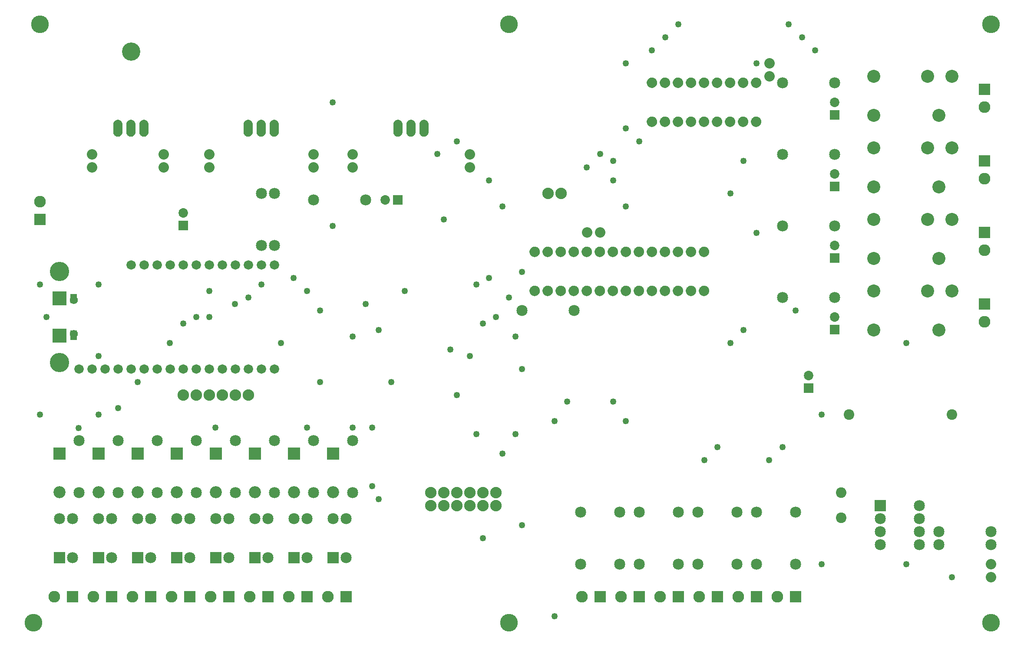
<source format=gts>
G04 MADE WITH FRITZING*
G04 WWW.FRITZING.ORG*
G04 DOUBLE SIDED*
G04 HOLES PLATED*
G04 CONTOUR ON CENTER OF CONTOUR VECTOR*
%ASAXBY*%
%FSLAX23Y23*%
%MOIN*%
%OFA0B0*%
%SFA1.0B1.0*%
%ADD10C,0.088000*%
%ADD11C,0.049370*%
%ADD12C,0.148425*%
%ADD13C,0.105000*%
%ADD14C,0.061496*%
%ADD15C,0.072000*%
%ADD16C,0.063528*%
%ADD17C,0.070000*%
%ADD18C,0.140000*%
%ADD19C,0.080000*%
%ADD20C,0.085000*%
%ADD21C,0.072992*%
%ADD22C,0.090000*%
%ADD23C,0.092000*%
%ADD24C,0.100000*%
%ADD25C,0.081181*%
%ADD26C,0.080925*%
%ADD27C,0.080866*%
%ADD28C,0.135984*%
%ADD29R,0.105000X0.105000*%
%ADD30R,0.072992X0.072992*%
%ADD31R,0.090000X0.090000*%
%ADD32R,0.085000X0.085000*%
%ADD33R,0.092000X0.092000*%
%ADD34R,0.001000X0.001000*%
%LNMASK1*%
G90*
G70*
G54D10*
X3168Y1025D03*
X3268Y1025D03*
X3368Y1025D03*
X3468Y1025D03*
X3568Y1025D03*
X3668Y1025D03*
X3168Y1025D03*
X3268Y1025D03*
X3368Y1025D03*
X3468Y1025D03*
X3568Y1025D03*
X3668Y1025D03*
X3668Y1125D03*
X3568Y1125D03*
X3468Y1125D03*
X3368Y1125D03*
X3268Y1125D03*
X3168Y1125D03*
G54D11*
X2968Y2675D03*
X3268Y3225D03*
X2768Y1075D03*
X2768Y2375D03*
X2568Y1625D03*
X2718Y1625D03*
X2718Y1175D03*
X2568Y2325D03*
X3318Y2225D03*
X3468Y2175D03*
X1268Y2425D03*
X3568Y2425D03*
X1468Y2475D03*
X3668Y2475D03*
X3768Y2625D03*
X1768Y2625D03*
X3568Y775D03*
X3818Y1575D03*
X3518Y1575D03*
X3518Y2725D03*
X1868Y2725D03*
X3868Y875D03*
X3868Y2075D03*
X6818Y575D03*
X7168Y475D03*
G54D12*
X318Y2125D03*
G54D13*
X318Y2617D03*
G54D14*
X429Y2605D03*
G54D15*
X1968Y2075D03*
X1868Y2075D03*
X1768Y2075D03*
X1668Y2075D03*
X1568Y2075D03*
X1468Y2075D03*
X1368Y2075D03*
X1268Y2075D03*
X1168Y2075D03*
G54D12*
X318Y2825D03*
G54D15*
X1068Y2075D03*
X968Y2075D03*
X868Y2075D03*
X768Y2075D03*
X668Y2075D03*
X568Y2075D03*
X468Y2075D03*
X868Y2875D03*
X968Y2875D03*
X1068Y2875D03*
X1168Y2875D03*
X1268Y2875D03*
X1368Y2875D03*
X1468Y2875D03*
X1568Y2875D03*
X1668Y2875D03*
X1768Y2875D03*
X1868Y2875D03*
X1968Y2875D03*
G54D14*
X429Y2345D03*
G54D13*
X318Y2333D03*
G54D16*
X1768Y3925D03*
X1868Y3925D03*
X1968Y3925D03*
G54D17*
X768Y3925D03*
X868Y3925D03*
X968Y3925D03*
G54D18*
X868Y4515D03*
G54D17*
X768Y3925D03*
X868Y3925D03*
X968Y3925D03*
G54D18*
X868Y4515D03*
G54D19*
X568Y3725D03*
X568Y3625D03*
X1118Y3625D03*
X1118Y3725D03*
X1468Y3625D03*
X1468Y3725D03*
X2268Y3625D03*
X2268Y3725D03*
G54D20*
X2268Y3375D03*
X2668Y3375D03*
G54D21*
X2917Y3375D03*
X2818Y3375D03*
G54D22*
X168Y3225D03*
X168Y3363D03*
G54D16*
X2918Y3925D03*
X3018Y3925D03*
X3118Y3925D03*
G54D19*
X4368Y3125D03*
X4468Y3125D03*
G54D20*
X3868Y2525D03*
X4268Y2525D03*
X1868Y3025D03*
X1868Y3425D03*
X1968Y3025D03*
X1968Y3425D03*
G54D19*
X2568Y3625D03*
X2568Y3725D03*
X3468Y3625D03*
X3468Y3725D03*
G54D11*
X2417Y4125D03*
X2417Y3175D03*
G54D21*
X1268Y3177D03*
X1268Y3275D03*
G54D22*
X418Y325D03*
X280Y325D03*
G54D20*
X318Y625D03*
X318Y925D03*
X418Y625D03*
X418Y925D03*
X618Y625D03*
X618Y925D03*
X718Y625D03*
X718Y925D03*
X918Y625D03*
X918Y925D03*
X1018Y625D03*
X1018Y925D03*
X1218Y625D03*
X1218Y925D03*
X1318Y625D03*
X1318Y925D03*
G54D22*
X718Y325D03*
X580Y325D03*
X1018Y325D03*
X880Y325D03*
X1318Y325D03*
X1180Y325D03*
G54D23*
X318Y1425D03*
X318Y1127D03*
G54D20*
X468Y1125D03*
X468Y1525D03*
G54D23*
X618Y1425D03*
X618Y1127D03*
G54D20*
X768Y1125D03*
X768Y1525D03*
G54D23*
X918Y1425D03*
X918Y1127D03*
G54D20*
X1068Y1125D03*
X1068Y1525D03*
G54D23*
X1218Y1425D03*
X1218Y1127D03*
G54D20*
X1368Y1125D03*
X1368Y1525D03*
X1518Y625D03*
X1518Y925D03*
X1618Y625D03*
X1618Y925D03*
X1818Y625D03*
X1818Y925D03*
X1918Y625D03*
X1918Y925D03*
X2118Y625D03*
X2118Y925D03*
X2218Y625D03*
X2218Y925D03*
X2418Y625D03*
X2418Y925D03*
X2518Y625D03*
X2518Y925D03*
G54D22*
X1618Y325D03*
X1480Y325D03*
X1918Y325D03*
X1780Y325D03*
X2218Y325D03*
X2080Y325D03*
X2518Y325D03*
X2380Y325D03*
G54D23*
X1518Y1425D03*
X1518Y1127D03*
X1818Y1425D03*
X1818Y1127D03*
X2418Y1425D03*
X2418Y1127D03*
G54D20*
X1668Y1125D03*
X1668Y1525D03*
X1968Y1125D03*
X1968Y1525D03*
X2268Y1125D03*
X2268Y1525D03*
X2568Y1125D03*
X2568Y1525D03*
G54D10*
X4168Y3425D03*
X4068Y3425D03*
G54D23*
X2118Y1425D03*
X2118Y1127D03*
G54D10*
X1268Y1875D03*
X1368Y1875D03*
X1468Y1875D03*
X1568Y1875D03*
X1668Y1875D03*
X1768Y1875D03*
G54D11*
X3719Y3324D03*
X3869Y2823D03*
X618Y2725D03*
X618Y2176D03*
X1368Y2476D03*
X1470Y2674D03*
X4568Y3526D03*
X3617Y3526D03*
X3617Y2776D03*
X2117Y2776D03*
X3218Y3727D03*
X3368Y1876D03*
X1166Y2275D03*
X2018Y2275D03*
X1517Y1624D03*
X2220Y1624D03*
X2220Y2674D03*
X768Y1774D03*
X2318Y1975D03*
X918Y1975D03*
X2318Y2524D03*
X2669Y2575D03*
X1667Y2575D03*
X3719Y1426D03*
X219Y2476D03*
X618Y1726D03*
X168Y2725D03*
X168Y1726D03*
X4666Y3324D03*
X5668Y3123D03*
G54D24*
X7068Y4025D03*
X6568Y4325D03*
X6568Y4025D03*
X7168Y4325D03*
X6983Y4325D03*
X7068Y4025D03*
X6568Y4325D03*
X6568Y4025D03*
X7168Y4325D03*
X6983Y4325D03*
X7068Y3475D03*
X6568Y3775D03*
X6568Y3475D03*
X7168Y3775D03*
X6983Y3775D03*
X7068Y3475D03*
X6568Y3775D03*
X6568Y3475D03*
X7168Y3775D03*
X6983Y3775D03*
X7068Y2925D03*
X6568Y3225D03*
X6568Y2925D03*
X7168Y3225D03*
X6983Y3225D03*
X7068Y2925D03*
X6568Y3225D03*
X6568Y2925D03*
X7168Y3225D03*
X6983Y3225D03*
X7068Y2375D03*
X6568Y2675D03*
X6568Y2375D03*
X7168Y2675D03*
X6983Y2675D03*
X7068Y2375D03*
X6568Y2675D03*
X6568Y2375D03*
X7168Y2675D03*
X6983Y2675D03*
G54D20*
X5868Y4275D03*
X6268Y4275D03*
X5868Y3725D03*
X6268Y3725D03*
X5868Y3175D03*
X6268Y3175D03*
X5868Y2625D03*
X6268Y2625D03*
G54D21*
X6268Y4027D03*
X6268Y4125D03*
X6268Y3477D03*
X6268Y3575D03*
X6268Y2927D03*
X6268Y3025D03*
X6268Y2377D03*
X6268Y2475D03*
G54D22*
X7418Y4225D03*
X7418Y4087D03*
X7418Y3675D03*
X7418Y3537D03*
X7418Y3125D03*
X7418Y2987D03*
X7418Y2575D03*
X7418Y2437D03*
G54D11*
X4666Y4425D03*
X5668Y4425D03*
X4867Y4524D03*
X6118Y4524D03*
X6020Y4626D03*
X4970Y4626D03*
X5917Y4725D03*
X5069Y4725D03*
X4568Y3676D03*
X5570Y3676D03*
X4666Y3924D03*
X4769Y3826D03*
X3368Y3826D03*
G54D22*
X4468Y325D03*
X4330Y325D03*
X4768Y325D03*
X4630Y325D03*
X5068Y325D03*
X4930Y325D03*
X5368Y325D03*
X5230Y325D03*
X5668Y325D03*
X5530Y325D03*
G54D11*
X2867Y1975D03*
G54D22*
X5968Y325D03*
X5830Y325D03*
G54D20*
X4318Y975D03*
X4318Y575D03*
X4618Y975D03*
X4618Y575D03*
X4768Y975D03*
X4768Y575D03*
X5068Y975D03*
X5068Y575D03*
X5218Y975D03*
X5218Y575D03*
X5518Y975D03*
X5518Y575D03*
X5668Y975D03*
X5668Y575D03*
X5968Y975D03*
X5968Y575D03*
G54D11*
X5570Y2374D03*
X4216Y1825D03*
X5767Y1375D03*
X5270Y1375D03*
X5870Y1474D03*
X5369Y1474D03*
G54D20*
X6618Y1025D03*
X6918Y1025D03*
X6618Y925D03*
X6918Y925D03*
X6618Y825D03*
X6918Y825D03*
X6618Y725D03*
X6918Y725D03*
G54D25*
X6381Y1725D03*
X7168Y1725D03*
X6381Y1725D03*
X7168Y1725D03*
G54D11*
X4118Y176D03*
X4118Y1675D03*
X466Y1623D03*
X4366Y3624D03*
X4469Y3727D03*
X5468Y3425D03*
X5468Y2275D03*
X6818Y2275D03*
G54D20*
X7068Y825D03*
X7468Y825D03*
X7068Y725D03*
X7468Y725D03*
G54D11*
X6168Y1725D03*
X6168Y575D03*
X3818Y2325D03*
X4666Y1675D03*
X4568Y1825D03*
G54D26*
X6318Y932D03*
G54D27*
X6318Y1125D03*
G54D21*
X6068Y1927D03*
X6068Y2025D03*
G54D11*
X5968Y2525D03*
G54D28*
X7468Y4725D03*
X7468Y125D03*
X168Y4725D03*
X3768Y4725D03*
X3768Y125D03*
X118Y125D03*
G54D19*
X5768Y4425D03*
X5768Y4325D03*
X7468Y475D03*
X7468Y575D03*
G54D29*
X318Y2617D03*
X318Y2333D03*
G54D30*
X2917Y3375D03*
G54D31*
X168Y3225D03*
G54D30*
X1268Y3177D03*
G54D31*
X418Y325D03*
G54D32*
X318Y625D03*
X618Y625D03*
X918Y625D03*
X1218Y625D03*
G54D31*
X718Y325D03*
X1018Y325D03*
X1318Y325D03*
G54D33*
X318Y1426D03*
X618Y1426D03*
X918Y1426D03*
X1218Y1426D03*
G54D32*
X1518Y625D03*
X1818Y625D03*
X2118Y625D03*
X2418Y625D03*
G54D31*
X1618Y325D03*
X1918Y325D03*
X2218Y325D03*
X2518Y325D03*
G54D33*
X1518Y1426D03*
X1818Y1426D03*
X2418Y1426D03*
X2118Y1426D03*
G54D30*
X6268Y4027D03*
X6268Y3477D03*
X6268Y2927D03*
X6268Y2377D03*
G54D31*
X7418Y4225D03*
X7418Y3675D03*
X7418Y3125D03*
X7418Y2575D03*
X4468Y325D03*
X4768Y325D03*
X5068Y325D03*
X5368Y325D03*
X5668Y325D03*
X5968Y325D03*
G54D32*
X6618Y1025D03*
G54D30*
X6068Y1927D03*
G54D34*
X4866Y4316D02*
X4868Y4316D01*
X4966Y4316D02*
X4968Y4316D01*
X5066Y4316D02*
X5068Y4316D01*
X5166Y4316D02*
X5168Y4316D01*
X5266Y4316D02*
X5268Y4316D01*
X5366Y4316D02*
X5368Y4316D01*
X5466Y4316D02*
X5468Y4316D01*
X5566Y4316D02*
X5568Y4316D01*
X5666Y4316D02*
X5668Y4316D01*
X4859Y4315D02*
X4875Y4315D01*
X4959Y4315D02*
X4975Y4315D01*
X5059Y4315D02*
X5075Y4315D01*
X5159Y4315D02*
X5175Y4315D01*
X5259Y4315D02*
X5275Y4315D01*
X5359Y4315D02*
X5375Y4315D01*
X5459Y4315D02*
X5475Y4315D01*
X5559Y4315D02*
X5575Y4315D01*
X5659Y4315D02*
X5675Y4315D01*
X4855Y4314D02*
X4879Y4314D01*
X4955Y4314D02*
X4979Y4314D01*
X5055Y4314D02*
X5079Y4314D01*
X5155Y4314D02*
X5179Y4314D01*
X5255Y4314D02*
X5279Y4314D01*
X5355Y4314D02*
X5379Y4314D01*
X5455Y4314D02*
X5479Y4314D01*
X5555Y4314D02*
X5579Y4314D01*
X5655Y4314D02*
X5679Y4314D01*
X4852Y4313D02*
X4882Y4313D01*
X4952Y4313D02*
X4982Y4313D01*
X5052Y4313D02*
X5082Y4313D01*
X5152Y4313D02*
X5182Y4313D01*
X5252Y4313D02*
X5282Y4313D01*
X5352Y4313D02*
X5382Y4313D01*
X5452Y4313D02*
X5482Y4313D01*
X5552Y4313D02*
X5582Y4313D01*
X5652Y4313D02*
X5682Y4313D01*
X4850Y4312D02*
X4884Y4312D01*
X4950Y4312D02*
X4984Y4312D01*
X5050Y4312D02*
X5084Y4312D01*
X5150Y4312D02*
X5184Y4312D01*
X5250Y4312D02*
X5284Y4312D01*
X5350Y4312D02*
X5384Y4312D01*
X5450Y4312D02*
X5484Y4312D01*
X5550Y4312D02*
X5584Y4312D01*
X5650Y4312D02*
X5684Y4312D01*
X4848Y4311D02*
X4886Y4311D01*
X4948Y4311D02*
X4986Y4311D01*
X5048Y4311D02*
X5086Y4311D01*
X5148Y4311D02*
X5186Y4311D01*
X5248Y4311D02*
X5286Y4311D01*
X5348Y4311D02*
X5386Y4311D01*
X5448Y4311D02*
X5486Y4311D01*
X5548Y4311D02*
X5586Y4311D01*
X5648Y4311D02*
X5686Y4311D01*
X4846Y4310D02*
X4887Y4310D01*
X4946Y4310D02*
X4987Y4310D01*
X5046Y4310D02*
X5087Y4310D01*
X5146Y4310D02*
X5187Y4310D01*
X5246Y4310D02*
X5287Y4310D01*
X5346Y4310D02*
X5387Y4310D01*
X5446Y4310D02*
X5487Y4310D01*
X5546Y4310D02*
X5587Y4310D01*
X5646Y4310D02*
X5687Y4310D01*
X4845Y4309D02*
X4889Y4309D01*
X4945Y4309D02*
X4989Y4309D01*
X5045Y4309D02*
X5089Y4309D01*
X5145Y4309D02*
X5189Y4309D01*
X5245Y4309D02*
X5289Y4309D01*
X5345Y4309D02*
X5389Y4309D01*
X5445Y4309D02*
X5489Y4309D01*
X5545Y4309D02*
X5589Y4309D01*
X5645Y4309D02*
X5689Y4309D01*
X4844Y4308D02*
X4890Y4308D01*
X4944Y4308D02*
X4990Y4308D01*
X5044Y4308D02*
X5090Y4308D01*
X5143Y4308D02*
X5190Y4308D01*
X5243Y4308D02*
X5290Y4308D01*
X5343Y4308D02*
X5390Y4308D01*
X5443Y4308D02*
X5490Y4308D01*
X5543Y4308D02*
X5590Y4308D01*
X5643Y4308D02*
X5690Y4308D01*
X4842Y4307D02*
X4892Y4307D01*
X4942Y4307D02*
X4992Y4307D01*
X5042Y4307D02*
X5092Y4307D01*
X5142Y4307D02*
X5192Y4307D01*
X5242Y4307D02*
X5292Y4307D01*
X5342Y4307D02*
X5392Y4307D01*
X5442Y4307D02*
X5492Y4307D01*
X5542Y4307D02*
X5592Y4307D01*
X5642Y4307D02*
X5692Y4307D01*
X4841Y4306D02*
X4893Y4306D01*
X4941Y4306D02*
X4993Y4306D01*
X5041Y4306D02*
X5093Y4306D01*
X5141Y4306D02*
X5193Y4306D01*
X5241Y4306D02*
X5293Y4306D01*
X5341Y4306D02*
X5393Y4306D01*
X5441Y4306D02*
X5493Y4306D01*
X5541Y4306D02*
X5593Y4306D01*
X5641Y4306D02*
X5693Y4306D01*
X4840Y4305D02*
X4894Y4305D01*
X4940Y4305D02*
X4994Y4305D01*
X5040Y4305D02*
X5094Y4305D01*
X5140Y4305D02*
X5194Y4305D01*
X5240Y4305D02*
X5294Y4305D01*
X5340Y4305D02*
X5394Y4305D01*
X5440Y4305D02*
X5494Y4305D01*
X5540Y4305D02*
X5594Y4305D01*
X5640Y4305D02*
X5694Y4305D01*
X4839Y4304D02*
X4895Y4304D01*
X4939Y4304D02*
X4995Y4304D01*
X5039Y4304D02*
X5095Y4304D01*
X5139Y4304D02*
X5195Y4304D01*
X5239Y4304D02*
X5295Y4304D01*
X5339Y4304D02*
X5395Y4304D01*
X5439Y4304D02*
X5495Y4304D01*
X5539Y4304D02*
X5595Y4304D01*
X5639Y4304D02*
X5695Y4304D01*
X4838Y4303D02*
X4896Y4303D01*
X4938Y4303D02*
X4996Y4303D01*
X5038Y4303D02*
X5096Y4303D01*
X5138Y4303D02*
X5196Y4303D01*
X5238Y4303D02*
X5296Y4303D01*
X5338Y4303D02*
X5396Y4303D01*
X5438Y4303D02*
X5496Y4303D01*
X5538Y4303D02*
X5596Y4303D01*
X5638Y4303D02*
X5696Y4303D01*
X4837Y4302D02*
X4897Y4302D01*
X4937Y4302D02*
X4997Y4302D01*
X5037Y4302D02*
X5097Y4302D01*
X5137Y4302D02*
X5197Y4302D01*
X5237Y4302D02*
X5297Y4302D01*
X5337Y4302D02*
X5397Y4302D01*
X5437Y4302D02*
X5497Y4302D01*
X5537Y4302D02*
X5597Y4302D01*
X5637Y4302D02*
X5697Y4302D01*
X4836Y4301D02*
X4898Y4301D01*
X4936Y4301D02*
X4998Y4301D01*
X5036Y4301D02*
X5098Y4301D01*
X5136Y4301D02*
X5198Y4301D01*
X5236Y4301D02*
X5298Y4301D01*
X5336Y4301D02*
X5398Y4301D01*
X5436Y4301D02*
X5498Y4301D01*
X5536Y4301D02*
X5598Y4301D01*
X5636Y4301D02*
X5698Y4301D01*
X4836Y4300D02*
X4898Y4300D01*
X4936Y4300D02*
X4998Y4300D01*
X5036Y4300D02*
X5098Y4300D01*
X5135Y4300D02*
X5198Y4300D01*
X5235Y4300D02*
X5298Y4300D01*
X5335Y4300D02*
X5398Y4300D01*
X5435Y4300D02*
X5498Y4300D01*
X5535Y4300D02*
X5598Y4300D01*
X5635Y4300D02*
X5698Y4300D01*
X4835Y4299D02*
X4899Y4299D01*
X4935Y4299D02*
X4999Y4299D01*
X5035Y4299D02*
X5099Y4299D01*
X5135Y4299D02*
X5199Y4299D01*
X5235Y4299D02*
X5299Y4299D01*
X5335Y4299D02*
X5399Y4299D01*
X5435Y4299D02*
X5499Y4299D01*
X5535Y4299D02*
X5599Y4299D01*
X5635Y4299D02*
X5699Y4299D01*
X4834Y4298D02*
X4900Y4298D01*
X4934Y4298D02*
X5000Y4298D01*
X5034Y4298D02*
X5100Y4298D01*
X5134Y4298D02*
X5200Y4298D01*
X5234Y4298D02*
X5300Y4298D01*
X5334Y4298D02*
X5400Y4298D01*
X5434Y4298D02*
X5500Y4298D01*
X5534Y4298D02*
X5600Y4298D01*
X5634Y4298D02*
X5700Y4298D01*
X4833Y4297D02*
X4900Y4297D01*
X4933Y4297D02*
X5000Y4297D01*
X5033Y4297D02*
X5100Y4297D01*
X5133Y4297D02*
X5200Y4297D01*
X5233Y4297D02*
X5300Y4297D01*
X5333Y4297D02*
X5400Y4297D01*
X5433Y4297D02*
X5500Y4297D01*
X5533Y4297D02*
X5600Y4297D01*
X5633Y4297D02*
X5700Y4297D01*
X4833Y4296D02*
X4901Y4296D01*
X4933Y4296D02*
X5001Y4296D01*
X5033Y4296D02*
X5101Y4296D01*
X5133Y4296D02*
X5201Y4296D01*
X5233Y4296D02*
X5301Y4296D01*
X5333Y4296D02*
X5401Y4296D01*
X5433Y4296D02*
X5501Y4296D01*
X5533Y4296D02*
X5601Y4296D01*
X5633Y4296D02*
X5701Y4296D01*
X4832Y4295D02*
X4902Y4295D01*
X4932Y4295D02*
X5002Y4295D01*
X5032Y4295D02*
X5102Y4295D01*
X5132Y4295D02*
X5202Y4295D01*
X5232Y4295D02*
X5302Y4295D01*
X5332Y4295D02*
X5402Y4295D01*
X5432Y4295D02*
X5502Y4295D01*
X5532Y4295D02*
X5602Y4295D01*
X5632Y4295D02*
X5702Y4295D01*
X4832Y4294D02*
X4902Y4294D01*
X4932Y4294D02*
X5002Y4294D01*
X5032Y4294D02*
X5102Y4294D01*
X5132Y4294D02*
X5202Y4294D01*
X5232Y4294D02*
X5302Y4294D01*
X5332Y4294D02*
X5402Y4294D01*
X5432Y4294D02*
X5502Y4294D01*
X5532Y4294D02*
X5602Y4294D01*
X5632Y4294D02*
X5702Y4294D01*
X4831Y4293D02*
X4903Y4293D01*
X4931Y4293D02*
X5003Y4293D01*
X5031Y4293D02*
X5103Y4293D01*
X5131Y4293D02*
X5203Y4293D01*
X5231Y4293D02*
X5303Y4293D01*
X5331Y4293D02*
X5403Y4293D01*
X5431Y4293D02*
X5503Y4293D01*
X5531Y4293D02*
X5603Y4293D01*
X5631Y4293D02*
X5703Y4293D01*
X4831Y4292D02*
X4903Y4292D01*
X4931Y4292D02*
X5003Y4292D01*
X5031Y4292D02*
X5103Y4292D01*
X5131Y4292D02*
X5203Y4292D01*
X5231Y4292D02*
X5303Y4292D01*
X5331Y4292D02*
X5403Y4292D01*
X5431Y4292D02*
X5503Y4292D01*
X5531Y4292D02*
X5603Y4292D01*
X5631Y4292D02*
X5703Y4292D01*
X4830Y4291D02*
X4904Y4291D01*
X4930Y4291D02*
X5004Y4291D01*
X5030Y4291D02*
X5104Y4291D01*
X5130Y4291D02*
X5203Y4291D01*
X5230Y4291D02*
X5303Y4291D01*
X5330Y4291D02*
X5403Y4291D01*
X5430Y4291D02*
X5503Y4291D01*
X5530Y4291D02*
X5603Y4291D01*
X5630Y4291D02*
X5703Y4291D01*
X4830Y4290D02*
X4904Y4290D01*
X4930Y4290D02*
X5004Y4290D01*
X5030Y4290D02*
X5104Y4290D01*
X5130Y4290D02*
X5204Y4290D01*
X5230Y4290D02*
X5304Y4290D01*
X5330Y4290D02*
X5404Y4290D01*
X5430Y4290D02*
X5504Y4290D01*
X5530Y4290D02*
X5604Y4290D01*
X5630Y4290D02*
X5704Y4290D01*
X4830Y4289D02*
X4904Y4289D01*
X4930Y4289D02*
X5004Y4289D01*
X5030Y4289D02*
X5104Y4289D01*
X5130Y4289D02*
X5204Y4289D01*
X5230Y4289D02*
X5304Y4289D01*
X5330Y4289D02*
X5404Y4289D01*
X5430Y4289D02*
X5504Y4289D01*
X5530Y4289D02*
X5604Y4289D01*
X5630Y4289D02*
X5704Y4289D01*
X4829Y4288D02*
X4905Y4288D01*
X4929Y4288D02*
X5005Y4288D01*
X5029Y4288D02*
X5105Y4288D01*
X5129Y4288D02*
X5205Y4288D01*
X5229Y4288D02*
X5305Y4288D01*
X5329Y4288D02*
X5405Y4288D01*
X5429Y4288D02*
X5505Y4288D01*
X5529Y4288D02*
X5605Y4288D01*
X5629Y4288D02*
X5704Y4288D01*
X4829Y4287D02*
X4905Y4287D01*
X4929Y4287D02*
X5005Y4287D01*
X5029Y4287D02*
X5105Y4287D01*
X5129Y4287D02*
X5205Y4287D01*
X5229Y4287D02*
X5305Y4287D01*
X5329Y4287D02*
X5405Y4287D01*
X5429Y4287D02*
X5505Y4287D01*
X5529Y4287D02*
X5605Y4287D01*
X5629Y4287D02*
X5705Y4287D01*
X4829Y4286D02*
X4905Y4286D01*
X4929Y4286D02*
X5005Y4286D01*
X5029Y4286D02*
X5105Y4286D01*
X5129Y4286D02*
X5205Y4286D01*
X5229Y4286D02*
X5305Y4286D01*
X5329Y4286D02*
X5405Y4286D01*
X5429Y4286D02*
X5505Y4286D01*
X5529Y4286D02*
X5605Y4286D01*
X5629Y4286D02*
X5705Y4286D01*
X4829Y4285D02*
X4905Y4285D01*
X4929Y4285D02*
X5005Y4285D01*
X5029Y4285D02*
X5105Y4285D01*
X5129Y4285D02*
X5205Y4285D01*
X5229Y4285D02*
X5305Y4285D01*
X5329Y4285D02*
X5405Y4285D01*
X5428Y4285D02*
X5505Y4285D01*
X5528Y4285D02*
X5605Y4285D01*
X5628Y4285D02*
X5705Y4285D01*
X4828Y4284D02*
X4906Y4284D01*
X4928Y4284D02*
X5006Y4284D01*
X5028Y4284D02*
X5106Y4284D01*
X5128Y4284D02*
X5206Y4284D01*
X5228Y4284D02*
X5306Y4284D01*
X5328Y4284D02*
X5406Y4284D01*
X5428Y4284D02*
X5506Y4284D01*
X5528Y4284D02*
X5605Y4284D01*
X5628Y4284D02*
X5705Y4284D01*
X4828Y4283D02*
X4906Y4283D01*
X4928Y4283D02*
X5006Y4283D01*
X5028Y4283D02*
X5106Y4283D01*
X5128Y4283D02*
X5206Y4283D01*
X5228Y4283D02*
X5306Y4283D01*
X5328Y4283D02*
X5406Y4283D01*
X5428Y4283D02*
X5506Y4283D01*
X5528Y4283D02*
X5606Y4283D01*
X5628Y4283D02*
X5706Y4283D01*
X4828Y4282D02*
X4906Y4282D01*
X4928Y4282D02*
X5006Y4282D01*
X5028Y4282D02*
X5106Y4282D01*
X5128Y4282D02*
X5206Y4282D01*
X5228Y4282D02*
X5306Y4282D01*
X5328Y4282D02*
X5406Y4282D01*
X5428Y4282D02*
X5506Y4282D01*
X5528Y4282D02*
X5606Y4282D01*
X5628Y4282D02*
X5706Y4282D01*
X4828Y4281D02*
X4906Y4281D01*
X4928Y4281D02*
X5006Y4281D01*
X5028Y4281D02*
X5106Y4281D01*
X5128Y4281D02*
X5206Y4281D01*
X5228Y4281D02*
X5306Y4281D01*
X5328Y4281D02*
X5406Y4281D01*
X5428Y4281D02*
X5506Y4281D01*
X5528Y4281D02*
X5606Y4281D01*
X5628Y4281D02*
X5706Y4281D01*
X4828Y4280D02*
X4906Y4280D01*
X4928Y4280D02*
X5006Y4280D01*
X5028Y4280D02*
X5106Y4280D01*
X5128Y4280D02*
X5206Y4280D01*
X5228Y4280D02*
X5306Y4280D01*
X5328Y4280D02*
X5406Y4280D01*
X5428Y4280D02*
X5506Y4280D01*
X5528Y4280D02*
X5606Y4280D01*
X5628Y4280D02*
X5706Y4280D01*
X4828Y4279D02*
X4906Y4279D01*
X4928Y4279D02*
X5006Y4279D01*
X5028Y4279D02*
X5106Y4279D01*
X5128Y4279D02*
X5206Y4279D01*
X5228Y4279D02*
X5306Y4279D01*
X5328Y4279D02*
X5406Y4279D01*
X5428Y4279D02*
X5506Y4279D01*
X5528Y4279D02*
X5606Y4279D01*
X5628Y4279D02*
X5706Y4279D01*
X4828Y4278D02*
X4906Y4278D01*
X4928Y4278D02*
X5006Y4278D01*
X5028Y4278D02*
X5106Y4278D01*
X5128Y4278D02*
X5206Y4278D01*
X5228Y4278D02*
X5306Y4278D01*
X5328Y4278D02*
X5406Y4278D01*
X5427Y4278D02*
X5506Y4278D01*
X5527Y4278D02*
X5606Y4278D01*
X5627Y4278D02*
X5706Y4278D01*
X4828Y4277D02*
X4906Y4277D01*
X4928Y4277D02*
X5006Y4277D01*
X5027Y4277D02*
X5106Y4277D01*
X5127Y4277D02*
X5206Y4277D01*
X5227Y4277D02*
X5306Y4277D01*
X5327Y4277D02*
X5406Y4277D01*
X5427Y4277D02*
X5506Y4277D01*
X5527Y4277D02*
X5606Y4277D01*
X5627Y4277D02*
X5706Y4277D01*
X4827Y4276D02*
X4906Y4276D01*
X4927Y4276D02*
X5006Y4276D01*
X5027Y4276D02*
X5106Y4276D01*
X5127Y4276D02*
X5206Y4276D01*
X5227Y4276D02*
X5306Y4276D01*
X5327Y4276D02*
X5406Y4276D01*
X5427Y4276D02*
X5506Y4276D01*
X5527Y4276D02*
X5606Y4276D01*
X5627Y4276D02*
X5706Y4276D01*
X4828Y4275D02*
X4906Y4275D01*
X4928Y4275D02*
X5006Y4275D01*
X5027Y4275D02*
X5106Y4275D01*
X5127Y4275D02*
X5206Y4275D01*
X5227Y4275D02*
X5306Y4275D01*
X5327Y4275D02*
X5406Y4275D01*
X5427Y4275D02*
X5506Y4275D01*
X5527Y4275D02*
X5606Y4275D01*
X5627Y4275D02*
X5706Y4275D01*
X4828Y4274D02*
X4906Y4274D01*
X4928Y4274D02*
X5006Y4274D01*
X5028Y4274D02*
X5106Y4274D01*
X5128Y4274D02*
X5206Y4274D01*
X5228Y4274D02*
X5306Y4274D01*
X5328Y4274D02*
X5406Y4274D01*
X5428Y4274D02*
X5506Y4274D01*
X5527Y4274D02*
X5606Y4274D01*
X5627Y4274D02*
X5706Y4274D01*
X4828Y4273D02*
X4906Y4273D01*
X4928Y4273D02*
X5006Y4273D01*
X5028Y4273D02*
X5106Y4273D01*
X5128Y4273D02*
X5206Y4273D01*
X5228Y4273D02*
X5306Y4273D01*
X5328Y4273D02*
X5406Y4273D01*
X5428Y4273D02*
X5506Y4273D01*
X5528Y4273D02*
X5606Y4273D01*
X5628Y4273D02*
X5706Y4273D01*
X4828Y4272D02*
X4906Y4272D01*
X4928Y4272D02*
X5006Y4272D01*
X5028Y4272D02*
X5106Y4272D01*
X5128Y4272D02*
X5206Y4272D01*
X5228Y4272D02*
X5306Y4272D01*
X5328Y4272D02*
X5406Y4272D01*
X5428Y4272D02*
X5506Y4272D01*
X5528Y4272D02*
X5606Y4272D01*
X5628Y4272D02*
X5706Y4272D01*
X4828Y4271D02*
X4906Y4271D01*
X4928Y4271D02*
X5006Y4271D01*
X5028Y4271D02*
X5106Y4271D01*
X5128Y4271D02*
X5206Y4271D01*
X5228Y4271D02*
X5306Y4271D01*
X5328Y4271D02*
X5406Y4271D01*
X5428Y4271D02*
X5506Y4271D01*
X5528Y4271D02*
X5606Y4271D01*
X5628Y4271D02*
X5706Y4271D01*
X4828Y4270D02*
X4906Y4270D01*
X4928Y4270D02*
X5006Y4270D01*
X5028Y4270D02*
X5106Y4270D01*
X5128Y4270D02*
X5206Y4270D01*
X5228Y4270D02*
X5306Y4270D01*
X5328Y4270D02*
X5406Y4270D01*
X5428Y4270D02*
X5506Y4270D01*
X5528Y4270D02*
X5606Y4270D01*
X5628Y4270D02*
X5706Y4270D01*
X4828Y4269D02*
X4906Y4269D01*
X4928Y4269D02*
X5006Y4269D01*
X5028Y4269D02*
X5106Y4269D01*
X5128Y4269D02*
X5206Y4269D01*
X5228Y4269D02*
X5306Y4269D01*
X5328Y4269D02*
X5406Y4269D01*
X5428Y4269D02*
X5506Y4269D01*
X5528Y4269D02*
X5606Y4269D01*
X5628Y4269D02*
X5706Y4269D01*
X4828Y4268D02*
X4906Y4268D01*
X4928Y4268D02*
X5006Y4268D01*
X5028Y4268D02*
X5106Y4268D01*
X5128Y4268D02*
X5206Y4268D01*
X5228Y4268D02*
X5306Y4268D01*
X5328Y4268D02*
X5405Y4268D01*
X5428Y4268D02*
X5505Y4268D01*
X5528Y4268D02*
X5605Y4268D01*
X5628Y4268D02*
X5705Y4268D01*
X4829Y4267D02*
X4905Y4267D01*
X4929Y4267D02*
X5005Y4267D01*
X5029Y4267D02*
X5105Y4267D01*
X5129Y4267D02*
X5205Y4267D01*
X5229Y4267D02*
X5305Y4267D01*
X5329Y4267D02*
X5405Y4267D01*
X5429Y4267D02*
X5505Y4267D01*
X5529Y4267D02*
X5605Y4267D01*
X5629Y4267D02*
X5705Y4267D01*
X4829Y4266D02*
X4905Y4266D01*
X4929Y4266D02*
X5005Y4266D01*
X5029Y4266D02*
X5105Y4266D01*
X5129Y4266D02*
X5205Y4266D01*
X5229Y4266D02*
X5305Y4266D01*
X5329Y4266D02*
X5405Y4266D01*
X5429Y4266D02*
X5505Y4266D01*
X5529Y4266D02*
X5605Y4266D01*
X5629Y4266D02*
X5705Y4266D01*
X4829Y4265D02*
X4905Y4265D01*
X4929Y4265D02*
X5005Y4265D01*
X5029Y4265D02*
X5105Y4265D01*
X5129Y4265D02*
X5205Y4265D01*
X5229Y4265D02*
X5305Y4265D01*
X5329Y4265D02*
X5405Y4265D01*
X5429Y4265D02*
X5505Y4265D01*
X5529Y4265D02*
X5605Y4265D01*
X5629Y4265D02*
X5705Y4265D01*
X4829Y4264D02*
X4905Y4264D01*
X4929Y4264D02*
X5005Y4264D01*
X5029Y4264D02*
X5105Y4264D01*
X5129Y4264D02*
X5205Y4264D01*
X5229Y4264D02*
X5304Y4264D01*
X5329Y4264D02*
X5404Y4264D01*
X5429Y4264D02*
X5504Y4264D01*
X5529Y4264D02*
X5604Y4264D01*
X5629Y4264D02*
X5704Y4264D01*
X4830Y4263D02*
X4904Y4263D01*
X4930Y4263D02*
X5004Y4263D01*
X5030Y4263D02*
X5104Y4263D01*
X5130Y4263D02*
X5204Y4263D01*
X5230Y4263D02*
X5304Y4263D01*
X5330Y4263D02*
X5404Y4263D01*
X5430Y4263D02*
X5504Y4263D01*
X5530Y4263D02*
X5604Y4263D01*
X5630Y4263D02*
X5704Y4263D01*
X4830Y4262D02*
X4904Y4262D01*
X4930Y4262D02*
X5004Y4262D01*
X5030Y4262D02*
X5104Y4262D01*
X5130Y4262D02*
X5204Y4262D01*
X5230Y4262D02*
X5304Y4262D01*
X5330Y4262D02*
X5404Y4262D01*
X5430Y4262D02*
X5504Y4262D01*
X5530Y4262D02*
X5604Y4262D01*
X5630Y4262D02*
X5704Y4262D01*
X4830Y4261D02*
X4903Y4261D01*
X4930Y4261D02*
X5003Y4261D01*
X5030Y4261D02*
X5103Y4261D01*
X5130Y4261D02*
X5203Y4261D01*
X5230Y4261D02*
X5303Y4261D01*
X5330Y4261D02*
X5403Y4261D01*
X5430Y4261D02*
X5503Y4261D01*
X5530Y4261D02*
X5603Y4261D01*
X5630Y4261D02*
X5703Y4261D01*
X4831Y4260D02*
X4903Y4260D01*
X4931Y4260D02*
X5003Y4260D01*
X5031Y4260D02*
X5103Y4260D01*
X5131Y4260D02*
X5203Y4260D01*
X5231Y4260D02*
X5303Y4260D01*
X5331Y4260D02*
X5403Y4260D01*
X5431Y4260D02*
X5503Y4260D01*
X5531Y4260D02*
X5603Y4260D01*
X5631Y4260D02*
X5703Y4260D01*
X4831Y4259D02*
X4903Y4259D01*
X4931Y4259D02*
X5003Y4259D01*
X5031Y4259D02*
X5103Y4259D01*
X5131Y4259D02*
X5203Y4259D01*
X5231Y4259D02*
X5303Y4259D01*
X5331Y4259D02*
X5402Y4259D01*
X5431Y4259D02*
X5502Y4259D01*
X5531Y4259D02*
X5602Y4259D01*
X5631Y4259D02*
X5702Y4259D01*
X4832Y4258D02*
X4902Y4258D01*
X4932Y4258D02*
X5002Y4258D01*
X5032Y4258D02*
X5102Y4258D01*
X5132Y4258D02*
X5202Y4258D01*
X5232Y4258D02*
X5302Y4258D01*
X5332Y4258D02*
X5402Y4258D01*
X5432Y4258D02*
X5502Y4258D01*
X5532Y4258D02*
X5602Y4258D01*
X5632Y4258D02*
X5702Y4258D01*
X4832Y4257D02*
X4902Y4257D01*
X4932Y4257D02*
X5002Y4257D01*
X5032Y4257D02*
X5102Y4257D01*
X5132Y4257D02*
X5202Y4257D01*
X5232Y4257D02*
X5302Y4257D01*
X5332Y4257D02*
X5401Y4257D01*
X5432Y4257D02*
X5501Y4257D01*
X5532Y4257D02*
X5601Y4257D01*
X5632Y4257D02*
X5701Y4257D01*
X4833Y4256D02*
X4901Y4256D01*
X4933Y4256D02*
X5001Y4256D01*
X5033Y4256D02*
X5101Y4256D01*
X5133Y4256D02*
X5201Y4256D01*
X5233Y4256D02*
X5301Y4256D01*
X5333Y4256D02*
X5401Y4256D01*
X5433Y4256D02*
X5501Y4256D01*
X5533Y4256D02*
X5601Y4256D01*
X5633Y4256D02*
X5701Y4256D01*
X4834Y4255D02*
X4900Y4255D01*
X4934Y4255D02*
X5000Y4255D01*
X5034Y4255D02*
X5100Y4255D01*
X5134Y4255D02*
X5200Y4255D01*
X5234Y4255D02*
X5300Y4255D01*
X5334Y4255D02*
X5400Y4255D01*
X5433Y4255D02*
X5500Y4255D01*
X5533Y4255D02*
X5600Y4255D01*
X5633Y4255D02*
X5700Y4255D01*
X4834Y4254D02*
X4900Y4254D01*
X4934Y4254D02*
X5000Y4254D01*
X5034Y4254D02*
X5100Y4254D01*
X5134Y4254D02*
X5200Y4254D01*
X5234Y4254D02*
X5300Y4254D01*
X5334Y4254D02*
X5400Y4254D01*
X5434Y4254D02*
X5500Y4254D01*
X5534Y4254D02*
X5600Y4254D01*
X5634Y4254D02*
X5700Y4254D01*
X4835Y4253D02*
X4899Y4253D01*
X4935Y4253D02*
X4999Y4253D01*
X5035Y4253D02*
X5099Y4253D01*
X5135Y4253D02*
X5199Y4253D01*
X5235Y4253D02*
X5299Y4253D01*
X5335Y4253D02*
X5399Y4253D01*
X5435Y4253D02*
X5499Y4253D01*
X5535Y4253D02*
X5599Y4253D01*
X5635Y4253D02*
X5699Y4253D01*
X4836Y4252D02*
X4898Y4252D01*
X4936Y4252D02*
X4998Y4252D01*
X5036Y4252D02*
X5098Y4252D01*
X5136Y4252D02*
X5198Y4252D01*
X5236Y4252D02*
X5298Y4252D01*
X5336Y4252D02*
X5398Y4252D01*
X5436Y4252D02*
X5498Y4252D01*
X5536Y4252D02*
X5598Y4252D01*
X5636Y4252D02*
X5698Y4252D01*
X4836Y4251D02*
X4898Y4251D01*
X4936Y4251D02*
X4998Y4251D01*
X5036Y4251D02*
X5098Y4251D01*
X5136Y4251D02*
X5197Y4251D01*
X5236Y4251D02*
X5297Y4251D01*
X5336Y4251D02*
X5397Y4251D01*
X5436Y4251D02*
X5497Y4251D01*
X5536Y4251D02*
X5597Y4251D01*
X5636Y4251D02*
X5697Y4251D01*
X4837Y4250D02*
X4897Y4250D01*
X4937Y4250D02*
X4997Y4250D01*
X5037Y4250D02*
X5097Y4250D01*
X5137Y4250D02*
X5197Y4250D01*
X5237Y4250D02*
X5297Y4250D01*
X5337Y4250D02*
X5397Y4250D01*
X5437Y4250D02*
X5497Y4250D01*
X5537Y4250D02*
X5597Y4250D01*
X5637Y4250D02*
X5697Y4250D01*
X4838Y4249D02*
X4896Y4249D01*
X4938Y4249D02*
X4996Y4249D01*
X5038Y4249D02*
X5096Y4249D01*
X5138Y4249D02*
X5196Y4249D01*
X5238Y4249D02*
X5296Y4249D01*
X5338Y4249D02*
X5396Y4249D01*
X5438Y4249D02*
X5496Y4249D01*
X5538Y4249D02*
X5596Y4249D01*
X5638Y4249D02*
X5696Y4249D01*
X4839Y4248D02*
X4895Y4248D01*
X4939Y4248D02*
X4995Y4248D01*
X5039Y4248D02*
X5095Y4248D01*
X5139Y4248D02*
X5195Y4248D01*
X5239Y4248D02*
X5295Y4248D01*
X5339Y4248D02*
X5395Y4248D01*
X5439Y4248D02*
X5495Y4248D01*
X5539Y4248D02*
X5595Y4248D01*
X5639Y4248D02*
X5695Y4248D01*
X4840Y4247D02*
X4894Y4247D01*
X4940Y4247D02*
X4994Y4247D01*
X5040Y4247D02*
X5094Y4247D01*
X5140Y4247D02*
X5194Y4247D01*
X5240Y4247D02*
X5294Y4247D01*
X5340Y4247D02*
X5394Y4247D01*
X5440Y4247D02*
X5494Y4247D01*
X5540Y4247D02*
X5594Y4247D01*
X5640Y4247D02*
X5694Y4247D01*
X4841Y4246D02*
X4893Y4246D01*
X4941Y4246D02*
X4993Y4246D01*
X5041Y4246D02*
X5093Y4246D01*
X5141Y4246D02*
X5193Y4246D01*
X5241Y4246D02*
X5293Y4246D01*
X5341Y4246D02*
X5393Y4246D01*
X5441Y4246D02*
X5493Y4246D01*
X5541Y4246D02*
X5593Y4246D01*
X5641Y4246D02*
X5693Y4246D01*
X4842Y4245D02*
X4892Y4245D01*
X4942Y4245D02*
X4992Y4245D01*
X5042Y4245D02*
X5092Y4245D01*
X5142Y4245D02*
X5191Y4245D01*
X5242Y4245D02*
X5291Y4245D01*
X5342Y4245D02*
X5391Y4245D01*
X5442Y4245D02*
X5491Y4245D01*
X5542Y4245D02*
X5591Y4245D01*
X5642Y4245D02*
X5691Y4245D01*
X4844Y4244D02*
X4890Y4244D01*
X4944Y4244D02*
X4990Y4244D01*
X5044Y4244D02*
X5090Y4244D01*
X5144Y4244D02*
X5190Y4244D01*
X5244Y4244D02*
X5290Y4244D01*
X5344Y4244D02*
X5390Y4244D01*
X5444Y4244D02*
X5490Y4244D01*
X5544Y4244D02*
X5590Y4244D01*
X5644Y4244D02*
X5690Y4244D01*
X4845Y4243D02*
X4889Y4243D01*
X4945Y4243D02*
X4989Y4243D01*
X5045Y4243D02*
X5089Y4243D01*
X5145Y4243D02*
X5189Y4243D01*
X5245Y4243D02*
X5289Y4243D01*
X5345Y4243D02*
X5389Y4243D01*
X5445Y4243D02*
X5489Y4243D01*
X5545Y4243D02*
X5589Y4243D01*
X5645Y4243D02*
X5689Y4243D01*
X4847Y4242D02*
X4887Y4242D01*
X4947Y4242D02*
X4987Y4242D01*
X5047Y4242D02*
X5087Y4242D01*
X5147Y4242D02*
X5187Y4242D01*
X5247Y4242D02*
X5287Y4242D01*
X5347Y4242D02*
X5387Y4242D01*
X5447Y4242D02*
X5487Y4242D01*
X5547Y4242D02*
X5587Y4242D01*
X5647Y4242D02*
X5687Y4242D01*
X4848Y4241D02*
X4886Y4241D01*
X4948Y4241D02*
X4986Y4241D01*
X5048Y4241D02*
X5086Y4241D01*
X5148Y4241D02*
X5186Y4241D01*
X5248Y4241D02*
X5286Y4241D01*
X5348Y4241D02*
X5385Y4241D01*
X5448Y4241D02*
X5485Y4241D01*
X5548Y4241D02*
X5585Y4241D01*
X5648Y4241D02*
X5685Y4241D01*
X4850Y4240D02*
X4884Y4240D01*
X4950Y4240D02*
X4984Y4240D01*
X5050Y4240D02*
X5084Y4240D01*
X5150Y4240D02*
X5184Y4240D01*
X5250Y4240D02*
X5284Y4240D01*
X5350Y4240D02*
X5384Y4240D01*
X5450Y4240D02*
X5484Y4240D01*
X5550Y4240D02*
X5583Y4240D01*
X5650Y4240D02*
X5683Y4240D01*
X4853Y4239D02*
X4881Y4239D01*
X4953Y4239D02*
X4981Y4239D01*
X5053Y4239D02*
X5081Y4239D01*
X5152Y4239D02*
X5181Y4239D01*
X5252Y4239D02*
X5281Y4239D01*
X5352Y4239D02*
X5381Y4239D01*
X5452Y4239D02*
X5481Y4239D01*
X5552Y4239D02*
X5581Y4239D01*
X5652Y4239D02*
X5681Y4239D01*
X4855Y4238D02*
X4879Y4238D01*
X4955Y4238D02*
X4979Y4238D01*
X5055Y4238D02*
X5079Y4238D01*
X5155Y4238D02*
X5179Y4238D01*
X5255Y4238D02*
X5279Y4238D01*
X5355Y4238D02*
X5378Y4238D01*
X5455Y4238D02*
X5478Y4238D01*
X5555Y4238D02*
X5578Y4238D01*
X5655Y4238D02*
X5678Y4238D01*
X4859Y4237D02*
X4875Y4237D01*
X4959Y4237D02*
X4975Y4237D01*
X5059Y4237D02*
X5075Y4237D01*
X5159Y4237D02*
X5175Y4237D01*
X5259Y4237D02*
X5275Y4237D01*
X5359Y4237D02*
X5375Y4237D01*
X5459Y4237D02*
X5475Y4237D01*
X5559Y4237D02*
X5575Y4237D01*
X5659Y4237D02*
X5675Y4237D01*
X4866Y4016D02*
X4868Y4016D01*
X4966Y4016D02*
X4968Y4016D01*
X5065Y4016D02*
X5068Y4016D01*
X5165Y4016D02*
X5168Y4016D01*
X5265Y4016D02*
X5268Y4016D01*
X5365Y4016D02*
X5368Y4016D01*
X5465Y4016D02*
X5468Y4016D01*
X5565Y4016D02*
X5568Y4016D01*
X5665Y4016D02*
X5668Y4016D01*
X4859Y4015D02*
X4875Y4015D01*
X4959Y4015D02*
X4975Y4015D01*
X5058Y4015D02*
X5075Y4015D01*
X5158Y4015D02*
X5175Y4015D01*
X5258Y4015D02*
X5275Y4015D01*
X5358Y4015D02*
X5375Y4015D01*
X5458Y4015D02*
X5475Y4015D01*
X5558Y4015D02*
X5575Y4015D01*
X5658Y4015D02*
X5675Y4015D01*
X4855Y4014D02*
X4879Y4014D01*
X4955Y4014D02*
X4979Y4014D01*
X5055Y4014D02*
X5079Y4014D01*
X5155Y4014D02*
X5179Y4014D01*
X5255Y4014D02*
X5279Y4014D01*
X5355Y4014D02*
X5379Y4014D01*
X5455Y4014D02*
X5479Y4014D01*
X5555Y4014D02*
X5579Y4014D01*
X5655Y4014D02*
X5679Y4014D01*
X4852Y4013D02*
X4882Y4013D01*
X4952Y4013D02*
X4982Y4013D01*
X5052Y4013D02*
X5082Y4013D01*
X5152Y4013D02*
X5182Y4013D01*
X5252Y4013D02*
X5282Y4013D01*
X5352Y4013D02*
X5382Y4013D01*
X5452Y4013D02*
X5482Y4013D01*
X5552Y4013D02*
X5582Y4013D01*
X5652Y4013D02*
X5682Y4013D01*
X4850Y4012D02*
X4884Y4012D01*
X4950Y4012D02*
X4984Y4012D01*
X5050Y4012D02*
X5084Y4012D01*
X5150Y4012D02*
X5184Y4012D01*
X5250Y4012D02*
X5284Y4012D01*
X5350Y4012D02*
X5384Y4012D01*
X5450Y4012D02*
X5484Y4012D01*
X5550Y4012D02*
X5584Y4012D01*
X5650Y4012D02*
X5684Y4012D01*
X4848Y4011D02*
X4886Y4011D01*
X4948Y4011D02*
X4986Y4011D01*
X5048Y4011D02*
X5086Y4011D01*
X5148Y4011D02*
X5186Y4011D01*
X5248Y4011D02*
X5286Y4011D01*
X5348Y4011D02*
X5386Y4011D01*
X5448Y4011D02*
X5486Y4011D01*
X5548Y4011D02*
X5586Y4011D01*
X5648Y4011D02*
X5686Y4011D01*
X4846Y4010D02*
X4888Y4010D01*
X4946Y4010D02*
X4988Y4010D01*
X5046Y4010D02*
X5088Y4010D01*
X5146Y4010D02*
X5187Y4010D01*
X5246Y4010D02*
X5287Y4010D01*
X5346Y4010D02*
X5387Y4010D01*
X5446Y4010D02*
X5487Y4010D01*
X5546Y4010D02*
X5587Y4010D01*
X5646Y4010D02*
X5687Y4010D01*
X4845Y4009D02*
X4889Y4009D01*
X4945Y4009D02*
X4989Y4009D01*
X5045Y4009D02*
X5089Y4009D01*
X5145Y4009D02*
X5189Y4009D01*
X5245Y4009D02*
X5289Y4009D01*
X5345Y4009D02*
X5389Y4009D01*
X5445Y4009D02*
X5489Y4009D01*
X5545Y4009D02*
X5589Y4009D01*
X5645Y4009D02*
X5689Y4009D01*
X4843Y4008D02*
X4890Y4008D01*
X4943Y4008D02*
X4990Y4008D01*
X5043Y4008D02*
X5090Y4008D01*
X5143Y4008D02*
X5190Y4008D01*
X5243Y4008D02*
X5290Y4008D01*
X5343Y4008D02*
X5390Y4008D01*
X5443Y4008D02*
X5490Y4008D01*
X5543Y4008D02*
X5590Y4008D01*
X5643Y4008D02*
X5690Y4008D01*
X4842Y4007D02*
X4892Y4007D01*
X4942Y4007D02*
X4992Y4007D01*
X5042Y4007D02*
X5092Y4007D01*
X5142Y4007D02*
X5192Y4007D01*
X5242Y4007D02*
X5292Y4007D01*
X5342Y4007D02*
X5392Y4007D01*
X5442Y4007D02*
X5492Y4007D01*
X5542Y4007D02*
X5592Y4007D01*
X5642Y4007D02*
X5692Y4007D01*
X4841Y4006D02*
X4893Y4006D01*
X4941Y4006D02*
X4993Y4006D01*
X5041Y4006D02*
X5093Y4006D01*
X5141Y4006D02*
X5193Y4006D01*
X5241Y4006D02*
X5293Y4006D01*
X5341Y4006D02*
X5393Y4006D01*
X5441Y4006D02*
X5493Y4006D01*
X5541Y4006D02*
X5593Y4006D01*
X5641Y4006D02*
X5693Y4006D01*
X4840Y4005D02*
X4894Y4005D01*
X4940Y4005D02*
X4994Y4005D01*
X5040Y4005D02*
X5094Y4005D01*
X5140Y4005D02*
X5194Y4005D01*
X5240Y4005D02*
X5294Y4005D01*
X5340Y4005D02*
X5394Y4005D01*
X5440Y4005D02*
X5494Y4005D01*
X5540Y4005D02*
X5594Y4005D01*
X5640Y4005D02*
X5694Y4005D01*
X4839Y4004D02*
X4895Y4004D01*
X4939Y4004D02*
X4995Y4004D01*
X5039Y4004D02*
X5095Y4004D01*
X5139Y4004D02*
X5195Y4004D01*
X5239Y4004D02*
X5295Y4004D01*
X5339Y4004D02*
X5395Y4004D01*
X5439Y4004D02*
X5495Y4004D01*
X5539Y4004D02*
X5595Y4004D01*
X5639Y4004D02*
X5695Y4004D01*
X4838Y4003D02*
X4896Y4003D01*
X4938Y4003D02*
X4996Y4003D01*
X5038Y4003D02*
X5096Y4003D01*
X5138Y4003D02*
X5196Y4003D01*
X5238Y4003D02*
X5296Y4003D01*
X5338Y4003D02*
X5396Y4003D01*
X5438Y4003D02*
X5496Y4003D01*
X5538Y4003D02*
X5596Y4003D01*
X5638Y4003D02*
X5696Y4003D01*
X4837Y4002D02*
X4897Y4002D01*
X4937Y4002D02*
X4997Y4002D01*
X5037Y4002D02*
X5097Y4002D01*
X5137Y4002D02*
X5197Y4002D01*
X5237Y4002D02*
X5297Y4002D01*
X5337Y4002D02*
X5397Y4002D01*
X5437Y4002D02*
X5497Y4002D01*
X5537Y4002D02*
X5597Y4002D01*
X5637Y4002D02*
X5697Y4002D01*
X4836Y4001D02*
X4898Y4001D01*
X4936Y4001D02*
X4998Y4001D01*
X5036Y4001D02*
X5098Y4001D01*
X5136Y4001D02*
X5198Y4001D01*
X5236Y4001D02*
X5298Y4001D01*
X5336Y4001D02*
X5398Y4001D01*
X5436Y4001D02*
X5498Y4001D01*
X5536Y4001D02*
X5598Y4001D01*
X5636Y4001D02*
X5698Y4001D01*
X4835Y4000D02*
X4898Y4000D01*
X4935Y4000D02*
X4998Y4000D01*
X5035Y4000D02*
X5098Y4000D01*
X5135Y4000D02*
X5198Y4000D01*
X5235Y4000D02*
X5298Y4000D01*
X5335Y4000D02*
X5398Y4000D01*
X5435Y4000D02*
X5498Y4000D01*
X5535Y4000D02*
X5598Y4000D01*
X5635Y4000D02*
X5698Y4000D01*
X4835Y3999D02*
X4899Y3999D01*
X4935Y3999D02*
X4999Y3999D01*
X5035Y3999D02*
X5099Y3999D01*
X5135Y3999D02*
X5199Y3999D01*
X5235Y3999D02*
X5299Y3999D01*
X5335Y3999D02*
X5399Y3999D01*
X5435Y3999D02*
X5499Y3999D01*
X5535Y3999D02*
X5599Y3999D01*
X5635Y3999D02*
X5699Y3999D01*
X4834Y3998D02*
X4900Y3998D01*
X4934Y3998D02*
X5000Y3998D01*
X5034Y3998D02*
X5100Y3998D01*
X5134Y3998D02*
X5200Y3998D01*
X5234Y3998D02*
X5300Y3998D01*
X5334Y3998D02*
X5400Y3998D01*
X5434Y3998D02*
X5500Y3998D01*
X5534Y3998D02*
X5600Y3998D01*
X5634Y3998D02*
X5700Y3998D01*
X4833Y3997D02*
X4900Y3997D01*
X4933Y3997D02*
X5000Y3997D01*
X5033Y3997D02*
X5100Y3997D01*
X5133Y3997D02*
X5200Y3997D01*
X5233Y3997D02*
X5300Y3997D01*
X5333Y3997D02*
X5400Y3997D01*
X5433Y3997D02*
X5500Y3997D01*
X5533Y3997D02*
X5600Y3997D01*
X5633Y3997D02*
X5700Y3997D01*
X4833Y3996D02*
X4901Y3996D01*
X4933Y3996D02*
X5001Y3996D01*
X5033Y3996D02*
X5101Y3996D01*
X5133Y3996D02*
X5201Y3996D01*
X5233Y3996D02*
X5301Y3996D01*
X5333Y3996D02*
X5401Y3996D01*
X5433Y3996D02*
X5501Y3996D01*
X5533Y3996D02*
X5601Y3996D01*
X5633Y3996D02*
X5701Y3996D01*
X4832Y3995D02*
X4902Y3995D01*
X4932Y3995D02*
X5002Y3995D01*
X5032Y3995D02*
X5102Y3995D01*
X5132Y3995D02*
X5202Y3995D01*
X5232Y3995D02*
X5302Y3995D01*
X5332Y3995D02*
X5402Y3995D01*
X5432Y3995D02*
X5502Y3995D01*
X5532Y3995D02*
X5602Y3995D01*
X5632Y3995D02*
X5702Y3995D01*
X4832Y3994D02*
X4902Y3994D01*
X4932Y3994D02*
X5002Y3994D01*
X5032Y3994D02*
X5102Y3994D01*
X5132Y3994D02*
X5202Y3994D01*
X5232Y3994D02*
X5302Y3994D01*
X5332Y3994D02*
X5402Y3994D01*
X5432Y3994D02*
X5502Y3994D01*
X5532Y3994D02*
X5602Y3994D01*
X5632Y3994D02*
X5702Y3994D01*
X4831Y3993D02*
X4903Y3993D01*
X4931Y3993D02*
X5003Y3993D01*
X5031Y3993D02*
X5103Y3993D01*
X5131Y3993D02*
X5203Y3993D01*
X5231Y3993D02*
X5303Y3993D01*
X5331Y3993D02*
X5403Y3993D01*
X5431Y3993D02*
X5503Y3993D01*
X5531Y3993D02*
X5603Y3993D01*
X5631Y3993D02*
X5703Y3993D01*
X4831Y3992D02*
X4903Y3992D01*
X4931Y3992D02*
X5003Y3992D01*
X5031Y3992D02*
X5103Y3992D01*
X5131Y3992D02*
X5203Y3992D01*
X5231Y3992D02*
X5303Y3992D01*
X5331Y3992D02*
X5403Y3992D01*
X5431Y3992D02*
X5503Y3992D01*
X5531Y3992D02*
X5603Y3992D01*
X5631Y3992D02*
X5703Y3992D01*
X766Y3991D02*
X769Y3991D01*
X866Y3991D02*
X869Y3991D01*
X966Y3991D02*
X969Y3991D01*
X1766Y3991D02*
X1769Y3991D01*
X1866Y3991D02*
X1869Y3991D01*
X1966Y3991D02*
X1969Y3991D01*
X2916Y3991D02*
X2919Y3991D01*
X3016Y3991D02*
X3019Y3991D01*
X3116Y3991D02*
X3119Y3991D01*
X4830Y3991D02*
X4904Y3991D01*
X4930Y3991D02*
X5004Y3991D01*
X5030Y3991D02*
X5104Y3991D01*
X5130Y3991D02*
X5204Y3991D01*
X5230Y3991D02*
X5303Y3991D01*
X5330Y3991D02*
X5403Y3991D01*
X5430Y3991D02*
X5503Y3991D01*
X5530Y3991D02*
X5603Y3991D01*
X5630Y3991D02*
X5703Y3991D01*
X760Y3990D02*
X775Y3990D01*
X860Y3990D02*
X875Y3990D01*
X960Y3990D02*
X975Y3990D01*
X1760Y3990D02*
X1775Y3990D01*
X1860Y3990D02*
X1875Y3990D01*
X1960Y3990D02*
X1975Y3990D01*
X2909Y3990D02*
X2925Y3990D01*
X3009Y3990D02*
X3025Y3990D01*
X3109Y3990D02*
X3125Y3990D01*
X4830Y3990D02*
X4904Y3990D01*
X4930Y3990D02*
X5004Y3990D01*
X5030Y3990D02*
X5104Y3990D01*
X5130Y3990D02*
X5204Y3990D01*
X5230Y3990D02*
X5304Y3990D01*
X5330Y3990D02*
X5404Y3990D01*
X5430Y3990D02*
X5504Y3990D01*
X5530Y3990D02*
X5604Y3990D01*
X5630Y3990D02*
X5704Y3990D01*
X756Y3989D02*
X779Y3989D01*
X856Y3989D02*
X879Y3989D01*
X956Y3989D02*
X979Y3989D01*
X1756Y3989D02*
X1778Y3989D01*
X1856Y3989D02*
X1878Y3989D01*
X1956Y3989D02*
X1978Y3989D01*
X2906Y3989D02*
X2928Y3989D01*
X3006Y3989D02*
X3028Y3989D01*
X3106Y3989D02*
X3128Y3989D01*
X4830Y3989D02*
X4904Y3989D01*
X4930Y3989D02*
X5004Y3989D01*
X5030Y3989D02*
X5104Y3989D01*
X5130Y3989D02*
X5204Y3989D01*
X5230Y3989D02*
X5304Y3989D01*
X5330Y3989D02*
X5404Y3989D01*
X5430Y3989D02*
X5504Y3989D01*
X5530Y3989D02*
X5604Y3989D01*
X5630Y3989D02*
X5704Y3989D01*
X754Y3988D02*
X781Y3988D01*
X854Y3988D02*
X881Y3988D01*
X954Y3988D02*
X981Y3988D01*
X1754Y3988D02*
X1781Y3988D01*
X1854Y3988D02*
X1881Y3988D01*
X1954Y3988D02*
X1981Y3988D01*
X2904Y3988D02*
X2931Y3988D01*
X3004Y3988D02*
X3031Y3988D01*
X3104Y3988D02*
X3131Y3988D01*
X4829Y3988D02*
X4905Y3988D01*
X4929Y3988D02*
X5005Y3988D01*
X5029Y3988D02*
X5105Y3988D01*
X5129Y3988D02*
X5205Y3988D01*
X5229Y3988D02*
X5305Y3988D01*
X5329Y3988D02*
X5405Y3988D01*
X5429Y3988D02*
X5505Y3988D01*
X5529Y3988D02*
X5605Y3988D01*
X5629Y3988D02*
X5704Y3988D01*
X752Y3987D02*
X783Y3987D01*
X852Y3987D02*
X883Y3987D01*
X952Y3987D02*
X983Y3987D01*
X1752Y3987D02*
X1783Y3987D01*
X1852Y3987D02*
X1883Y3987D01*
X1952Y3987D02*
X1983Y3987D01*
X2901Y3987D02*
X2933Y3987D01*
X3001Y3987D02*
X3033Y3987D01*
X3101Y3987D02*
X3133Y3987D01*
X4829Y3987D02*
X4905Y3987D01*
X4929Y3987D02*
X5005Y3987D01*
X5029Y3987D02*
X5105Y3987D01*
X5129Y3987D02*
X5205Y3987D01*
X5229Y3987D02*
X5305Y3987D01*
X5329Y3987D02*
X5405Y3987D01*
X5429Y3987D02*
X5505Y3987D01*
X5529Y3987D02*
X5605Y3987D01*
X5629Y3987D02*
X5705Y3987D01*
X750Y3986D02*
X785Y3986D01*
X850Y3986D02*
X885Y3986D01*
X950Y3986D02*
X985Y3986D01*
X1750Y3986D02*
X1785Y3986D01*
X1850Y3986D02*
X1885Y3986D01*
X1950Y3986D02*
X1985Y3986D01*
X2900Y3986D02*
X2935Y3986D01*
X3000Y3986D02*
X3035Y3986D01*
X3100Y3986D02*
X3135Y3986D01*
X4829Y3986D02*
X4905Y3986D01*
X4929Y3986D02*
X5005Y3986D01*
X5029Y3986D02*
X5105Y3986D01*
X5129Y3986D02*
X5205Y3986D01*
X5229Y3986D02*
X5305Y3986D01*
X5329Y3986D02*
X5405Y3986D01*
X5429Y3986D02*
X5505Y3986D01*
X5529Y3986D02*
X5605Y3986D01*
X5629Y3986D02*
X5705Y3986D01*
X748Y3985D02*
X787Y3985D01*
X848Y3985D02*
X887Y3985D01*
X948Y3985D02*
X987Y3985D01*
X1748Y3985D02*
X1787Y3985D01*
X1848Y3985D02*
X1886Y3985D01*
X1948Y3985D02*
X1986Y3985D01*
X2898Y3985D02*
X2936Y3985D01*
X2998Y3985D02*
X3036Y3985D01*
X3098Y3985D02*
X3136Y3985D01*
X4829Y3985D02*
X4905Y3985D01*
X4929Y3985D02*
X5005Y3985D01*
X5029Y3985D02*
X5105Y3985D01*
X5129Y3985D02*
X5205Y3985D01*
X5229Y3985D02*
X5305Y3985D01*
X5328Y3985D02*
X5405Y3985D01*
X5428Y3985D02*
X5505Y3985D01*
X5528Y3985D02*
X5605Y3985D01*
X5628Y3985D02*
X5705Y3985D01*
X747Y3984D02*
X788Y3984D01*
X847Y3984D02*
X888Y3984D01*
X947Y3984D02*
X988Y3984D01*
X1747Y3984D02*
X1788Y3984D01*
X1847Y3984D02*
X1888Y3984D01*
X1947Y3984D02*
X1988Y3984D01*
X2897Y3984D02*
X2938Y3984D01*
X2997Y3984D02*
X3038Y3984D01*
X3097Y3984D02*
X3138Y3984D01*
X4828Y3984D02*
X4906Y3984D01*
X4928Y3984D02*
X5006Y3984D01*
X5028Y3984D02*
X5106Y3984D01*
X5128Y3984D02*
X5206Y3984D01*
X5228Y3984D02*
X5306Y3984D01*
X5328Y3984D02*
X5406Y3984D01*
X5428Y3984D02*
X5506Y3984D01*
X5528Y3984D02*
X5605Y3984D01*
X5628Y3984D02*
X5705Y3984D01*
X746Y3983D02*
X789Y3983D01*
X846Y3983D02*
X889Y3983D01*
X946Y3983D02*
X989Y3983D01*
X1746Y3983D02*
X1789Y3983D01*
X1845Y3983D02*
X1889Y3983D01*
X1946Y3983D02*
X1989Y3983D01*
X2895Y3983D02*
X2939Y3983D01*
X2995Y3983D02*
X3039Y3983D01*
X3095Y3983D02*
X3139Y3983D01*
X4828Y3983D02*
X4906Y3983D01*
X4928Y3983D02*
X5006Y3983D01*
X5028Y3983D02*
X5106Y3983D01*
X5128Y3983D02*
X5206Y3983D01*
X5228Y3983D02*
X5306Y3983D01*
X5328Y3983D02*
X5406Y3983D01*
X5428Y3983D02*
X5506Y3983D01*
X5528Y3983D02*
X5606Y3983D01*
X5628Y3983D02*
X5706Y3983D01*
X745Y3982D02*
X790Y3982D01*
X844Y3982D02*
X890Y3982D01*
X944Y3982D02*
X990Y3982D01*
X1744Y3982D02*
X1790Y3982D01*
X1844Y3982D02*
X1890Y3982D01*
X1944Y3982D02*
X1990Y3982D01*
X2894Y3982D02*
X2940Y3982D01*
X2994Y3982D02*
X3040Y3982D01*
X3094Y3982D02*
X3140Y3982D01*
X4828Y3982D02*
X4906Y3982D01*
X4928Y3982D02*
X5006Y3982D01*
X5028Y3982D02*
X5106Y3982D01*
X5128Y3982D02*
X5206Y3982D01*
X5228Y3982D02*
X5306Y3982D01*
X5328Y3982D02*
X5406Y3982D01*
X5428Y3982D02*
X5506Y3982D01*
X5528Y3982D02*
X5606Y3982D01*
X5628Y3982D02*
X5706Y3982D01*
X743Y3981D02*
X792Y3981D01*
X843Y3981D02*
X892Y3981D01*
X943Y3981D02*
X992Y3981D01*
X1743Y3981D02*
X1791Y3981D01*
X1843Y3981D02*
X1891Y3981D01*
X1943Y3981D02*
X1991Y3981D01*
X2893Y3981D02*
X2941Y3981D01*
X2993Y3981D02*
X3041Y3981D01*
X3093Y3981D02*
X3141Y3981D01*
X4828Y3981D02*
X4906Y3981D01*
X4928Y3981D02*
X5006Y3981D01*
X5028Y3981D02*
X5106Y3981D01*
X5128Y3981D02*
X5206Y3981D01*
X5228Y3981D02*
X5306Y3981D01*
X5328Y3981D02*
X5406Y3981D01*
X5428Y3981D02*
X5506Y3981D01*
X5528Y3981D02*
X5606Y3981D01*
X5628Y3981D02*
X5706Y3981D01*
X742Y3980D02*
X793Y3980D01*
X842Y3980D02*
X892Y3980D01*
X942Y3980D02*
X992Y3980D01*
X1742Y3980D02*
X1792Y3980D01*
X1842Y3980D02*
X1892Y3980D01*
X1942Y3980D02*
X1992Y3980D01*
X2892Y3980D02*
X2942Y3980D01*
X2992Y3980D02*
X3042Y3980D01*
X3092Y3980D02*
X3142Y3980D01*
X4828Y3980D02*
X4906Y3980D01*
X4928Y3980D02*
X5006Y3980D01*
X5028Y3980D02*
X5106Y3980D01*
X5128Y3980D02*
X5206Y3980D01*
X5228Y3980D02*
X5306Y3980D01*
X5328Y3980D02*
X5406Y3980D01*
X5428Y3980D02*
X5506Y3980D01*
X5528Y3980D02*
X5606Y3980D01*
X5628Y3980D02*
X5706Y3980D01*
X742Y3979D02*
X793Y3979D01*
X842Y3979D02*
X893Y3979D01*
X942Y3979D02*
X993Y3979D01*
X1741Y3979D02*
X1793Y3979D01*
X1841Y3979D02*
X1893Y3979D01*
X1941Y3979D02*
X1993Y3979D01*
X2891Y3979D02*
X2943Y3979D01*
X2991Y3979D02*
X3043Y3979D01*
X3091Y3979D02*
X3143Y3979D01*
X4828Y3979D02*
X4906Y3979D01*
X4928Y3979D02*
X5006Y3979D01*
X5028Y3979D02*
X5106Y3979D01*
X5128Y3979D02*
X5206Y3979D01*
X5228Y3979D02*
X5306Y3979D01*
X5328Y3979D02*
X5406Y3979D01*
X5428Y3979D02*
X5506Y3979D01*
X5528Y3979D02*
X5606Y3979D01*
X5628Y3979D02*
X5706Y3979D01*
X741Y3978D02*
X794Y3978D01*
X841Y3978D02*
X894Y3978D01*
X941Y3978D02*
X994Y3978D01*
X1741Y3978D02*
X1794Y3978D01*
X1841Y3978D02*
X1894Y3978D01*
X1941Y3978D02*
X1994Y3978D01*
X2890Y3978D02*
X2944Y3978D01*
X2990Y3978D02*
X3044Y3978D01*
X3090Y3978D02*
X3144Y3978D01*
X4828Y3978D02*
X4906Y3978D01*
X4928Y3978D02*
X5006Y3978D01*
X5028Y3978D02*
X5106Y3978D01*
X5128Y3978D02*
X5206Y3978D01*
X5228Y3978D02*
X5306Y3978D01*
X5328Y3978D02*
X5406Y3978D01*
X5427Y3978D02*
X5506Y3978D01*
X5527Y3978D02*
X5606Y3978D01*
X5627Y3978D02*
X5706Y3978D01*
X740Y3977D02*
X795Y3977D01*
X840Y3977D02*
X895Y3977D01*
X940Y3977D02*
X995Y3977D01*
X1740Y3977D02*
X1795Y3977D01*
X1840Y3977D02*
X1895Y3977D01*
X1940Y3977D02*
X1995Y3977D01*
X2890Y3977D02*
X2945Y3977D01*
X2990Y3977D02*
X3045Y3977D01*
X3090Y3977D02*
X3145Y3977D01*
X4828Y3977D02*
X4906Y3977D01*
X4928Y3977D02*
X5006Y3977D01*
X5027Y3977D02*
X5106Y3977D01*
X5127Y3977D02*
X5206Y3977D01*
X5227Y3977D02*
X5306Y3977D01*
X5327Y3977D02*
X5406Y3977D01*
X5427Y3977D02*
X5506Y3977D01*
X5527Y3977D02*
X5606Y3977D01*
X5627Y3977D02*
X5706Y3977D01*
X739Y3976D02*
X796Y3976D01*
X839Y3976D02*
X896Y3976D01*
X939Y3976D02*
X996Y3976D01*
X1739Y3976D02*
X1796Y3976D01*
X1839Y3976D02*
X1896Y3976D01*
X1939Y3976D02*
X1996Y3976D01*
X2889Y3976D02*
X2945Y3976D01*
X2989Y3976D02*
X3045Y3976D01*
X3089Y3976D02*
X3145Y3976D01*
X4827Y3976D02*
X4906Y3976D01*
X4927Y3976D02*
X5006Y3976D01*
X5027Y3976D02*
X5106Y3976D01*
X5127Y3976D02*
X5206Y3976D01*
X5227Y3976D02*
X5306Y3976D01*
X5327Y3976D02*
X5406Y3976D01*
X5427Y3976D02*
X5506Y3976D01*
X5527Y3976D02*
X5606Y3976D01*
X5627Y3976D02*
X5706Y3976D01*
X739Y3975D02*
X796Y3975D01*
X839Y3975D02*
X896Y3975D01*
X939Y3975D02*
X996Y3975D01*
X1739Y3975D02*
X1796Y3975D01*
X1839Y3975D02*
X1896Y3975D01*
X1938Y3975D02*
X1996Y3975D01*
X2888Y3975D02*
X2946Y3975D01*
X2988Y3975D02*
X3046Y3975D01*
X3088Y3975D02*
X3146Y3975D01*
X4828Y3975D02*
X4906Y3975D01*
X4928Y3975D02*
X5006Y3975D01*
X5027Y3975D02*
X5106Y3975D01*
X5127Y3975D02*
X5206Y3975D01*
X5227Y3975D02*
X5306Y3975D01*
X5327Y3975D02*
X5406Y3975D01*
X5427Y3975D02*
X5506Y3975D01*
X5527Y3975D02*
X5606Y3975D01*
X5627Y3975D02*
X5706Y3975D01*
X738Y3974D02*
X797Y3974D01*
X838Y3974D02*
X897Y3974D01*
X938Y3974D02*
X997Y3974D01*
X1738Y3974D02*
X1797Y3974D01*
X1838Y3974D02*
X1897Y3974D01*
X1938Y3974D02*
X1997Y3974D01*
X2888Y3974D02*
X2947Y3974D01*
X2988Y3974D02*
X3047Y3974D01*
X3088Y3974D02*
X3147Y3974D01*
X4828Y3974D02*
X4906Y3974D01*
X4928Y3974D02*
X5006Y3974D01*
X5028Y3974D02*
X5106Y3974D01*
X5128Y3974D02*
X5206Y3974D01*
X5228Y3974D02*
X5306Y3974D01*
X5328Y3974D02*
X5406Y3974D01*
X5428Y3974D02*
X5506Y3974D01*
X5527Y3974D02*
X5606Y3974D01*
X5627Y3974D02*
X5706Y3974D01*
X737Y3973D02*
X798Y3973D01*
X837Y3973D02*
X898Y3973D01*
X937Y3973D02*
X998Y3973D01*
X1737Y3973D02*
X1797Y3973D01*
X1837Y3973D02*
X1897Y3973D01*
X1937Y3973D02*
X1997Y3973D01*
X2887Y3973D02*
X2947Y3973D01*
X2987Y3973D02*
X3047Y3973D01*
X3087Y3973D02*
X3147Y3973D01*
X4828Y3973D02*
X4906Y3973D01*
X4928Y3973D02*
X5006Y3973D01*
X5028Y3973D02*
X5106Y3973D01*
X5128Y3973D02*
X5206Y3973D01*
X5228Y3973D02*
X5306Y3973D01*
X5328Y3973D02*
X5406Y3973D01*
X5428Y3973D02*
X5506Y3973D01*
X5528Y3973D02*
X5606Y3973D01*
X5628Y3973D02*
X5706Y3973D01*
X737Y3972D02*
X798Y3972D01*
X837Y3972D02*
X898Y3972D01*
X937Y3972D02*
X998Y3972D01*
X1737Y3972D02*
X1798Y3972D01*
X1837Y3972D02*
X1898Y3972D01*
X1937Y3972D02*
X1998Y3972D01*
X2887Y3972D02*
X2948Y3972D01*
X2987Y3972D02*
X3048Y3972D01*
X3087Y3972D02*
X3148Y3972D01*
X4828Y3972D02*
X4906Y3972D01*
X4928Y3972D02*
X5006Y3972D01*
X5028Y3972D02*
X5106Y3972D01*
X5128Y3972D02*
X5206Y3972D01*
X5228Y3972D02*
X5306Y3972D01*
X5328Y3972D02*
X5406Y3972D01*
X5428Y3972D02*
X5506Y3972D01*
X5528Y3972D02*
X5606Y3972D01*
X5628Y3972D02*
X5706Y3972D01*
X736Y3971D02*
X799Y3971D01*
X836Y3971D02*
X899Y3971D01*
X936Y3971D02*
X999Y3971D01*
X1736Y3971D02*
X1798Y3971D01*
X1836Y3971D02*
X1898Y3971D01*
X1936Y3971D02*
X1998Y3971D01*
X2886Y3971D02*
X2948Y3971D01*
X2986Y3971D02*
X3048Y3971D01*
X3086Y3971D02*
X3148Y3971D01*
X4828Y3971D02*
X4906Y3971D01*
X4928Y3971D02*
X5006Y3971D01*
X5028Y3971D02*
X5106Y3971D01*
X5128Y3971D02*
X5206Y3971D01*
X5228Y3971D02*
X5306Y3971D01*
X5328Y3971D02*
X5406Y3971D01*
X5428Y3971D02*
X5506Y3971D01*
X5528Y3971D02*
X5606Y3971D01*
X5628Y3971D02*
X5706Y3971D01*
X736Y3970D02*
X799Y3970D01*
X836Y3970D02*
X899Y3970D01*
X936Y3970D02*
X999Y3970D01*
X1736Y3970D02*
X1799Y3970D01*
X1836Y3970D02*
X1899Y3970D01*
X1936Y3970D02*
X1999Y3970D01*
X2886Y3970D02*
X2949Y3970D01*
X2986Y3970D02*
X3049Y3970D01*
X3086Y3970D02*
X3149Y3970D01*
X4828Y3970D02*
X4906Y3970D01*
X4928Y3970D02*
X5006Y3970D01*
X5028Y3970D02*
X5106Y3970D01*
X5128Y3970D02*
X5206Y3970D01*
X5228Y3970D02*
X5306Y3970D01*
X5328Y3970D02*
X5406Y3970D01*
X5428Y3970D02*
X5506Y3970D01*
X5528Y3970D02*
X5606Y3970D01*
X5628Y3970D02*
X5706Y3970D01*
X736Y3969D02*
X799Y3969D01*
X836Y3969D02*
X899Y3969D01*
X936Y3969D02*
X999Y3969D01*
X1735Y3969D02*
X1799Y3969D01*
X1835Y3969D02*
X1899Y3969D01*
X1935Y3969D02*
X1999Y3969D01*
X2885Y3969D02*
X2949Y3969D01*
X2985Y3969D02*
X3049Y3969D01*
X3085Y3969D02*
X3149Y3969D01*
X4828Y3969D02*
X4906Y3969D01*
X4928Y3969D02*
X5006Y3969D01*
X5028Y3969D02*
X5106Y3969D01*
X5128Y3969D02*
X5206Y3969D01*
X5228Y3969D02*
X5306Y3969D01*
X5328Y3969D02*
X5406Y3969D01*
X5428Y3969D02*
X5506Y3969D01*
X5528Y3969D02*
X5606Y3969D01*
X5628Y3969D02*
X5706Y3969D01*
X735Y3968D02*
X800Y3968D01*
X835Y3968D02*
X900Y3968D01*
X935Y3968D02*
X1000Y3968D01*
X1735Y3968D02*
X1800Y3968D01*
X1835Y3968D02*
X1900Y3968D01*
X1935Y3968D02*
X2000Y3968D01*
X2885Y3968D02*
X2950Y3968D01*
X2985Y3968D02*
X3049Y3968D01*
X3085Y3968D02*
X3149Y3968D01*
X4828Y3968D02*
X4906Y3968D01*
X4928Y3968D02*
X5006Y3968D01*
X5028Y3968D02*
X5106Y3968D01*
X5128Y3968D02*
X5206Y3968D01*
X5228Y3968D02*
X5305Y3968D01*
X5328Y3968D02*
X5405Y3968D01*
X5428Y3968D02*
X5505Y3968D01*
X5528Y3968D02*
X5605Y3968D01*
X5628Y3968D02*
X5705Y3968D01*
X735Y3967D02*
X800Y3967D01*
X835Y3967D02*
X900Y3967D01*
X935Y3967D02*
X1000Y3967D01*
X1735Y3967D02*
X1800Y3967D01*
X1835Y3967D02*
X1900Y3967D01*
X1935Y3967D02*
X2000Y3967D01*
X2885Y3967D02*
X2950Y3967D01*
X2985Y3967D02*
X3050Y3967D01*
X3085Y3967D02*
X3150Y3967D01*
X4829Y3967D02*
X4905Y3967D01*
X4929Y3967D02*
X5005Y3967D01*
X5029Y3967D02*
X5105Y3967D01*
X5129Y3967D02*
X5205Y3967D01*
X5229Y3967D02*
X5305Y3967D01*
X5329Y3967D02*
X5405Y3967D01*
X5429Y3967D02*
X5505Y3967D01*
X5529Y3967D02*
X5605Y3967D01*
X5629Y3967D02*
X5705Y3967D01*
X735Y3966D02*
X800Y3966D01*
X835Y3966D02*
X900Y3966D01*
X934Y3966D02*
X1000Y3966D01*
X1734Y3966D02*
X1800Y3966D01*
X1834Y3966D02*
X1900Y3966D01*
X1934Y3966D02*
X2000Y3966D01*
X2884Y3966D02*
X2950Y3966D01*
X2984Y3966D02*
X3050Y3966D01*
X3084Y3966D02*
X3150Y3966D01*
X4829Y3966D02*
X4905Y3966D01*
X4929Y3966D02*
X5005Y3966D01*
X5029Y3966D02*
X5105Y3966D01*
X5129Y3966D02*
X5205Y3966D01*
X5229Y3966D02*
X5305Y3966D01*
X5329Y3966D02*
X5405Y3966D01*
X5429Y3966D02*
X5505Y3966D01*
X5529Y3966D02*
X5605Y3966D01*
X5629Y3966D02*
X5705Y3966D01*
X734Y3965D02*
X801Y3965D01*
X834Y3965D02*
X901Y3965D01*
X934Y3965D02*
X1001Y3965D01*
X1734Y3965D02*
X1801Y3965D01*
X1834Y3965D02*
X1901Y3965D01*
X1934Y3965D02*
X2001Y3965D01*
X2884Y3965D02*
X2950Y3965D01*
X2984Y3965D02*
X3050Y3965D01*
X3084Y3965D02*
X3150Y3965D01*
X4829Y3965D02*
X4905Y3965D01*
X4929Y3965D02*
X5005Y3965D01*
X5029Y3965D02*
X5105Y3965D01*
X5129Y3965D02*
X5205Y3965D01*
X5229Y3965D02*
X5305Y3965D01*
X5329Y3965D02*
X5405Y3965D01*
X5429Y3965D02*
X5505Y3965D01*
X5529Y3965D02*
X5605Y3965D01*
X5629Y3965D02*
X5705Y3965D01*
X734Y3964D02*
X801Y3964D01*
X834Y3964D02*
X901Y3964D01*
X934Y3964D02*
X1001Y3964D01*
X1734Y3964D02*
X1801Y3964D01*
X1834Y3964D02*
X1901Y3964D01*
X1934Y3964D02*
X2001Y3964D01*
X2884Y3964D02*
X2951Y3964D01*
X2984Y3964D02*
X3051Y3964D01*
X3084Y3964D02*
X3151Y3964D01*
X4829Y3964D02*
X4905Y3964D01*
X4929Y3964D02*
X5005Y3964D01*
X5029Y3964D02*
X5105Y3964D01*
X5129Y3964D02*
X5204Y3964D01*
X5229Y3964D02*
X5304Y3964D01*
X5329Y3964D02*
X5404Y3964D01*
X5429Y3964D02*
X5504Y3964D01*
X5529Y3964D02*
X5604Y3964D01*
X5629Y3964D02*
X5704Y3964D01*
X734Y3963D02*
X801Y3963D01*
X834Y3963D02*
X901Y3963D01*
X934Y3963D02*
X1001Y3963D01*
X1734Y3963D02*
X1801Y3963D01*
X1834Y3963D02*
X1901Y3963D01*
X1934Y3963D02*
X2001Y3963D01*
X2883Y3963D02*
X2951Y3963D01*
X2983Y3963D02*
X3051Y3963D01*
X3083Y3963D02*
X3151Y3963D01*
X4830Y3963D02*
X4904Y3963D01*
X4930Y3963D02*
X5004Y3963D01*
X5030Y3963D02*
X5104Y3963D01*
X5130Y3963D02*
X5204Y3963D01*
X5230Y3963D02*
X5304Y3963D01*
X5330Y3963D02*
X5404Y3963D01*
X5430Y3963D02*
X5504Y3963D01*
X5530Y3963D02*
X5604Y3963D01*
X5630Y3963D02*
X5704Y3963D01*
X734Y3962D02*
X801Y3962D01*
X834Y3962D02*
X901Y3962D01*
X934Y3962D02*
X1001Y3962D01*
X1733Y3962D02*
X1801Y3962D01*
X1833Y3962D02*
X1901Y3962D01*
X1933Y3962D02*
X2001Y3962D01*
X2883Y3962D02*
X2951Y3962D01*
X2983Y3962D02*
X3051Y3962D01*
X3083Y3962D02*
X3151Y3962D01*
X4830Y3962D02*
X4904Y3962D01*
X4930Y3962D02*
X5004Y3962D01*
X5030Y3962D02*
X5104Y3962D01*
X5130Y3962D02*
X5204Y3962D01*
X5230Y3962D02*
X5304Y3962D01*
X5330Y3962D02*
X5404Y3962D01*
X5430Y3962D02*
X5504Y3962D01*
X5530Y3962D02*
X5604Y3962D01*
X5630Y3962D02*
X5704Y3962D01*
X733Y3961D02*
X802Y3961D01*
X833Y3961D02*
X902Y3961D01*
X933Y3961D02*
X1002Y3961D01*
X1733Y3961D02*
X1801Y3961D01*
X1833Y3961D02*
X1901Y3961D01*
X1933Y3961D02*
X2001Y3961D01*
X2883Y3961D02*
X2951Y3961D01*
X2983Y3961D02*
X3051Y3961D01*
X3083Y3961D02*
X3151Y3961D01*
X4830Y3961D02*
X4903Y3961D01*
X4930Y3961D02*
X5003Y3961D01*
X5030Y3961D02*
X5103Y3961D01*
X5130Y3961D02*
X5203Y3961D01*
X5230Y3961D02*
X5303Y3961D01*
X5330Y3961D02*
X5403Y3961D01*
X5430Y3961D02*
X5503Y3961D01*
X5530Y3961D02*
X5603Y3961D01*
X5630Y3961D02*
X5703Y3961D01*
X733Y3960D02*
X802Y3960D01*
X833Y3960D02*
X902Y3960D01*
X933Y3960D02*
X1002Y3960D01*
X1733Y3960D02*
X1802Y3960D01*
X1833Y3960D02*
X1902Y3960D01*
X1933Y3960D02*
X2002Y3960D01*
X2883Y3960D02*
X2951Y3960D01*
X2983Y3960D02*
X3051Y3960D01*
X3083Y3960D02*
X3151Y3960D01*
X4831Y3960D02*
X4903Y3960D01*
X4931Y3960D02*
X5003Y3960D01*
X5031Y3960D02*
X5103Y3960D01*
X5131Y3960D02*
X5203Y3960D01*
X5231Y3960D02*
X5303Y3960D01*
X5331Y3960D02*
X5403Y3960D01*
X5431Y3960D02*
X5503Y3960D01*
X5531Y3960D02*
X5603Y3960D01*
X5631Y3960D02*
X5703Y3960D01*
X733Y3959D02*
X802Y3959D01*
X833Y3959D02*
X902Y3959D01*
X933Y3959D02*
X1002Y3959D01*
X1733Y3959D02*
X1802Y3959D01*
X1833Y3959D02*
X1902Y3959D01*
X1933Y3959D02*
X2002Y3959D01*
X2883Y3959D02*
X2952Y3959D01*
X2983Y3959D02*
X3052Y3959D01*
X3083Y3959D02*
X3152Y3959D01*
X4831Y3959D02*
X4903Y3959D01*
X4931Y3959D02*
X5003Y3959D01*
X5031Y3959D02*
X5103Y3959D01*
X5131Y3959D02*
X5203Y3959D01*
X5231Y3959D02*
X5302Y3959D01*
X5331Y3959D02*
X5402Y3959D01*
X5431Y3959D02*
X5502Y3959D01*
X5531Y3959D02*
X5602Y3959D01*
X5631Y3959D02*
X5702Y3959D01*
X733Y3958D02*
X802Y3958D01*
X833Y3958D02*
X902Y3958D01*
X933Y3958D02*
X1002Y3958D01*
X1733Y3958D02*
X1802Y3958D01*
X1833Y3958D02*
X1902Y3958D01*
X1933Y3958D02*
X2002Y3958D01*
X2883Y3958D02*
X2952Y3958D01*
X2983Y3958D02*
X3052Y3958D01*
X3083Y3958D02*
X3152Y3958D01*
X4832Y3958D02*
X4902Y3958D01*
X4932Y3958D02*
X5002Y3958D01*
X5032Y3958D02*
X5102Y3958D01*
X5132Y3958D02*
X5202Y3958D01*
X5232Y3958D02*
X5302Y3958D01*
X5332Y3958D02*
X5402Y3958D01*
X5432Y3958D02*
X5502Y3958D01*
X5532Y3958D02*
X5602Y3958D01*
X5632Y3958D02*
X5702Y3958D01*
X733Y3957D02*
X802Y3957D01*
X833Y3957D02*
X902Y3957D01*
X933Y3957D02*
X1002Y3957D01*
X1733Y3957D02*
X1802Y3957D01*
X1833Y3957D02*
X1902Y3957D01*
X1933Y3957D02*
X2002Y3957D01*
X2883Y3957D02*
X2952Y3957D01*
X2983Y3957D02*
X3052Y3957D01*
X3083Y3957D02*
X3152Y3957D01*
X4832Y3957D02*
X4902Y3957D01*
X4932Y3957D02*
X5002Y3957D01*
X5032Y3957D02*
X5102Y3957D01*
X5132Y3957D02*
X5201Y3957D01*
X5232Y3957D02*
X5301Y3957D01*
X5332Y3957D02*
X5401Y3957D01*
X5432Y3957D02*
X5501Y3957D01*
X5532Y3957D02*
X5601Y3957D01*
X5632Y3957D02*
X5701Y3957D01*
X733Y3956D02*
X802Y3956D01*
X833Y3956D02*
X902Y3956D01*
X933Y3956D02*
X1002Y3956D01*
X1733Y3956D02*
X1802Y3956D01*
X1833Y3956D02*
X1902Y3956D01*
X1933Y3956D02*
X2002Y3956D01*
X2883Y3956D02*
X2952Y3956D01*
X2983Y3956D02*
X3052Y3956D01*
X3083Y3956D02*
X3152Y3956D01*
X4833Y3956D02*
X4901Y3956D01*
X4933Y3956D02*
X5001Y3956D01*
X5033Y3956D02*
X5101Y3956D01*
X5133Y3956D02*
X5201Y3956D01*
X5233Y3956D02*
X5301Y3956D01*
X5333Y3956D02*
X5401Y3956D01*
X5433Y3956D02*
X5501Y3956D01*
X5533Y3956D02*
X5601Y3956D01*
X5633Y3956D02*
X5701Y3956D01*
X733Y3955D02*
X802Y3955D01*
X833Y3955D02*
X902Y3955D01*
X933Y3955D02*
X1002Y3955D01*
X1733Y3955D02*
X1802Y3955D01*
X1833Y3955D02*
X1902Y3955D01*
X1933Y3955D02*
X2002Y3955D01*
X2883Y3955D02*
X2952Y3955D01*
X2983Y3955D02*
X3052Y3955D01*
X3083Y3955D02*
X3152Y3955D01*
X4834Y3955D02*
X4900Y3955D01*
X4934Y3955D02*
X5000Y3955D01*
X5034Y3955D02*
X5100Y3955D01*
X5134Y3955D02*
X5200Y3955D01*
X5234Y3955D02*
X5300Y3955D01*
X5334Y3955D02*
X5400Y3955D01*
X5434Y3955D02*
X5500Y3955D01*
X5534Y3955D02*
X5600Y3955D01*
X5634Y3955D02*
X5700Y3955D01*
X733Y3954D02*
X802Y3954D01*
X833Y3954D02*
X902Y3954D01*
X933Y3954D02*
X1002Y3954D01*
X1733Y3954D02*
X1802Y3954D01*
X1833Y3954D02*
X1902Y3954D01*
X1933Y3954D02*
X2002Y3954D01*
X2883Y3954D02*
X2952Y3954D01*
X2983Y3954D02*
X3052Y3954D01*
X3083Y3954D02*
X3152Y3954D01*
X4834Y3954D02*
X4900Y3954D01*
X4934Y3954D02*
X5000Y3954D01*
X5034Y3954D02*
X5100Y3954D01*
X5134Y3954D02*
X5200Y3954D01*
X5234Y3954D02*
X5300Y3954D01*
X5334Y3954D02*
X5400Y3954D01*
X5434Y3954D02*
X5500Y3954D01*
X5534Y3954D02*
X5600Y3954D01*
X5634Y3954D02*
X5700Y3954D01*
X733Y3953D02*
X802Y3953D01*
X833Y3953D02*
X902Y3953D01*
X933Y3953D02*
X1002Y3953D01*
X1733Y3953D02*
X1802Y3953D01*
X1833Y3953D02*
X1902Y3953D01*
X1933Y3953D02*
X2002Y3953D01*
X2883Y3953D02*
X2952Y3953D01*
X2983Y3953D02*
X3052Y3953D01*
X3083Y3953D02*
X3152Y3953D01*
X4835Y3953D02*
X4899Y3953D01*
X4935Y3953D02*
X4999Y3953D01*
X5035Y3953D02*
X5099Y3953D01*
X5135Y3953D02*
X5199Y3953D01*
X5235Y3953D02*
X5299Y3953D01*
X5335Y3953D02*
X5399Y3953D01*
X5435Y3953D02*
X5499Y3953D01*
X5535Y3953D02*
X5599Y3953D01*
X5635Y3953D02*
X5699Y3953D01*
X733Y3952D02*
X802Y3952D01*
X833Y3952D02*
X902Y3952D01*
X933Y3952D02*
X1002Y3952D01*
X1733Y3952D02*
X1802Y3952D01*
X1833Y3952D02*
X1902Y3952D01*
X1933Y3952D02*
X2002Y3952D01*
X2883Y3952D02*
X2952Y3952D01*
X2983Y3952D02*
X3052Y3952D01*
X3083Y3952D02*
X3152Y3952D01*
X4836Y3952D02*
X4898Y3952D01*
X4936Y3952D02*
X4998Y3952D01*
X5036Y3952D02*
X5098Y3952D01*
X5136Y3952D02*
X5198Y3952D01*
X5236Y3952D02*
X5298Y3952D01*
X5336Y3952D02*
X5398Y3952D01*
X5436Y3952D02*
X5498Y3952D01*
X5536Y3952D02*
X5598Y3952D01*
X5636Y3952D02*
X5698Y3952D01*
X733Y3951D02*
X802Y3951D01*
X833Y3951D02*
X902Y3951D01*
X933Y3951D02*
X1002Y3951D01*
X1733Y3951D02*
X1802Y3951D01*
X1833Y3951D02*
X1902Y3951D01*
X1933Y3951D02*
X2002Y3951D01*
X2883Y3951D02*
X2952Y3951D01*
X2983Y3951D02*
X3052Y3951D01*
X3083Y3951D02*
X3152Y3951D01*
X4836Y3951D02*
X4898Y3951D01*
X4936Y3951D02*
X4997Y3951D01*
X5036Y3951D02*
X5097Y3951D01*
X5136Y3951D02*
X5197Y3951D01*
X5236Y3951D02*
X5297Y3951D01*
X5336Y3951D02*
X5397Y3951D01*
X5436Y3951D02*
X5497Y3951D01*
X5536Y3951D02*
X5597Y3951D01*
X5636Y3951D02*
X5697Y3951D01*
X733Y3950D02*
X802Y3950D01*
X833Y3950D02*
X902Y3950D01*
X933Y3950D02*
X1002Y3950D01*
X1733Y3950D02*
X1802Y3950D01*
X1833Y3950D02*
X1902Y3950D01*
X1933Y3950D02*
X2002Y3950D01*
X2883Y3950D02*
X2952Y3950D01*
X2983Y3950D02*
X3052Y3950D01*
X3083Y3950D02*
X3152Y3950D01*
X4837Y3950D02*
X4897Y3950D01*
X4937Y3950D02*
X4997Y3950D01*
X5037Y3950D02*
X5097Y3950D01*
X5137Y3950D02*
X5197Y3950D01*
X5237Y3950D02*
X5297Y3950D01*
X5337Y3950D02*
X5397Y3950D01*
X5437Y3950D02*
X5497Y3950D01*
X5537Y3950D02*
X5597Y3950D01*
X5637Y3950D02*
X5697Y3950D01*
X733Y3949D02*
X802Y3949D01*
X833Y3949D02*
X902Y3949D01*
X933Y3949D02*
X1002Y3949D01*
X1733Y3949D02*
X1802Y3949D01*
X1833Y3949D02*
X1902Y3949D01*
X1933Y3949D02*
X2002Y3949D01*
X2883Y3949D02*
X2952Y3949D01*
X2983Y3949D02*
X3052Y3949D01*
X3083Y3949D02*
X3152Y3949D01*
X4838Y3949D02*
X4896Y3949D01*
X4938Y3949D02*
X4996Y3949D01*
X5038Y3949D02*
X5096Y3949D01*
X5138Y3949D02*
X5196Y3949D01*
X5238Y3949D02*
X5296Y3949D01*
X5338Y3949D02*
X5396Y3949D01*
X5438Y3949D02*
X5496Y3949D01*
X5538Y3949D02*
X5596Y3949D01*
X5638Y3949D02*
X5696Y3949D01*
X733Y3948D02*
X802Y3948D01*
X833Y3948D02*
X902Y3948D01*
X933Y3948D02*
X1002Y3948D01*
X1733Y3948D02*
X1802Y3948D01*
X1833Y3948D02*
X1902Y3948D01*
X1933Y3948D02*
X2002Y3948D01*
X2883Y3948D02*
X2952Y3948D01*
X2983Y3948D02*
X3052Y3948D01*
X3083Y3948D02*
X3152Y3948D01*
X4839Y3948D02*
X4895Y3948D01*
X4939Y3948D02*
X4995Y3948D01*
X5039Y3948D02*
X5095Y3948D01*
X5139Y3948D02*
X5195Y3948D01*
X5239Y3948D02*
X5295Y3948D01*
X5339Y3948D02*
X5395Y3948D01*
X5439Y3948D02*
X5495Y3948D01*
X5539Y3948D02*
X5595Y3948D01*
X5639Y3948D02*
X5695Y3948D01*
X733Y3947D02*
X802Y3947D01*
X833Y3947D02*
X902Y3947D01*
X933Y3947D02*
X1002Y3947D01*
X1733Y3947D02*
X1802Y3947D01*
X1833Y3947D02*
X1902Y3947D01*
X1933Y3947D02*
X2002Y3947D01*
X2883Y3947D02*
X2952Y3947D01*
X2983Y3947D02*
X3052Y3947D01*
X3083Y3947D02*
X3152Y3947D01*
X4840Y3947D02*
X4894Y3947D01*
X4940Y3947D02*
X4994Y3947D01*
X5040Y3947D02*
X5094Y3947D01*
X5140Y3947D02*
X5194Y3947D01*
X5240Y3947D02*
X5294Y3947D01*
X5340Y3947D02*
X5394Y3947D01*
X5440Y3947D02*
X5494Y3947D01*
X5540Y3947D02*
X5594Y3947D01*
X5640Y3947D02*
X5694Y3947D01*
X733Y3946D02*
X802Y3946D01*
X833Y3946D02*
X902Y3946D01*
X933Y3946D02*
X1002Y3946D01*
X1733Y3946D02*
X1802Y3946D01*
X1833Y3946D02*
X1902Y3946D01*
X1933Y3946D02*
X2002Y3946D01*
X2883Y3946D02*
X2952Y3946D01*
X2983Y3946D02*
X3052Y3946D01*
X3083Y3946D02*
X3152Y3946D01*
X4841Y3946D02*
X4893Y3946D01*
X4941Y3946D02*
X4993Y3946D01*
X5041Y3946D02*
X5093Y3946D01*
X5141Y3946D02*
X5193Y3946D01*
X5241Y3946D02*
X5293Y3946D01*
X5341Y3946D02*
X5393Y3946D01*
X5441Y3946D02*
X5493Y3946D01*
X5541Y3946D02*
X5593Y3946D01*
X5641Y3946D02*
X5693Y3946D01*
X733Y3945D02*
X802Y3945D01*
X833Y3945D02*
X902Y3945D01*
X933Y3945D02*
X1002Y3945D01*
X1733Y3945D02*
X1802Y3945D01*
X1833Y3945D02*
X1902Y3945D01*
X1933Y3945D02*
X2002Y3945D01*
X2883Y3945D02*
X2952Y3945D01*
X2983Y3945D02*
X3052Y3945D01*
X3083Y3945D02*
X3152Y3945D01*
X4842Y3945D02*
X4891Y3945D01*
X4942Y3945D02*
X4991Y3945D01*
X5042Y3945D02*
X5091Y3945D01*
X5142Y3945D02*
X5191Y3945D01*
X5242Y3945D02*
X5291Y3945D01*
X5342Y3945D02*
X5391Y3945D01*
X5442Y3945D02*
X5491Y3945D01*
X5542Y3945D02*
X5591Y3945D01*
X5642Y3945D02*
X5691Y3945D01*
X733Y3944D02*
X802Y3944D01*
X833Y3944D02*
X902Y3944D01*
X933Y3944D02*
X1002Y3944D01*
X1733Y3944D02*
X1802Y3944D01*
X1833Y3944D02*
X1902Y3944D01*
X1933Y3944D02*
X2002Y3944D01*
X2883Y3944D02*
X2952Y3944D01*
X2983Y3944D02*
X3052Y3944D01*
X3083Y3944D02*
X3152Y3944D01*
X4844Y3944D02*
X4890Y3944D01*
X4944Y3944D02*
X4990Y3944D01*
X5044Y3944D02*
X5090Y3944D01*
X5144Y3944D02*
X5190Y3944D01*
X5244Y3944D02*
X5290Y3944D01*
X5344Y3944D02*
X5390Y3944D01*
X5444Y3944D02*
X5490Y3944D01*
X5544Y3944D02*
X5590Y3944D01*
X5644Y3944D02*
X5690Y3944D01*
X733Y3943D02*
X802Y3943D01*
X833Y3943D02*
X902Y3943D01*
X933Y3943D02*
X1002Y3943D01*
X1733Y3943D02*
X1802Y3943D01*
X1833Y3943D02*
X1902Y3943D01*
X1933Y3943D02*
X2002Y3943D01*
X2883Y3943D02*
X2952Y3943D01*
X2983Y3943D02*
X3052Y3943D01*
X3083Y3943D02*
X3152Y3943D01*
X4845Y3943D02*
X4889Y3943D01*
X4945Y3943D02*
X4989Y3943D01*
X5045Y3943D02*
X5089Y3943D01*
X5145Y3943D02*
X5189Y3943D01*
X5245Y3943D02*
X5289Y3943D01*
X5345Y3943D02*
X5389Y3943D01*
X5445Y3943D02*
X5489Y3943D01*
X5545Y3943D02*
X5589Y3943D01*
X5645Y3943D02*
X5689Y3943D01*
X733Y3942D02*
X802Y3942D01*
X833Y3942D02*
X902Y3942D01*
X933Y3942D02*
X1002Y3942D01*
X1733Y3942D02*
X1802Y3942D01*
X1833Y3942D02*
X1902Y3942D01*
X1933Y3942D02*
X2002Y3942D01*
X2883Y3942D02*
X2952Y3942D01*
X2983Y3942D02*
X3052Y3942D01*
X3083Y3942D02*
X3152Y3942D01*
X4847Y3942D02*
X4887Y3942D01*
X4947Y3942D02*
X4987Y3942D01*
X5047Y3942D02*
X5087Y3942D01*
X5147Y3942D02*
X5187Y3942D01*
X5247Y3942D02*
X5287Y3942D01*
X5347Y3942D02*
X5387Y3942D01*
X5447Y3942D02*
X5487Y3942D01*
X5547Y3942D02*
X5587Y3942D01*
X5647Y3942D02*
X5687Y3942D01*
X733Y3941D02*
X766Y3941D01*
X769Y3941D02*
X802Y3941D01*
X833Y3941D02*
X866Y3941D01*
X869Y3941D02*
X902Y3941D01*
X933Y3941D02*
X966Y3941D01*
X969Y3941D02*
X1002Y3941D01*
X1733Y3941D02*
X1766Y3941D01*
X1769Y3941D02*
X1802Y3941D01*
X1833Y3941D02*
X1866Y3941D01*
X1869Y3941D02*
X1902Y3941D01*
X1933Y3941D02*
X1966Y3941D01*
X1969Y3941D02*
X2002Y3941D01*
X2883Y3941D02*
X2916Y3941D01*
X2919Y3941D02*
X2952Y3941D01*
X2983Y3941D02*
X3016Y3941D01*
X3019Y3941D02*
X3052Y3941D01*
X3083Y3941D02*
X3116Y3941D01*
X3119Y3941D02*
X3152Y3941D01*
X4848Y3941D02*
X4886Y3941D01*
X4948Y3941D02*
X4986Y3941D01*
X5048Y3941D02*
X5085Y3941D01*
X5148Y3941D02*
X5185Y3941D01*
X5248Y3941D02*
X5285Y3941D01*
X5348Y3941D02*
X5385Y3941D01*
X5448Y3941D02*
X5485Y3941D01*
X5548Y3941D02*
X5585Y3941D01*
X5648Y3941D02*
X5685Y3941D01*
X733Y3940D02*
X761Y3940D01*
X774Y3940D02*
X802Y3940D01*
X833Y3940D02*
X861Y3940D01*
X874Y3940D02*
X902Y3940D01*
X933Y3940D02*
X961Y3940D01*
X974Y3940D02*
X1002Y3940D01*
X1733Y3940D02*
X1761Y3940D01*
X1774Y3940D02*
X1802Y3940D01*
X1833Y3940D02*
X1861Y3940D01*
X1874Y3940D02*
X1902Y3940D01*
X1933Y3940D02*
X1961Y3940D01*
X1974Y3940D02*
X2002Y3940D01*
X2883Y3940D02*
X2911Y3940D01*
X2923Y3940D02*
X2952Y3940D01*
X2983Y3940D02*
X3011Y3940D01*
X3024Y3940D02*
X3052Y3940D01*
X3083Y3940D02*
X3111Y3940D01*
X3123Y3940D02*
X3152Y3940D01*
X4850Y3940D02*
X4884Y3940D01*
X4950Y3940D02*
X4984Y3940D01*
X5050Y3940D02*
X5083Y3940D01*
X5150Y3940D02*
X5183Y3940D01*
X5250Y3940D02*
X5283Y3940D01*
X5350Y3940D02*
X5383Y3940D01*
X5450Y3940D02*
X5483Y3940D01*
X5550Y3940D02*
X5583Y3940D01*
X5650Y3940D02*
X5683Y3940D01*
X733Y3939D02*
X759Y3939D01*
X776Y3939D02*
X802Y3939D01*
X833Y3939D02*
X859Y3939D01*
X876Y3939D02*
X902Y3939D01*
X933Y3939D02*
X959Y3939D01*
X976Y3939D02*
X1002Y3939D01*
X1733Y3939D02*
X1759Y3939D01*
X1776Y3939D02*
X1802Y3939D01*
X1833Y3939D02*
X1859Y3939D01*
X1876Y3939D02*
X1902Y3939D01*
X1933Y3939D02*
X1959Y3939D01*
X1976Y3939D02*
X2002Y3939D01*
X2883Y3939D02*
X2909Y3939D01*
X2925Y3939D02*
X2952Y3939D01*
X2983Y3939D02*
X3009Y3939D01*
X3025Y3939D02*
X3052Y3939D01*
X3083Y3939D02*
X3109Y3939D01*
X3125Y3939D02*
X3152Y3939D01*
X4853Y3939D02*
X4881Y3939D01*
X4953Y3939D02*
X4981Y3939D01*
X5053Y3939D02*
X5081Y3939D01*
X5153Y3939D02*
X5181Y3939D01*
X5253Y3939D02*
X5281Y3939D01*
X5353Y3939D02*
X5381Y3939D01*
X5453Y3939D02*
X5481Y3939D01*
X5553Y3939D02*
X5581Y3939D01*
X5653Y3939D02*
X5681Y3939D01*
X733Y3938D02*
X758Y3938D01*
X777Y3938D02*
X802Y3938D01*
X833Y3938D02*
X858Y3938D01*
X877Y3938D02*
X902Y3938D01*
X933Y3938D02*
X958Y3938D01*
X977Y3938D02*
X1002Y3938D01*
X1733Y3938D02*
X1758Y3938D01*
X1777Y3938D02*
X1802Y3938D01*
X1833Y3938D02*
X1858Y3938D01*
X1877Y3938D02*
X1902Y3938D01*
X1933Y3938D02*
X1958Y3938D01*
X1977Y3938D02*
X2002Y3938D01*
X2883Y3938D02*
X2908Y3938D01*
X2927Y3938D02*
X2952Y3938D01*
X2983Y3938D02*
X3008Y3938D01*
X3027Y3938D02*
X3052Y3938D01*
X3083Y3938D02*
X3108Y3938D01*
X3127Y3938D02*
X3152Y3938D01*
X4856Y3938D02*
X4878Y3938D01*
X4956Y3938D02*
X4978Y3938D01*
X5055Y3938D02*
X5078Y3938D01*
X5155Y3938D02*
X5178Y3938D01*
X5255Y3938D02*
X5278Y3938D01*
X5355Y3938D02*
X5378Y3938D01*
X5455Y3938D02*
X5478Y3938D01*
X5555Y3938D02*
X5578Y3938D01*
X5655Y3938D02*
X5678Y3938D01*
X733Y3937D02*
X757Y3937D01*
X778Y3937D02*
X802Y3937D01*
X833Y3937D02*
X857Y3937D01*
X878Y3937D02*
X902Y3937D01*
X933Y3937D02*
X957Y3937D01*
X978Y3937D02*
X1002Y3937D01*
X1733Y3937D02*
X1757Y3937D01*
X1778Y3937D02*
X1802Y3937D01*
X1833Y3937D02*
X1857Y3937D01*
X1878Y3937D02*
X1902Y3937D01*
X1933Y3937D02*
X1957Y3937D01*
X1978Y3937D02*
X2002Y3937D01*
X2883Y3937D02*
X2906Y3937D01*
X2928Y3937D02*
X2952Y3937D01*
X2983Y3937D02*
X3006Y3937D01*
X3028Y3937D02*
X3052Y3937D01*
X3083Y3937D02*
X3106Y3937D01*
X3128Y3937D02*
X3152Y3937D01*
X4860Y3937D02*
X4874Y3937D01*
X4960Y3937D02*
X4974Y3937D01*
X5059Y3937D02*
X5074Y3937D01*
X5159Y3937D02*
X5174Y3937D01*
X5259Y3937D02*
X5274Y3937D01*
X5359Y3937D02*
X5374Y3937D01*
X5459Y3937D02*
X5474Y3937D01*
X5559Y3937D02*
X5574Y3937D01*
X5659Y3937D02*
X5674Y3937D01*
X733Y3936D02*
X756Y3936D01*
X779Y3936D02*
X802Y3936D01*
X833Y3936D02*
X856Y3936D01*
X879Y3936D02*
X902Y3936D01*
X933Y3936D02*
X956Y3936D01*
X979Y3936D02*
X1002Y3936D01*
X1733Y3936D02*
X1756Y3936D01*
X1779Y3936D02*
X1802Y3936D01*
X1833Y3936D02*
X1856Y3936D01*
X1879Y3936D02*
X1902Y3936D01*
X1933Y3936D02*
X1956Y3936D01*
X1979Y3936D02*
X2002Y3936D01*
X2883Y3936D02*
X2906Y3936D01*
X2929Y3936D02*
X2952Y3936D01*
X2983Y3936D02*
X3006Y3936D01*
X3029Y3936D02*
X3052Y3936D01*
X3083Y3936D02*
X3105Y3936D01*
X3129Y3936D02*
X3152Y3936D01*
X733Y3935D02*
X755Y3935D01*
X780Y3935D02*
X802Y3935D01*
X833Y3935D02*
X855Y3935D01*
X880Y3935D02*
X902Y3935D01*
X933Y3935D02*
X955Y3935D01*
X980Y3935D02*
X1002Y3935D01*
X1733Y3935D02*
X1755Y3935D01*
X1780Y3935D02*
X1802Y3935D01*
X1833Y3935D02*
X1855Y3935D01*
X1880Y3935D02*
X1902Y3935D01*
X1933Y3935D02*
X1955Y3935D01*
X1980Y3935D02*
X2002Y3935D01*
X2883Y3935D02*
X2905Y3935D01*
X2930Y3935D02*
X2952Y3935D01*
X2983Y3935D02*
X3005Y3935D01*
X3030Y3935D02*
X3052Y3935D01*
X3083Y3935D02*
X3105Y3935D01*
X3130Y3935D02*
X3152Y3935D01*
X733Y3934D02*
X754Y3934D01*
X781Y3934D02*
X802Y3934D01*
X833Y3934D02*
X854Y3934D01*
X881Y3934D02*
X902Y3934D01*
X933Y3934D02*
X954Y3934D01*
X981Y3934D02*
X1002Y3934D01*
X1733Y3934D02*
X1754Y3934D01*
X1781Y3934D02*
X1802Y3934D01*
X1833Y3934D02*
X1854Y3934D01*
X1881Y3934D02*
X1902Y3934D01*
X1933Y3934D02*
X1954Y3934D01*
X1981Y3934D02*
X2002Y3934D01*
X2883Y3934D02*
X2904Y3934D01*
X2930Y3934D02*
X2952Y3934D01*
X2983Y3934D02*
X3004Y3934D01*
X3030Y3934D02*
X3052Y3934D01*
X3083Y3934D02*
X3104Y3934D01*
X3130Y3934D02*
X3152Y3934D01*
X733Y3933D02*
X754Y3933D01*
X781Y3933D02*
X802Y3933D01*
X833Y3933D02*
X854Y3933D01*
X881Y3933D02*
X902Y3933D01*
X933Y3933D02*
X954Y3933D01*
X981Y3933D02*
X1002Y3933D01*
X1733Y3933D02*
X1754Y3933D01*
X1781Y3933D02*
X1802Y3933D01*
X1833Y3933D02*
X1854Y3933D01*
X1881Y3933D02*
X1902Y3933D01*
X1933Y3933D02*
X1953Y3933D01*
X1981Y3933D02*
X2002Y3933D01*
X2883Y3933D02*
X2903Y3933D01*
X2931Y3933D02*
X2952Y3933D01*
X2983Y3933D02*
X3003Y3933D01*
X3031Y3933D02*
X3052Y3933D01*
X3083Y3933D02*
X3103Y3933D01*
X3131Y3933D02*
X3152Y3933D01*
X733Y3932D02*
X753Y3932D01*
X782Y3932D02*
X802Y3932D01*
X833Y3932D02*
X853Y3932D01*
X882Y3932D02*
X902Y3932D01*
X933Y3932D02*
X953Y3932D01*
X982Y3932D02*
X1002Y3932D01*
X1733Y3932D02*
X1753Y3932D01*
X1782Y3932D02*
X1802Y3932D01*
X1833Y3932D02*
X1853Y3932D01*
X1882Y3932D02*
X1902Y3932D01*
X1933Y3932D02*
X1953Y3932D01*
X1982Y3932D02*
X2002Y3932D01*
X2883Y3932D02*
X2903Y3932D01*
X2932Y3932D02*
X2952Y3932D01*
X2983Y3932D02*
X3003Y3932D01*
X3032Y3932D02*
X3052Y3932D01*
X3083Y3932D02*
X3103Y3932D01*
X3132Y3932D02*
X3152Y3932D01*
X733Y3931D02*
X753Y3931D01*
X782Y3931D02*
X802Y3931D01*
X833Y3931D02*
X853Y3931D01*
X882Y3931D02*
X902Y3931D01*
X933Y3931D02*
X953Y3931D01*
X982Y3931D02*
X1002Y3931D01*
X1733Y3931D02*
X1753Y3931D01*
X1782Y3931D02*
X1802Y3931D01*
X1833Y3931D02*
X1853Y3931D01*
X1882Y3931D02*
X1902Y3931D01*
X1933Y3931D02*
X1953Y3931D01*
X1982Y3931D02*
X2002Y3931D01*
X2883Y3931D02*
X2903Y3931D01*
X2932Y3931D02*
X2952Y3931D01*
X2983Y3931D02*
X3003Y3931D01*
X3032Y3931D02*
X3052Y3931D01*
X3083Y3931D02*
X3102Y3931D01*
X3132Y3931D02*
X3152Y3931D01*
X733Y3930D02*
X752Y3930D01*
X782Y3930D02*
X802Y3930D01*
X833Y3930D02*
X852Y3930D01*
X882Y3930D02*
X902Y3930D01*
X933Y3930D02*
X952Y3930D01*
X982Y3930D02*
X1002Y3930D01*
X1733Y3930D02*
X1752Y3930D01*
X1782Y3930D02*
X1802Y3930D01*
X1833Y3930D02*
X1852Y3930D01*
X1882Y3930D02*
X1902Y3930D01*
X1933Y3930D02*
X1952Y3930D01*
X1982Y3930D02*
X2002Y3930D01*
X2883Y3930D02*
X2902Y3930D01*
X2932Y3930D02*
X2952Y3930D01*
X2983Y3930D02*
X3002Y3930D01*
X3032Y3930D02*
X3052Y3930D01*
X3083Y3930D02*
X3102Y3930D01*
X3132Y3930D02*
X3152Y3930D01*
X733Y3929D02*
X752Y3929D01*
X783Y3929D02*
X802Y3929D01*
X833Y3929D02*
X852Y3929D01*
X883Y3929D02*
X902Y3929D01*
X933Y3929D02*
X952Y3929D01*
X983Y3929D02*
X1002Y3929D01*
X1733Y3929D02*
X1752Y3929D01*
X1783Y3929D02*
X1802Y3929D01*
X1833Y3929D02*
X1852Y3929D01*
X1883Y3929D02*
X1902Y3929D01*
X1933Y3929D02*
X1952Y3929D01*
X1983Y3929D02*
X2002Y3929D01*
X2883Y3929D02*
X2902Y3929D01*
X2932Y3929D02*
X2952Y3929D01*
X2983Y3929D02*
X3002Y3929D01*
X3032Y3929D02*
X3052Y3929D01*
X3083Y3929D02*
X3102Y3929D01*
X3132Y3929D02*
X3152Y3929D01*
X733Y3928D02*
X752Y3928D01*
X783Y3928D02*
X802Y3928D01*
X833Y3928D02*
X852Y3928D01*
X883Y3928D02*
X902Y3928D01*
X933Y3928D02*
X952Y3928D01*
X983Y3928D02*
X1002Y3928D01*
X1733Y3928D02*
X1752Y3928D01*
X1783Y3928D02*
X1802Y3928D01*
X1833Y3928D02*
X1852Y3928D01*
X1883Y3928D02*
X1902Y3928D01*
X1933Y3928D02*
X1952Y3928D01*
X1983Y3928D02*
X2002Y3928D01*
X2883Y3928D02*
X2902Y3928D01*
X2933Y3928D02*
X2952Y3928D01*
X2983Y3928D02*
X3002Y3928D01*
X3033Y3928D02*
X3052Y3928D01*
X3083Y3928D02*
X3102Y3928D01*
X3133Y3928D02*
X3152Y3928D01*
X733Y3927D02*
X752Y3927D01*
X783Y3927D02*
X802Y3927D01*
X833Y3927D02*
X852Y3927D01*
X883Y3927D02*
X902Y3927D01*
X933Y3927D02*
X952Y3927D01*
X983Y3927D02*
X1002Y3927D01*
X1733Y3927D02*
X1752Y3927D01*
X1783Y3927D02*
X1802Y3927D01*
X1833Y3927D02*
X1852Y3927D01*
X1883Y3927D02*
X1902Y3927D01*
X1933Y3927D02*
X1952Y3927D01*
X1983Y3927D02*
X2002Y3927D01*
X2883Y3927D02*
X2902Y3927D01*
X2933Y3927D02*
X2952Y3927D01*
X2983Y3927D02*
X3002Y3927D01*
X3033Y3927D02*
X3052Y3927D01*
X3083Y3927D02*
X3102Y3927D01*
X3133Y3927D02*
X3152Y3927D01*
X733Y3926D02*
X752Y3926D01*
X783Y3926D02*
X802Y3926D01*
X833Y3926D02*
X852Y3926D01*
X883Y3926D02*
X902Y3926D01*
X933Y3926D02*
X952Y3926D01*
X983Y3926D02*
X1002Y3926D01*
X1733Y3926D02*
X1752Y3926D01*
X1783Y3926D02*
X1802Y3926D01*
X1833Y3926D02*
X1852Y3926D01*
X1883Y3926D02*
X1902Y3926D01*
X1933Y3926D02*
X1952Y3926D01*
X1983Y3926D02*
X2002Y3926D01*
X2883Y3926D02*
X2902Y3926D01*
X2933Y3926D02*
X2952Y3926D01*
X2983Y3926D02*
X3002Y3926D01*
X3033Y3926D02*
X3052Y3926D01*
X3083Y3926D02*
X3102Y3926D01*
X3133Y3926D02*
X3152Y3926D01*
X733Y3925D02*
X752Y3925D01*
X783Y3925D02*
X802Y3925D01*
X833Y3925D02*
X852Y3925D01*
X883Y3925D02*
X902Y3925D01*
X933Y3925D02*
X952Y3925D01*
X983Y3925D02*
X1002Y3925D01*
X1733Y3925D02*
X1752Y3925D01*
X1783Y3925D02*
X1802Y3925D01*
X1833Y3925D02*
X1847Y3925D01*
X1883Y3925D02*
X1902Y3925D01*
X1933Y3925D02*
X1952Y3925D01*
X1983Y3925D02*
X2002Y3925D01*
X2883Y3925D02*
X2902Y3925D01*
X2933Y3925D02*
X2952Y3925D01*
X2983Y3925D02*
X2997Y3925D01*
X3033Y3925D02*
X3052Y3925D01*
X3083Y3925D02*
X3102Y3925D01*
X3133Y3925D02*
X3152Y3925D01*
X733Y3924D02*
X752Y3924D01*
X783Y3924D02*
X802Y3924D01*
X833Y3924D02*
X852Y3924D01*
X883Y3924D02*
X902Y3924D01*
X933Y3924D02*
X952Y3924D01*
X983Y3924D02*
X1002Y3924D01*
X1733Y3924D02*
X1752Y3924D01*
X1783Y3924D02*
X1802Y3924D01*
X1833Y3924D02*
X1847Y3924D01*
X1852Y3924D02*
X1852Y3924D01*
X1883Y3924D02*
X1902Y3924D01*
X1933Y3924D02*
X1952Y3924D01*
X1983Y3924D02*
X2002Y3924D01*
X2883Y3924D02*
X2902Y3924D01*
X2933Y3924D02*
X2952Y3924D01*
X2983Y3924D02*
X2997Y3924D01*
X3002Y3924D02*
X3002Y3924D01*
X3033Y3924D02*
X3052Y3924D01*
X3083Y3924D02*
X3102Y3924D01*
X3132Y3924D02*
X3152Y3924D01*
X733Y3923D02*
X752Y3923D01*
X783Y3923D02*
X802Y3923D01*
X833Y3923D02*
X852Y3923D01*
X883Y3923D02*
X902Y3923D01*
X933Y3923D02*
X952Y3923D01*
X983Y3923D02*
X1002Y3923D01*
X1733Y3923D02*
X1752Y3923D01*
X1783Y3923D02*
X1802Y3923D01*
X1833Y3923D02*
X1847Y3923D01*
X1852Y3923D02*
X1852Y3923D01*
X1883Y3923D02*
X1902Y3923D01*
X1933Y3923D02*
X1952Y3923D01*
X1983Y3923D02*
X2002Y3923D01*
X2883Y3923D02*
X2902Y3923D01*
X2932Y3923D02*
X2952Y3923D01*
X2983Y3923D02*
X2997Y3923D01*
X3002Y3923D02*
X3002Y3923D01*
X3032Y3923D02*
X3052Y3923D01*
X3083Y3923D02*
X3102Y3923D01*
X3132Y3923D02*
X3152Y3923D01*
X733Y3922D02*
X753Y3922D01*
X782Y3922D02*
X802Y3922D01*
X833Y3922D02*
X853Y3922D01*
X882Y3922D02*
X902Y3922D01*
X933Y3922D02*
X953Y3922D01*
X982Y3922D02*
X1002Y3922D01*
X1733Y3922D02*
X1752Y3922D01*
X1782Y3922D02*
X1802Y3922D01*
X1833Y3922D02*
X1847Y3922D01*
X1851Y3922D02*
X1852Y3922D01*
X1882Y3922D02*
X1902Y3922D01*
X1933Y3922D02*
X1952Y3922D01*
X1982Y3922D02*
X2002Y3922D01*
X2883Y3922D02*
X2902Y3922D01*
X2932Y3922D02*
X2952Y3922D01*
X2983Y3922D02*
X2997Y3922D01*
X3000Y3922D02*
X3002Y3922D01*
X3032Y3922D02*
X3052Y3922D01*
X3083Y3922D02*
X3102Y3922D01*
X3132Y3922D02*
X3152Y3922D01*
X733Y3921D02*
X753Y3921D01*
X782Y3921D02*
X802Y3921D01*
X833Y3921D02*
X853Y3921D01*
X882Y3921D02*
X902Y3921D01*
X933Y3921D02*
X953Y3921D01*
X982Y3921D02*
X1002Y3921D01*
X1733Y3921D02*
X1753Y3921D01*
X1782Y3921D02*
X1802Y3921D01*
X1833Y3921D02*
X1853Y3921D01*
X1882Y3921D02*
X1902Y3921D01*
X1933Y3921D02*
X1953Y3921D01*
X1982Y3921D02*
X2002Y3921D01*
X2883Y3921D02*
X2903Y3921D01*
X2932Y3921D02*
X2952Y3921D01*
X2983Y3921D02*
X3003Y3921D01*
X3032Y3921D02*
X3052Y3921D01*
X3083Y3921D02*
X3103Y3921D01*
X3132Y3921D02*
X3152Y3921D01*
X733Y3920D02*
X753Y3920D01*
X782Y3920D02*
X802Y3920D01*
X833Y3920D02*
X853Y3920D01*
X882Y3920D02*
X902Y3920D01*
X933Y3920D02*
X953Y3920D01*
X982Y3920D02*
X1002Y3920D01*
X1733Y3920D02*
X1753Y3920D01*
X1782Y3920D02*
X1802Y3920D01*
X1833Y3920D02*
X1853Y3920D01*
X1882Y3920D02*
X1902Y3920D01*
X1933Y3920D02*
X1953Y3920D01*
X1982Y3920D02*
X2002Y3920D01*
X2883Y3920D02*
X2903Y3920D01*
X2931Y3920D02*
X2952Y3920D01*
X2983Y3920D02*
X3003Y3920D01*
X3031Y3920D02*
X3052Y3920D01*
X3083Y3920D02*
X3103Y3920D01*
X3131Y3920D02*
X3152Y3920D01*
X733Y3919D02*
X754Y3919D01*
X781Y3919D02*
X802Y3919D01*
X833Y3919D02*
X854Y3919D01*
X881Y3919D02*
X902Y3919D01*
X933Y3919D02*
X954Y3919D01*
X981Y3919D02*
X1002Y3919D01*
X1733Y3919D02*
X1754Y3919D01*
X1781Y3919D02*
X1802Y3919D01*
X1833Y3919D02*
X1854Y3919D01*
X1881Y3919D02*
X1902Y3919D01*
X1933Y3919D02*
X1954Y3919D01*
X1981Y3919D02*
X2002Y3919D01*
X2883Y3919D02*
X2904Y3919D01*
X2931Y3919D02*
X2952Y3919D01*
X2983Y3919D02*
X3003Y3919D01*
X3031Y3919D02*
X3052Y3919D01*
X3083Y3919D02*
X3103Y3919D01*
X3131Y3919D02*
X3152Y3919D01*
X733Y3918D02*
X754Y3918D01*
X781Y3918D02*
X802Y3918D01*
X833Y3918D02*
X854Y3918D01*
X881Y3918D02*
X902Y3918D01*
X933Y3918D02*
X954Y3918D01*
X981Y3918D02*
X1002Y3918D01*
X1733Y3918D02*
X1754Y3918D01*
X1781Y3918D02*
X1802Y3918D01*
X1833Y3918D02*
X1854Y3918D01*
X1881Y3918D02*
X1902Y3918D01*
X1933Y3918D02*
X1954Y3918D01*
X1980Y3918D02*
X2002Y3918D01*
X2883Y3918D02*
X2904Y3918D01*
X2930Y3918D02*
X2952Y3918D01*
X2983Y3918D02*
X3004Y3918D01*
X3030Y3918D02*
X3052Y3918D01*
X3083Y3918D02*
X3104Y3918D01*
X3130Y3918D02*
X3152Y3918D01*
X733Y3917D02*
X755Y3917D01*
X780Y3917D02*
X802Y3917D01*
X833Y3917D02*
X855Y3917D01*
X880Y3917D02*
X902Y3917D01*
X933Y3917D02*
X955Y3917D01*
X980Y3917D02*
X1002Y3917D01*
X1733Y3917D02*
X1755Y3917D01*
X1780Y3917D02*
X1802Y3917D01*
X1833Y3917D02*
X1855Y3917D01*
X1880Y3917D02*
X1902Y3917D01*
X1933Y3917D02*
X1955Y3917D01*
X1980Y3917D02*
X2002Y3917D01*
X2883Y3917D02*
X2905Y3917D01*
X2930Y3917D02*
X2952Y3917D01*
X2983Y3917D02*
X3005Y3917D01*
X3030Y3917D02*
X3052Y3917D01*
X3083Y3917D02*
X3105Y3917D01*
X3130Y3917D02*
X3152Y3917D01*
X733Y3916D02*
X756Y3916D01*
X779Y3916D02*
X802Y3916D01*
X833Y3916D02*
X856Y3916D01*
X879Y3916D02*
X902Y3916D01*
X933Y3916D02*
X956Y3916D01*
X979Y3916D02*
X1002Y3916D01*
X1733Y3916D02*
X1756Y3916D01*
X1779Y3916D02*
X1802Y3916D01*
X1833Y3916D02*
X1856Y3916D01*
X1879Y3916D02*
X1902Y3916D01*
X1933Y3916D02*
X1956Y3916D01*
X1979Y3916D02*
X2002Y3916D01*
X2883Y3916D02*
X2906Y3916D01*
X2929Y3916D02*
X2952Y3916D01*
X2983Y3916D02*
X3006Y3916D01*
X3029Y3916D02*
X3052Y3916D01*
X3083Y3916D02*
X3106Y3916D01*
X3129Y3916D02*
X3152Y3916D01*
X733Y3915D02*
X757Y3915D01*
X778Y3915D02*
X802Y3915D01*
X833Y3915D02*
X857Y3915D01*
X878Y3915D02*
X902Y3915D01*
X933Y3915D02*
X957Y3915D01*
X978Y3915D02*
X1002Y3915D01*
X1733Y3915D02*
X1757Y3915D01*
X1778Y3915D02*
X1802Y3915D01*
X1833Y3915D02*
X1857Y3915D01*
X1878Y3915D02*
X1902Y3915D01*
X1933Y3915D02*
X1957Y3915D01*
X1978Y3915D02*
X2002Y3915D01*
X2883Y3915D02*
X2907Y3915D01*
X2928Y3915D02*
X2952Y3915D01*
X2983Y3915D02*
X3007Y3915D01*
X3028Y3915D02*
X3052Y3915D01*
X3083Y3915D02*
X3107Y3915D01*
X3128Y3915D02*
X3152Y3915D01*
X733Y3914D02*
X758Y3914D01*
X777Y3914D02*
X802Y3914D01*
X833Y3914D02*
X858Y3914D01*
X877Y3914D02*
X902Y3914D01*
X933Y3914D02*
X958Y3914D01*
X977Y3914D02*
X1002Y3914D01*
X1733Y3914D02*
X1758Y3914D01*
X1777Y3914D02*
X1802Y3914D01*
X1833Y3914D02*
X1858Y3914D01*
X1877Y3914D02*
X1902Y3914D01*
X1933Y3914D02*
X1958Y3914D01*
X1977Y3914D02*
X2002Y3914D01*
X2883Y3914D02*
X2908Y3914D01*
X2927Y3914D02*
X2952Y3914D01*
X2983Y3914D02*
X3008Y3914D01*
X3027Y3914D02*
X3052Y3914D01*
X3083Y3914D02*
X3108Y3914D01*
X3127Y3914D02*
X3152Y3914D01*
X733Y3913D02*
X760Y3913D01*
X775Y3913D02*
X802Y3913D01*
X833Y3913D02*
X860Y3913D01*
X875Y3913D02*
X902Y3913D01*
X933Y3913D02*
X960Y3913D01*
X975Y3913D02*
X1002Y3913D01*
X1733Y3913D02*
X1760Y3913D01*
X1775Y3913D02*
X1802Y3913D01*
X1833Y3913D02*
X1860Y3913D01*
X1875Y3913D02*
X1902Y3913D01*
X1933Y3913D02*
X1960Y3913D01*
X1975Y3913D02*
X2002Y3913D01*
X2883Y3913D02*
X2909Y3913D01*
X2925Y3913D02*
X2952Y3913D01*
X2983Y3913D02*
X3009Y3913D01*
X3025Y3913D02*
X3052Y3913D01*
X3083Y3913D02*
X3109Y3913D01*
X3125Y3913D02*
X3152Y3913D01*
X733Y3912D02*
X762Y3912D01*
X773Y3912D02*
X802Y3912D01*
X833Y3912D02*
X862Y3912D01*
X873Y3912D02*
X902Y3912D01*
X933Y3912D02*
X962Y3912D01*
X973Y3912D02*
X1002Y3912D01*
X1733Y3912D02*
X1762Y3912D01*
X1773Y3912D02*
X1802Y3912D01*
X1833Y3912D02*
X1862Y3912D01*
X1873Y3912D02*
X1902Y3912D01*
X1933Y3912D02*
X1962Y3912D01*
X1973Y3912D02*
X2002Y3912D01*
X2883Y3912D02*
X2912Y3912D01*
X2923Y3912D02*
X2952Y3912D01*
X2983Y3912D02*
X3011Y3912D01*
X3023Y3912D02*
X3052Y3912D01*
X3083Y3912D02*
X3111Y3912D01*
X3123Y3912D02*
X3152Y3912D01*
X733Y3911D02*
X802Y3911D01*
X833Y3911D02*
X902Y3911D01*
X933Y3911D02*
X1002Y3911D01*
X1733Y3911D02*
X1802Y3911D01*
X1833Y3911D02*
X1902Y3911D01*
X1933Y3911D02*
X2002Y3911D01*
X2883Y3911D02*
X2952Y3911D01*
X2983Y3911D02*
X3052Y3911D01*
X3083Y3911D02*
X3152Y3911D01*
X733Y3910D02*
X802Y3910D01*
X833Y3910D02*
X902Y3910D01*
X933Y3910D02*
X1002Y3910D01*
X1733Y3910D02*
X1802Y3910D01*
X1833Y3910D02*
X1902Y3910D01*
X1933Y3910D02*
X2002Y3910D01*
X2883Y3910D02*
X2952Y3910D01*
X2983Y3910D02*
X3052Y3910D01*
X3083Y3910D02*
X3152Y3910D01*
X733Y3909D02*
X802Y3909D01*
X833Y3909D02*
X902Y3909D01*
X933Y3909D02*
X1002Y3909D01*
X1733Y3909D02*
X1802Y3909D01*
X1833Y3909D02*
X1902Y3909D01*
X1933Y3909D02*
X2002Y3909D01*
X2883Y3909D02*
X2952Y3909D01*
X2983Y3909D02*
X3052Y3909D01*
X3083Y3909D02*
X3152Y3909D01*
X733Y3908D02*
X802Y3908D01*
X833Y3908D02*
X902Y3908D01*
X933Y3908D02*
X1002Y3908D01*
X1733Y3908D02*
X1802Y3908D01*
X1833Y3908D02*
X1902Y3908D01*
X1933Y3908D02*
X2002Y3908D01*
X2883Y3908D02*
X2952Y3908D01*
X2983Y3908D02*
X3052Y3908D01*
X3083Y3908D02*
X3152Y3908D01*
X733Y3907D02*
X802Y3907D01*
X833Y3907D02*
X902Y3907D01*
X933Y3907D02*
X1002Y3907D01*
X1733Y3907D02*
X1802Y3907D01*
X1833Y3907D02*
X1902Y3907D01*
X1933Y3907D02*
X2002Y3907D01*
X2883Y3907D02*
X2952Y3907D01*
X2983Y3907D02*
X3052Y3907D01*
X3083Y3907D02*
X3152Y3907D01*
X733Y3906D02*
X802Y3906D01*
X833Y3906D02*
X902Y3906D01*
X933Y3906D02*
X1002Y3906D01*
X1733Y3906D02*
X1802Y3906D01*
X1833Y3906D02*
X1902Y3906D01*
X1933Y3906D02*
X2002Y3906D01*
X2883Y3906D02*
X2952Y3906D01*
X2983Y3906D02*
X3052Y3906D01*
X3083Y3906D02*
X3152Y3906D01*
X733Y3905D02*
X802Y3905D01*
X833Y3905D02*
X902Y3905D01*
X933Y3905D02*
X1002Y3905D01*
X1733Y3905D02*
X1802Y3905D01*
X1833Y3905D02*
X1902Y3905D01*
X1933Y3905D02*
X2002Y3905D01*
X2883Y3905D02*
X2952Y3905D01*
X2983Y3905D02*
X3052Y3905D01*
X3083Y3905D02*
X3152Y3905D01*
X733Y3904D02*
X802Y3904D01*
X833Y3904D02*
X902Y3904D01*
X933Y3904D02*
X1002Y3904D01*
X1733Y3904D02*
X1802Y3904D01*
X1833Y3904D02*
X1902Y3904D01*
X1933Y3904D02*
X2002Y3904D01*
X2883Y3904D02*
X2952Y3904D01*
X2983Y3904D02*
X3052Y3904D01*
X3083Y3904D02*
X3152Y3904D01*
X733Y3903D02*
X802Y3903D01*
X833Y3903D02*
X902Y3903D01*
X933Y3903D02*
X1002Y3903D01*
X1733Y3903D02*
X1802Y3903D01*
X1833Y3903D02*
X1902Y3903D01*
X1933Y3903D02*
X2002Y3903D01*
X2883Y3903D02*
X2952Y3903D01*
X2983Y3903D02*
X3052Y3903D01*
X3083Y3903D02*
X3152Y3903D01*
X733Y3902D02*
X802Y3902D01*
X833Y3902D02*
X902Y3902D01*
X933Y3902D02*
X1002Y3902D01*
X1733Y3902D02*
X1802Y3902D01*
X1833Y3902D02*
X1902Y3902D01*
X1933Y3902D02*
X2002Y3902D01*
X2883Y3902D02*
X2952Y3902D01*
X2983Y3902D02*
X3052Y3902D01*
X3083Y3902D02*
X3152Y3902D01*
X733Y3901D02*
X802Y3901D01*
X833Y3901D02*
X902Y3901D01*
X933Y3901D02*
X1002Y3901D01*
X1733Y3901D02*
X1802Y3901D01*
X1833Y3901D02*
X1902Y3901D01*
X1933Y3901D02*
X2002Y3901D01*
X2883Y3901D02*
X2952Y3901D01*
X2983Y3901D02*
X3052Y3901D01*
X3083Y3901D02*
X3152Y3901D01*
X733Y3900D02*
X802Y3900D01*
X833Y3900D02*
X902Y3900D01*
X933Y3900D02*
X1002Y3900D01*
X1733Y3900D02*
X1802Y3900D01*
X1833Y3900D02*
X1902Y3900D01*
X1933Y3900D02*
X2002Y3900D01*
X2883Y3900D02*
X2952Y3900D01*
X2983Y3900D02*
X3052Y3900D01*
X3083Y3900D02*
X3152Y3900D01*
X733Y3899D02*
X802Y3899D01*
X833Y3899D02*
X902Y3899D01*
X933Y3899D02*
X1002Y3899D01*
X1733Y3899D02*
X1802Y3899D01*
X1833Y3899D02*
X1902Y3899D01*
X1933Y3899D02*
X2002Y3899D01*
X2883Y3899D02*
X2952Y3899D01*
X2983Y3899D02*
X3052Y3899D01*
X3083Y3899D02*
X3152Y3899D01*
X733Y3898D02*
X802Y3898D01*
X833Y3898D02*
X902Y3898D01*
X933Y3898D02*
X1002Y3898D01*
X1733Y3898D02*
X1802Y3898D01*
X1833Y3898D02*
X1902Y3898D01*
X1933Y3898D02*
X2002Y3898D01*
X2883Y3898D02*
X2952Y3898D01*
X2983Y3898D02*
X3052Y3898D01*
X3083Y3898D02*
X3152Y3898D01*
X733Y3897D02*
X802Y3897D01*
X833Y3897D02*
X902Y3897D01*
X933Y3897D02*
X1002Y3897D01*
X1733Y3897D02*
X1802Y3897D01*
X1833Y3897D02*
X1902Y3897D01*
X1933Y3897D02*
X2002Y3897D01*
X2883Y3897D02*
X2952Y3897D01*
X2983Y3897D02*
X3052Y3897D01*
X3083Y3897D02*
X3152Y3897D01*
X733Y3896D02*
X802Y3896D01*
X833Y3896D02*
X902Y3896D01*
X933Y3896D02*
X1002Y3896D01*
X1733Y3896D02*
X1802Y3896D01*
X1833Y3896D02*
X1902Y3896D01*
X1933Y3896D02*
X2002Y3896D01*
X2883Y3896D02*
X2952Y3896D01*
X2983Y3896D02*
X3052Y3896D01*
X3083Y3896D02*
X3152Y3896D01*
X733Y3895D02*
X802Y3895D01*
X833Y3895D02*
X902Y3895D01*
X933Y3895D02*
X1002Y3895D01*
X1733Y3895D02*
X1802Y3895D01*
X1833Y3895D02*
X1902Y3895D01*
X1933Y3895D02*
X2002Y3895D01*
X2883Y3895D02*
X2952Y3895D01*
X2983Y3895D02*
X3052Y3895D01*
X3083Y3895D02*
X3152Y3895D01*
X733Y3894D02*
X802Y3894D01*
X833Y3894D02*
X902Y3894D01*
X933Y3894D02*
X1002Y3894D01*
X1733Y3894D02*
X1802Y3894D01*
X1833Y3894D02*
X1902Y3894D01*
X1933Y3894D02*
X2002Y3894D01*
X2883Y3894D02*
X2952Y3894D01*
X2983Y3894D02*
X3052Y3894D01*
X3083Y3894D02*
X3152Y3894D01*
X733Y3893D02*
X802Y3893D01*
X833Y3893D02*
X902Y3893D01*
X933Y3893D02*
X1002Y3893D01*
X1733Y3893D02*
X1802Y3893D01*
X1833Y3893D02*
X1902Y3893D01*
X1933Y3893D02*
X2002Y3893D01*
X2883Y3893D02*
X2952Y3893D01*
X2983Y3893D02*
X3052Y3893D01*
X3083Y3893D02*
X3152Y3893D01*
X733Y3892D02*
X802Y3892D01*
X833Y3892D02*
X902Y3892D01*
X933Y3892D02*
X1002Y3892D01*
X1733Y3892D02*
X1802Y3892D01*
X1833Y3892D02*
X1902Y3892D01*
X1933Y3892D02*
X2002Y3892D01*
X2883Y3892D02*
X2951Y3892D01*
X2983Y3892D02*
X3051Y3892D01*
X3083Y3892D02*
X3151Y3892D01*
X733Y3891D02*
X802Y3891D01*
X833Y3891D02*
X902Y3891D01*
X933Y3891D02*
X1002Y3891D01*
X1733Y3891D02*
X1801Y3891D01*
X1833Y3891D02*
X1901Y3891D01*
X1933Y3891D02*
X2001Y3891D01*
X2883Y3891D02*
X2951Y3891D01*
X2983Y3891D02*
X3051Y3891D01*
X3083Y3891D02*
X3151Y3891D01*
X734Y3890D02*
X801Y3890D01*
X834Y3890D02*
X901Y3890D01*
X934Y3890D02*
X1001Y3890D01*
X1733Y3890D02*
X1801Y3890D01*
X1833Y3890D02*
X1901Y3890D01*
X1933Y3890D02*
X2001Y3890D01*
X2883Y3890D02*
X2951Y3890D01*
X2983Y3890D02*
X3051Y3890D01*
X3083Y3890D02*
X3151Y3890D01*
X734Y3889D02*
X801Y3889D01*
X834Y3889D02*
X901Y3889D01*
X934Y3889D02*
X1001Y3889D01*
X1734Y3889D02*
X1801Y3889D01*
X1834Y3889D02*
X1901Y3889D01*
X1934Y3889D02*
X2001Y3889D01*
X2884Y3889D02*
X2951Y3889D01*
X2984Y3889D02*
X3051Y3889D01*
X3084Y3889D02*
X3151Y3889D01*
X734Y3888D02*
X801Y3888D01*
X834Y3888D02*
X901Y3888D01*
X934Y3888D02*
X1001Y3888D01*
X1734Y3888D02*
X1801Y3888D01*
X1834Y3888D02*
X1901Y3888D01*
X1934Y3888D02*
X2001Y3888D01*
X2884Y3888D02*
X2951Y3888D01*
X2984Y3888D02*
X3051Y3888D01*
X3084Y3888D02*
X3151Y3888D01*
X734Y3887D02*
X801Y3887D01*
X834Y3887D02*
X901Y3887D01*
X934Y3887D02*
X1001Y3887D01*
X1734Y3887D02*
X1801Y3887D01*
X1834Y3887D02*
X1901Y3887D01*
X1934Y3887D02*
X2001Y3887D01*
X2884Y3887D02*
X2950Y3887D01*
X2984Y3887D02*
X3050Y3887D01*
X3084Y3887D02*
X3150Y3887D01*
X735Y3886D02*
X800Y3886D01*
X835Y3886D02*
X900Y3886D01*
X935Y3886D02*
X1000Y3886D01*
X1734Y3886D02*
X1800Y3886D01*
X1834Y3886D02*
X1900Y3886D01*
X1934Y3886D02*
X2000Y3886D01*
X2884Y3886D02*
X2950Y3886D01*
X2984Y3886D02*
X3050Y3886D01*
X3084Y3886D02*
X3150Y3886D01*
X735Y3885D02*
X800Y3885D01*
X835Y3885D02*
X900Y3885D01*
X935Y3885D02*
X1000Y3885D01*
X1735Y3885D02*
X1800Y3885D01*
X1835Y3885D02*
X1900Y3885D01*
X1935Y3885D02*
X2000Y3885D01*
X2885Y3885D02*
X2950Y3885D01*
X2985Y3885D02*
X3050Y3885D01*
X3085Y3885D02*
X3150Y3885D01*
X735Y3884D02*
X800Y3884D01*
X835Y3884D02*
X900Y3884D01*
X935Y3884D02*
X1000Y3884D01*
X1735Y3884D02*
X1800Y3884D01*
X1835Y3884D02*
X1900Y3884D01*
X1935Y3884D02*
X2000Y3884D01*
X2885Y3884D02*
X2949Y3884D01*
X2985Y3884D02*
X3049Y3884D01*
X3085Y3884D02*
X3149Y3884D01*
X736Y3883D02*
X799Y3883D01*
X836Y3883D02*
X899Y3883D01*
X936Y3883D02*
X999Y3883D01*
X1736Y3883D02*
X1799Y3883D01*
X1836Y3883D02*
X1899Y3883D01*
X1936Y3883D02*
X1999Y3883D01*
X2885Y3883D02*
X2949Y3883D01*
X2985Y3883D02*
X3049Y3883D01*
X3085Y3883D02*
X3149Y3883D01*
X736Y3882D02*
X799Y3882D01*
X836Y3882D02*
X899Y3882D01*
X936Y3882D02*
X999Y3882D01*
X1736Y3882D02*
X1799Y3882D01*
X1836Y3882D02*
X1899Y3882D01*
X1936Y3882D02*
X1999Y3882D01*
X2886Y3882D02*
X2949Y3882D01*
X2986Y3882D02*
X3049Y3882D01*
X3086Y3882D02*
X3149Y3882D01*
X737Y3881D02*
X798Y3881D01*
X837Y3881D02*
X898Y3881D01*
X937Y3881D02*
X998Y3881D01*
X1736Y3881D02*
X1798Y3881D01*
X1836Y3881D02*
X1898Y3881D01*
X1936Y3881D02*
X1998Y3881D01*
X2886Y3881D02*
X2948Y3881D01*
X2986Y3881D02*
X3048Y3881D01*
X3086Y3881D02*
X3148Y3881D01*
X737Y3880D02*
X798Y3880D01*
X837Y3880D02*
X898Y3880D01*
X937Y3880D02*
X998Y3880D01*
X1737Y3880D02*
X1798Y3880D01*
X1837Y3880D02*
X1898Y3880D01*
X1937Y3880D02*
X1998Y3880D01*
X2887Y3880D02*
X2948Y3880D01*
X2987Y3880D02*
X3048Y3880D01*
X3087Y3880D02*
X3148Y3880D01*
X738Y3879D02*
X797Y3879D01*
X838Y3879D02*
X897Y3879D01*
X938Y3879D02*
X997Y3879D01*
X1737Y3879D02*
X1797Y3879D01*
X1837Y3879D02*
X1897Y3879D01*
X1937Y3879D02*
X1997Y3879D01*
X2887Y3879D02*
X2947Y3879D01*
X2987Y3879D02*
X3047Y3879D01*
X3087Y3879D02*
X3147Y3879D01*
X738Y3878D02*
X797Y3878D01*
X838Y3878D02*
X897Y3878D01*
X938Y3878D02*
X997Y3878D01*
X1738Y3878D02*
X1797Y3878D01*
X1838Y3878D02*
X1897Y3878D01*
X1938Y3878D02*
X1997Y3878D01*
X2888Y3878D02*
X2947Y3878D01*
X2988Y3878D02*
X3046Y3878D01*
X3088Y3878D02*
X3146Y3878D01*
X739Y3877D02*
X796Y3877D01*
X839Y3877D02*
X896Y3877D01*
X939Y3877D02*
X996Y3877D01*
X1739Y3877D02*
X1796Y3877D01*
X1839Y3877D02*
X1896Y3877D01*
X1939Y3877D02*
X1996Y3877D01*
X2889Y3877D02*
X2946Y3877D01*
X2989Y3877D02*
X3046Y3877D01*
X3089Y3877D02*
X3146Y3877D01*
X739Y3876D02*
X796Y3876D01*
X839Y3876D02*
X896Y3876D01*
X939Y3876D02*
X996Y3876D01*
X1739Y3876D02*
X1795Y3876D01*
X1839Y3876D02*
X1895Y3876D01*
X1939Y3876D02*
X1995Y3876D01*
X2889Y3876D02*
X2945Y3876D01*
X2989Y3876D02*
X3045Y3876D01*
X3089Y3876D02*
X3145Y3876D01*
X740Y3875D02*
X795Y3875D01*
X840Y3875D02*
X895Y3875D01*
X940Y3875D02*
X995Y3875D01*
X1740Y3875D02*
X1795Y3875D01*
X1840Y3875D02*
X1895Y3875D01*
X1940Y3875D02*
X1995Y3875D01*
X2890Y3875D02*
X2945Y3875D01*
X2990Y3875D02*
X3044Y3875D01*
X3090Y3875D02*
X3144Y3875D01*
X741Y3874D02*
X794Y3874D01*
X841Y3874D02*
X894Y3874D01*
X941Y3874D02*
X994Y3874D01*
X1741Y3874D02*
X1794Y3874D01*
X1841Y3874D02*
X1894Y3874D01*
X1941Y3874D02*
X1994Y3874D01*
X2891Y3874D02*
X2944Y3874D01*
X2991Y3874D02*
X3044Y3874D01*
X3091Y3874D02*
X3144Y3874D01*
X742Y3873D02*
X793Y3873D01*
X842Y3873D02*
X893Y3873D01*
X942Y3873D02*
X993Y3873D01*
X1742Y3873D02*
X1793Y3873D01*
X1842Y3873D02*
X1893Y3873D01*
X1942Y3873D02*
X1993Y3873D01*
X2892Y3873D02*
X2943Y3873D01*
X2992Y3873D02*
X3043Y3873D01*
X3092Y3873D02*
X3143Y3873D01*
X743Y3872D02*
X792Y3872D01*
X843Y3872D02*
X892Y3872D01*
X943Y3872D02*
X992Y3872D01*
X1743Y3872D02*
X1792Y3872D01*
X1843Y3872D02*
X1892Y3872D01*
X1943Y3872D02*
X1992Y3872D01*
X2892Y3872D02*
X2942Y3872D01*
X2992Y3872D02*
X3042Y3872D01*
X3092Y3872D02*
X3142Y3872D01*
X744Y3871D02*
X791Y3871D01*
X844Y3871D02*
X891Y3871D01*
X944Y3871D02*
X991Y3871D01*
X1744Y3871D02*
X1791Y3871D01*
X1844Y3871D02*
X1891Y3871D01*
X1944Y3871D02*
X1991Y3871D01*
X2893Y3871D02*
X2941Y3871D01*
X2993Y3871D02*
X3041Y3871D01*
X3093Y3871D02*
X3141Y3871D01*
X745Y3870D02*
X790Y3870D01*
X845Y3870D02*
X890Y3870D01*
X945Y3870D02*
X990Y3870D01*
X1745Y3870D02*
X1790Y3870D01*
X1845Y3870D02*
X1890Y3870D01*
X1945Y3870D02*
X1990Y3870D01*
X2895Y3870D02*
X2940Y3870D01*
X2995Y3870D02*
X3040Y3870D01*
X3095Y3870D02*
X3140Y3870D01*
X746Y3869D02*
X789Y3869D01*
X846Y3869D02*
X889Y3869D01*
X946Y3869D02*
X989Y3869D01*
X1746Y3869D02*
X1789Y3869D01*
X1846Y3869D02*
X1889Y3869D01*
X1946Y3869D02*
X1989Y3869D01*
X2896Y3869D02*
X2939Y3869D01*
X2996Y3869D02*
X3039Y3869D01*
X3096Y3869D02*
X3139Y3869D01*
X747Y3868D02*
X788Y3868D01*
X847Y3868D02*
X888Y3868D01*
X947Y3868D02*
X988Y3868D01*
X1747Y3868D02*
X1788Y3868D01*
X1847Y3868D02*
X1888Y3868D01*
X1947Y3868D02*
X1988Y3868D01*
X2897Y3868D02*
X2937Y3868D01*
X2997Y3868D02*
X3037Y3868D01*
X3097Y3868D02*
X3137Y3868D01*
X749Y3867D02*
X786Y3867D01*
X849Y3867D02*
X886Y3867D01*
X949Y3867D02*
X986Y3867D01*
X1749Y3867D02*
X1786Y3867D01*
X1849Y3867D02*
X1886Y3867D01*
X1949Y3867D02*
X1986Y3867D01*
X2898Y3867D02*
X2936Y3867D01*
X2998Y3867D02*
X3036Y3867D01*
X3098Y3867D02*
X3136Y3867D01*
X750Y3866D02*
X785Y3866D01*
X850Y3866D02*
X885Y3866D01*
X950Y3866D02*
X985Y3866D01*
X1750Y3866D02*
X1784Y3866D01*
X1850Y3866D02*
X1884Y3866D01*
X1950Y3866D02*
X1984Y3866D01*
X2900Y3866D02*
X2934Y3866D01*
X3000Y3866D02*
X3034Y3866D01*
X3100Y3866D02*
X3134Y3866D01*
X752Y3865D02*
X783Y3865D01*
X852Y3865D02*
X883Y3865D01*
X952Y3865D02*
X983Y3865D01*
X1752Y3865D02*
X1783Y3865D01*
X1852Y3865D02*
X1883Y3865D01*
X1952Y3865D02*
X1983Y3865D01*
X2902Y3865D02*
X2932Y3865D01*
X3002Y3865D02*
X3032Y3865D01*
X3102Y3865D02*
X3132Y3865D01*
X754Y3864D02*
X781Y3864D01*
X854Y3864D02*
X881Y3864D01*
X954Y3864D02*
X981Y3864D01*
X1754Y3864D02*
X1780Y3864D01*
X1854Y3864D02*
X1880Y3864D01*
X1954Y3864D02*
X1980Y3864D01*
X2904Y3864D02*
X2930Y3864D01*
X3004Y3864D02*
X3030Y3864D01*
X3104Y3864D02*
X3130Y3864D01*
X757Y3863D02*
X778Y3863D01*
X857Y3863D02*
X878Y3863D01*
X957Y3863D02*
X978Y3863D01*
X1757Y3863D02*
X1778Y3863D01*
X1857Y3863D02*
X1878Y3863D01*
X1957Y3863D02*
X1978Y3863D01*
X2907Y3863D02*
X2928Y3863D01*
X3007Y3863D02*
X3028Y3863D01*
X3107Y3863D02*
X3128Y3863D01*
X761Y3862D02*
X774Y3862D01*
X861Y3862D02*
X874Y3862D01*
X961Y3862D02*
X974Y3862D01*
X1760Y3862D02*
X1774Y3862D01*
X1860Y3862D02*
X1874Y3862D01*
X1960Y3862D02*
X1974Y3862D01*
X2910Y3862D02*
X2924Y3862D01*
X3010Y3862D02*
X3024Y3862D01*
X3110Y3862D02*
X3124Y3862D01*
X3964Y3016D02*
X3971Y3016D01*
X4064Y3016D02*
X4071Y3016D01*
X4164Y3016D02*
X4171Y3016D01*
X4264Y3016D02*
X4271Y3016D01*
X4364Y3016D02*
X4371Y3016D01*
X4463Y3016D02*
X4471Y3016D01*
X4563Y3016D02*
X4571Y3016D01*
X4663Y3016D02*
X4671Y3016D01*
X4763Y3016D02*
X4770Y3016D01*
X4863Y3016D02*
X4870Y3016D01*
X4963Y3016D02*
X4970Y3016D01*
X5063Y3016D02*
X5070Y3016D01*
X5163Y3016D02*
X5170Y3016D01*
X5263Y3016D02*
X5270Y3016D01*
X3958Y3015D02*
X3976Y3015D01*
X4058Y3015D02*
X4076Y3015D01*
X4158Y3015D02*
X4176Y3015D01*
X4258Y3015D02*
X4276Y3015D01*
X4358Y3015D02*
X4376Y3015D01*
X4458Y3015D02*
X4476Y3015D01*
X4558Y3015D02*
X4576Y3015D01*
X4658Y3015D02*
X4676Y3015D01*
X4758Y3015D02*
X4776Y3015D01*
X4858Y3015D02*
X4876Y3015D01*
X4958Y3015D02*
X4976Y3015D01*
X5058Y3015D02*
X5076Y3015D01*
X5158Y3015D02*
X5176Y3015D01*
X5258Y3015D02*
X5276Y3015D01*
X3955Y3014D02*
X3980Y3014D01*
X4055Y3014D02*
X4080Y3014D01*
X4155Y3014D02*
X4180Y3014D01*
X4254Y3014D02*
X4280Y3014D01*
X4354Y3014D02*
X4380Y3014D01*
X4454Y3014D02*
X4480Y3014D01*
X4554Y3014D02*
X4580Y3014D01*
X4654Y3014D02*
X4680Y3014D01*
X4754Y3014D02*
X4780Y3014D01*
X4854Y3014D02*
X4880Y3014D01*
X4954Y3014D02*
X4979Y3014D01*
X5054Y3014D02*
X5079Y3014D01*
X5154Y3014D02*
X5179Y3014D01*
X5254Y3014D02*
X5279Y3014D01*
X3952Y3013D02*
X3982Y3013D01*
X4052Y3013D02*
X4082Y3013D01*
X4152Y3013D02*
X4182Y3013D01*
X4252Y3013D02*
X4282Y3013D01*
X4352Y3013D02*
X4382Y3013D01*
X4452Y3013D02*
X4482Y3013D01*
X4552Y3013D02*
X4582Y3013D01*
X4652Y3013D02*
X4682Y3013D01*
X4752Y3013D02*
X4782Y3013D01*
X4852Y3013D02*
X4882Y3013D01*
X4952Y3013D02*
X4982Y3013D01*
X5052Y3013D02*
X5082Y3013D01*
X5152Y3013D02*
X5182Y3013D01*
X5252Y3013D02*
X5282Y3013D01*
X3950Y3012D02*
X3984Y3012D01*
X4050Y3012D02*
X4084Y3012D01*
X4150Y3012D02*
X4184Y3012D01*
X4250Y3012D02*
X4284Y3012D01*
X4350Y3012D02*
X4384Y3012D01*
X4450Y3012D02*
X4484Y3012D01*
X4550Y3012D02*
X4584Y3012D01*
X4650Y3012D02*
X4684Y3012D01*
X4750Y3012D02*
X4784Y3012D01*
X4850Y3012D02*
X4884Y3012D01*
X4950Y3012D02*
X4984Y3012D01*
X5050Y3012D02*
X5084Y3012D01*
X5150Y3012D02*
X5184Y3012D01*
X5250Y3012D02*
X5284Y3012D01*
X3948Y3011D02*
X3986Y3011D01*
X4048Y3011D02*
X4086Y3011D01*
X4148Y3011D02*
X4186Y3011D01*
X4248Y3011D02*
X4286Y3011D01*
X4348Y3011D02*
X4386Y3011D01*
X4448Y3011D02*
X4486Y3011D01*
X4548Y3011D02*
X4586Y3011D01*
X4648Y3011D02*
X4686Y3011D01*
X4748Y3011D02*
X4786Y3011D01*
X4848Y3011D02*
X4886Y3011D01*
X4948Y3011D02*
X4986Y3011D01*
X5048Y3011D02*
X5086Y3011D01*
X5148Y3011D02*
X5186Y3011D01*
X5248Y3011D02*
X5286Y3011D01*
X3946Y3010D02*
X3988Y3010D01*
X4046Y3010D02*
X4088Y3010D01*
X4146Y3010D02*
X4188Y3010D01*
X4246Y3010D02*
X4288Y3010D01*
X4346Y3010D02*
X4388Y3010D01*
X4446Y3010D02*
X4488Y3010D01*
X4546Y3010D02*
X4588Y3010D01*
X4646Y3010D02*
X4688Y3010D01*
X4746Y3010D02*
X4788Y3010D01*
X4846Y3010D02*
X4888Y3010D01*
X4946Y3010D02*
X4988Y3010D01*
X5046Y3010D02*
X5088Y3010D01*
X5146Y3010D02*
X5188Y3010D01*
X5246Y3010D02*
X5288Y3010D01*
X3945Y3009D02*
X3989Y3009D01*
X4045Y3009D02*
X4089Y3009D01*
X4145Y3009D02*
X4189Y3009D01*
X4245Y3009D02*
X4289Y3009D01*
X4345Y3009D02*
X4389Y3009D01*
X4445Y3009D02*
X4489Y3009D01*
X4545Y3009D02*
X4589Y3009D01*
X4645Y3009D02*
X4689Y3009D01*
X4745Y3009D02*
X4789Y3009D01*
X4845Y3009D02*
X4889Y3009D01*
X4945Y3009D02*
X4989Y3009D01*
X5045Y3009D02*
X5089Y3009D01*
X5145Y3009D02*
X5189Y3009D01*
X5245Y3009D02*
X5289Y3009D01*
X3943Y3008D02*
X3991Y3008D01*
X4043Y3008D02*
X4091Y3008D01*
X4143Y3008D02*
X4191Y3008D01*
X4243Y3008D02*
X4291Y3008D01*
X4343Y3008D02*
X4391Y3008D01*
X4443Y3008D02*
X4491Y3008D01*
X4543Y3008D02*
X4591Y3008D01*
X4643Y3008D02*
X4691Y3008D01*
X4743Y3008D02*
X4791Y3008D01*
X4843Y3008D02*
X4891Y3008D01*
X4943Y3008D02*
X4991Y3008D01*
X5043Y3008D02*
X5091Y3008D01*
X5143Y3008D02*
X5191Y3008D01*
X5243Y3008D02*
X5291Y3008D01*
X3942Y3007D02*
X3992Y3007D01*
X4042Y3007D02*
X4092Y3007D01*
X4142Y3007D02*
X4192Y3007D01*
X4242Y3007D02*
X4292Y3007D01*
X4342Y3007D02*
X4392Y3007D01*
X4442Y3007D02*
X4492Y3007D01*
X4542Y3007D02*
X4592Y3007D01*
X4642Y3007D02*
X4692Y3007D01*
X4742Y3007D02*
X4792Y3007D01*
X4842Y3007D02*
X4892Y3007D01*
X4942Y3007D02*
X4992Y3007D01*
X5042Y3007D02*
X5092Y3007D01*
X5142Y3007D02*
X5192Y3007D01*
X5242Y3007D02*
X5292Y3007D01*
X3941Y3006D02*
X3993Y3006D01*
X4041Y3006D02*
X4093Y3006D01*
X4141Y3006D02*
X4193Y3006D01*
X4241Y3006D02*
X4293Y3006D01*
X4341Y3006D02*
X4393Y3006D01*
X4441Y3006D02*
X4493Y3006D01*
X4541Y3006D02*
X4593Y3006D01*
X4641Y3006D02*
X4693Y3006D01*
X4741Y3006D02*
X4793Y3006D01*
X4841Y3006D02*
X4893Y3006D01*
X4941Y3006D02*
X4993Y3006D01*
X5041Y3006D02*
X5093Y3006D01*
X5141Y3006D02*
X5193Y3006D01*
X5241Y3006D02*
X5293Y3006D01*
X3940Y3005D02*
X3994Y3005D01*
X4040Y3005D02*
X4094Y3005D01*
X4140Y3005D02*
X4194Y3005D01*
X4240Y3005D02*
X4294Y3005D01*
X4340Y3005D02*
X4394Y3005D01*
X4440Y3005D02*
X4494Y3005D01*
X4540Y3005D02*
X4594Y3005D01*
X4640Y3005D02*
X4694Y3005D01*
X4740Y3005D02*
X4794Y3005D01*
X4840Y3005D02*
X4894Y3005D01*
X4940Y3005D02*
X4994Y3005D01*
X5040Y3005D02*
X5094Y3005D01*
X5140Y3005D02*
X5194Y3005D01*
X5240Y3005D02*
X5294Y3005D01*
X3939Y3004D02*
X3995Y3004D01*
X4039Y3004D02*
X4095Y3004D01*
X4139Y3004D02*
X4195Y3004D01*
X4239Y3004D02*
X4295Y3004D01*
X4339Y3004D02*
X4395Y3004D01*
X4439Y3004D02*
X4495Y3004D01*
X4539Y3004D02*
X4595Y3004D01*
X4639Y3004D02*
X4695Y3004D01*
X4739Y3004D02*
X4795Y3004D01*
X4839Y3004D02*
X4895Y3004D01*
X4939Y3004D02*
X4995Y3004D01*
X5039Y3004D02*
X5095Y3004D01*
X5139Y3004D02*
X5195Y3004D01*
X5239Y3004D02*
X5295Y3004D01*
X3938Y3003D02*
X3996Y3003D01*
X4038Y3003D02*
X4096Y3003D01*
X4138Y3003D02*
X4196Y3003D01*
X4238Y3003D02*
X4296Y3003D01*
X4338Y3003D02*
X4396Y3003D01*
X4438Y3003D02*
X4496Y3003D01*
X4538Y3003D02*
X4596Y3003D01*
X4638Y3003D02*
X4696Y3003D01*
X4738Y3003D02*
X4796Y3003D01*
X4838Y3003D02*
X4896Y3003D01*
X4938Y3003D02*
X4996Y3003D01*
X5038Y3003D02*
X5096Y3003D01*
X5138Y3003D02*
X5196Y3003D01*
X5238Y3003D02*
X5296Y3003D01*
X3937Y3002D02*
X3997Y3002D01*
X4037Y3002D02*
X4097Y3002D01*
X4137Y3002D02*
X4197Y3002D01*
X4237Y3002D02*
X4297Y3002D01*
X4337Y3002D02*
X4397Y3002D01*
X4437Y3002D02*
X4497Y3002D01*
X4537Y3002D02*
X4597Y3002D01*
X4637Y3002D02*
X4697Y3002D01*
X4737Y3002D02*
X4797Y3002D01*
X4837Y3002D02*
X4897Y3002D01*
X4937Y3002D02*
X4997Y3002D01*
X5037Y3002D02*
X5097Y3002D01*
X5137Y3002D02*
X5197Y3002D01*
X5237Y3002D02*
X5297Y3002D01*
X3936Y3001D02*
X3998Y3001D01*
X4036Y3001D02*
X4098Y3001D01*
X4136Y3001D02*
X4198Y3001D01*
X4236Y3001D02*
X4298Y3001D01*
X4336Y3001D02*
X4398Y3001D01*
X4436Y3001D02*
X4498Y3001D01*
X4536Y3001D02*
X4598Y3001D01*
X4636Y3001D02*
X4698Y3001D01*
X4736Y3001D02*
X4798Y3001D01*
X4836Y3001D02*
X4898Y3001D01*
X4936Y3001D02*
X4998Y3001D01*
X5036Y3001D02*
X5098Y3001D01*
X5136Y3001D02*
X5198Y3001D01*
X5236Y3001D02*
X5298Y3001D01*
X3936Y3000D02*
X3999Y3000D01*
X4036Y3000D02*
X4099Y3000D01*
X4135Y3000D02*
X4199Y3000D01*
X4235Y3000D02*
X4299Y3000D01*
X4335Y3000D02*
X4399Y3000D01*
X4435Y3000D02*
X4499Y3000D01*
X4535Y3000D02*
X4599Y3000D01*
X4635Y3000D02*
X4699Y3000D01*
X4735Y3000D02*
X4799Y3000D01*
X4835Y3000D02*
X4899Y3000D01*
X4935Y3000D02*
X4999Y3000D01*
X5035Y3000D02*
X5098Y3000D01*
X5135Y3000D02*
X5198Y3000D01*
X5235Y3000D02*
X5298Y3000D01*
X3935Y2999D02*
X3999Y2999D01*
X4035Y2999D02*
X4099Y2999D01*
X4135Y2999D02*
X4199Y2999D01*
X4235Y2999D02*
X4299Y2999D01*
X4335Y2999D02*
X4399Y2999D01*
X4435Y2999D02*
X4499Y2999D01*
X4535Y2999D02*
X4599Y2999D01*
X4635Y2999D02*
X4699Y2999D01*
X4735Y2999D02*
X4799Y2999D01*
X4835Y2999D02*
X4899Y2999D01*
X4935Y2999D02*
X4999Y2999D01*
X5035Y2999D02*
X5099Y2999D01*
X5135Y2999D02*
X5199Y2999D01*
X5235Y2999D02*
X5299Y2999D01*
X3934Y2998D02*
X4000Y2998D01*
X4034Y2998D02*
X4100Y2998D01*
X4134Y2998D02*
X4200Y2998D01*
X4234Y2998D02*
X4300Y2998D01*
X4334Y2998D02*
X4400Y2998D01*
X4434Y2998D02*
X4500Y2998D01*
X4534Y2998D02*
X4600Y2998D01*
X4634Y2998D02*
X4700Y2998D01*
X4734Y2998D02*
X4800Y2998D01*
X4834Y2998D02*
X4900Y2998D01*
X4934Y2998D02*
X5000Y2998D01*
X5034Y2998D02*
X5100Y2998D01*
X5134Y2998D02*
X5200Y2998D01*
X5234Y2998D02*
X5300Y2998D01*
X3934Y2997D02*
X4001Y2997D01*
X4033Y2997D02*
X4101Y2997D01*
X4133Y2997D02*
X4201Y2997D01*
X4233Y2997D02*
X4301Y2997D01*
X4333Y2997D02*
X4401Y2997D01*
X4433Y2997D02*
X4501Y2997D01*
X4533Y2997D02*
X4601Y2997D01*
X4633Y2997D02*
X4701Y2997D01*
X4733Y2997D02*
X4801Y2997D01*
X4833Y2997D02*
X4901Y2997D01*
X4933Y2997D02*
X5001Y2997D01*
X5033Y2997D02*
X5101Y2997D01*
X5133Y2997D02*
X5200Y2997D01*
X5233Y2997D02*
X5300Y2997D01*
X3933Y2996D02*
X4001Y2996D01*
X4033Y2996D02*
X4101Y2996D01*
X4133Y2996D02*
X4201Y2996D01*
X4233Y2996D02*
X4301Y2996D01*
X4333Y2996D02*
X4401Y2996D01*
X4433Y2996D02*
X4501Y2996D01*
X4533Y2996D02*
X4601Y2996D01*
X4633Y2996D02*
X4701Y2996D01*
X4733Y2996D02*
X4801Y2996D01*
X4833Y2996D02*
X4901Y2996D01*
X4933Y2996D02*
X5001Y2996D01*
X5033Y2996D02*
X5101Y2996D01*
X5133Y2996D02*
X5201Y2996D01*
X5233Y2996D02*
X5301Y2996D01*
X3932Y2995D02*
X4002Y2995D01*
X4032Y2995D02*
X4102Y2995D01*
X4132Y2995D02*
X4202Y2995D01*
X4232Y2995D02*
X4302Y2995D01*
X4332Y2995D02*
X4402Y2995D01*
X4432Y2995D02*
X4502Y2995D01*
X4532Y2995D02*
X4602Y2995D01*
X4632Y2995D02*
X4702Y2995D01*
X4732Y2995D02*
X4802Y2995D01*
X4832Y2995D02*
X4902Y2995D01*
X4932Y2995D02*
X5002Y2995D01*
X5032Y2995D02*
X5102Y2995D01*
X5132Y2995D02*
X5202Y2995D01*
X5232Y2995D02*
X5302Y2995D01*
X3932Y2994D02*
X4002Y2994D01*
X4032Y2994D02*
X4102Y2994D01*
X4132Y2994D02*
X4202Y2994D01*
X4232Y2994D02*
X4302Y2994D01*
X4332Y2994D02*
X4402Y2994D01*
X4432Y2994D02*
X4502Y2994D01*
X4532Y2994D02*
X4602Y2994D01*
X4632Y2994D02*
X4702Y2994D01*
X4732Y2994D02*
X4802Y2994D01*
X4832Y2994D02*
X4902Y2994D01*
X4932Y2994D02*
X5002Y2994D01*
X5032Y2994D02*
X5102Y2994D01*
X5132Y2994D02*
X5202Y2994D01*
X5232Y2994D02*
X5302Y2994D01*
X3931Y2993D02*
X4003Y2993D01*
X4031Y2993D02*
X4103Y2993D01*
X4131Y2993D02*
X4203Y2993D01*
X4231Y2993D02*
X4303Y2993D01*
X4331Y2993D02*
X4403Y2993D01*
X4431Y2993D02*
X4503Y2993D01*
X4531Y2993D02*
X4603Y2993D01*
X4631Y2993D02*
X4703Y2993D01*
X4731Y2993D02*
X4803Y2993D01*
X4831Y2993D02*
X4903Y2993D01*
X4931Y2993D02*
X5003Y2993D01*
X5031Y2993D02*
X5103Y2993D01*
X5131Y2993D02*
X5203Y2993D01*
X5231Y2993D02*
X5303Y2993D01*
X3931Y2992D02*
X4003Y2992D01*
X4031Y2992D02*
X4103Y2992D01*
X4131Y2992D02*
X4203Y2992D01*
X4231Y2992D02*
X4303Y2992D01*
X4331Y2992D02*
X4403Y2992D01*
X4431Y2992D02*
X4503Y2992D01*
X4531Y2992D02*
X4603Y2992D01*
X4631Y2992D02*
X4703Y2992D01*
X4731Y2992D02*
X4803Y2992D01*
X4831Y2992D02*
X4903Y2992D01*
X4931Y2992D02*
X5003Y2992D01*
X5031Y2992D02*
X5103Y2992D01*
X5131Y2992D02*
X5203Y2992D01*
X5231Y2992D02*
X5303Y2992D01*
X3930Y2991D02*
X4004Y2991D01*
X4030Y2991D02*
X4104Y2991D01*
X4130Y2991D02*
X4204Y2991D01*
X4230Y2991D02*
X4304Y2991D01*
X4330Y2991D02*
X4404Y2991D01*
X4430Y2991D02*
X4504Y2991D01*
X4530Y2991D02*
X4604Y2991D01*
X4630Y2991D02*
X4704Y2991D01*
X4730Y2991D02*
X4804Y2991D01*
X4830Y2991D02*
X4904Y2991D01*
X4930Y2991D02*
X5004Y2991D01*
X5030Y2991D02*
X5104Y2991D01*
X5130Y2991D02*
X5204Y2991D01*
X5230Y2991D02*
X5304Y2991D01*
X3930Y2990D02*
X4004Y2990D01*
X4030Y2990D02*
X4104Y2990D01*
X4130Y2990D02*
X4204Y2990D01*
X4230Y2990D02*
X4304Y2990D01*
X4330Y2990D02*
X4404Y2990D01*
X4430Y2990D02*
X4504Y2990D01*
X4530Y2990D02*
X4604Y2990D01*
X4630Y2990D02*
X4704Y2990D01*
X4730Y2990D02*
X4804Y2990D01*
X4830Y2990D02*
X4904Y2990D01*
X4930Y2990D02*
X5004Y2990D01*
X5030Y2990D02*
X5104Y2990D01*
X5130Y2990D02*
X5204Y2990D01*
X5230Y2990D02*
X5304Y2990D01*
X3930Y2989D02*
X4004Y2989D01*
X4030Y2989D02*
X4104Y2989D01*
X4130Y2989D02*
X4204Y2989D01*
X4230Y2989D02*
X4304Y2989D01*
X4330Y2989D02*
X4404Y2989D01*
X4430Y2989D02*
X4504Y2989D01*
X4530Y2989D02*
X4604Y2989D01*
X4630Y2989D02*
X4704Y2989D01*
X4730Y2989D02*
X4804Y2989D01*
X4830Y2989D02*
X4904Y2989D01*
X4930Y2989D02*
X5004Y2989D01*
X5030Y2989D02*
X5104Y2989D01*
X5130Y2989D02*
X5204Y2989D01*
X5230Y2989D02*
X5304Y2989D01*
X3929Y2988D02*
X4005Y2988D01*
X4029Y2988D02*
X4105Y2988D01*
X4129Y2988D02*
X4205Y2988D01*
X4229Y2988D02*
X4305Y2988D01*
X4329Y2988D02*
X4405Y2988D01*
X4429Y2988D02*
X4505Y2988D01*
X4529Y2988D02*
X4605Y2988D01*
X4629Y2988D02*
X4705Y2988D01*
X4729Y2988D02*
X4805Y2988D01*
X4829Y2988D02*
X4905Y2988D01*
X4929Y2988D02*
X5005Y2988D01*
X5029Y2988D02*
X5105Y2988D01*
X5129Y2988D02*
X5205Y2988D01*
X5229Y2988D02*
X5305Y2988D01*
X3929Y2987D02*
X4005Y2987D01*
X4029Y2987D02*
X4105Y2987D01*
X4129Y2987D02*
X4205Y2987D01*
X4229Y2987D02*
X4305Y2987D01*
X4329Y2987D02*
X4405Y2987D01*
X4429Y2987D02*
X4505Y2987D01*
X4529Y2987D02*
X4605Y2987D01*
X4629Y2987D02*
X4705Y2987D01*
X4729Y2987D02*
X4805Y2987D01*
X4829Y2987D02*
X4905Y2987D01*
X4929Y2987D02*
X5005Y2987D01*
X5029Y2987D02*
X5105Y2987D01*
X5129Y2987D02*
X5205Y2987D01*
X5229Y2987D02*
X5305Y2987D01*
X3929Y2986D02*
X4005Y2986D01*
X4029Y2986D02*
X4105Y2986D01*
X4129Y2986D02*
X4205Y2986D01*
X4229Y2986D02*
X4305Y2986D01*
X4329Y2986D02*
X4405Y2986D01*
X4429Y2986D02*
X4505Y2986D01*
X4529Y2986D02*
X4605Y2986D01*
X4629Y2986D02*
X4705Y2986D01*
X4729Y2986D02*
X4805Y2986D01*
X4829Y2986D02*
X4905Y2986D01*
X4929Y2986D02*
X5005Y2986D01*
X5029Y2986D02*
X5105Y2986D01*
X5129Y2986D02*
X5205Y2986D01*
X5229Y2986D02*
X5305Y2986D01*
X3929Y2985D02*
X4006Y2985D01*
X4029Y2985D02*
X4105Y2985D01*
X4129Y2985D02*
X4205Y2985D01*
X4229Y2985D02*
X4305Y2985D01*
X4329Y2985D02*
X4405Y2985D01*
X4429Y2985D02*
X4505Y2985D01*
X4529Y2985D02*
X4605Y2985D01*
X4629Y2985D02*
X4705Y2985D01*
X4729Y2985D02*
X4805Y2985D01*
X4829Y2985D02*
X4905Y2985D01*
X4929Y2985D02*
X5005Y2985D01*
X5028Y2985D02*
X5105Y2985D01*
X5128Y2985D02*
X5205Y2985D01*
X5228Y2985D02*
X5305Y2985D01*
X3928Y2984D02*
X4006Y2984D01*
X4028Y2984D02*
X4106Y2984D01*
X4128Y2984D02*
X4206Y2984D01*
X4228Y2984D02*
X4306Y2984D01*
X4328Y2984D02*
X4406Y2984D01*
X4428Y2984D02*
X4506Y2984D01*
X4528Y2984D02*
X4606Y2984D01*
X4628Y2984D02*
X4706Y2984D01*
X4728Y2984D02*
X4806Y2984D01*
X4828Y2984D02*
X4906Y2984D01*
X4928Y2984D02*
X5006Y2984D01*
X5028Y2984D02*
X5106Y2984D01*
X5128Y2984D02*
X5206Y2984D01*
X5228Y2984D02*
X5306Y2984D01*
X3928Y2983D02*
X4006Y2983D01*
X4028Y2983D02*
X4106Y2983D01*
X4128Y2983D02*
X4206Y2983D01*
X4228Y2983D02*
X4306Y2983D01*
X4328Y2983D02*
X4406Y2983D01*
X4428Y2983D02*
X4506Y2983D01*
X4528Y2983D02*
X4606Y2983D01*
X4628Y2983D02*
X4706Y2983D01*
X4728Y2983D02*
X4806Y2983D01*
X4828Y2983D02*
X4906Y2983D01*
X4928Y2983D02*
X5006Y2983D01*
X5028Y2983D02*
X5106Y2983D01*
X5128Y2983D02*
X5206Y2983D01*
X5228Y2983D02*
X5306Y2983D01*
X3928Y2982D02*
X4006Y2982D01*
X4028Y2982D02*
X4106Y2982D01*
X4128Y2982D02*
X4206Y2982D01*
X4228Y2982D02*
X4306Y2982D01*
X4328Y2982D02*
X4406Y2982D01*
X4428Y2982D02*
X4506Y2982D01*
X4528Y2982D02*
X4606Y2982D01*
X4628Y2982D02*
X4706Y2982D01*
X4728Y2982D02*
X4806Y2982D01*
X4828Y2982D02*
X4906Y2982D01*
X4928Y2982D02*
X5006Y2982D01*
X5028Y2982D02*
X5106Y2982D01*
X5128Y2982D02*
X5206Y2982D01*
X5228Y2982D02*
X5306Y2982D01*
X3928Y2981D02*
X4006Y2981D01*
X4028Y2981D02*
X4106Y2981D01*
X4128Y2981D02*
X4206Y2981D01*
X4228Y2981D02*
X4306Y2981D01*
X4328Y2981D02*
X4406Y2981D01*
X4428Y2981D02*
X4506Y2981D01*
X4528Y2981D02*
X4606Y2981D01*
X4628Y2981D02*
X4706Y2981D01*
X4728Y2981D02*
X4806Y2981D01*
X4828Y2981D02*
X4906Y2981D01*
X4928Y2981D02*
X5006Y2981D01*
X5028Y2981D02*
X5106Y2981D01*
X5128Y2981D02*
X5206Y2981D01*
X5228Y2981D02*
X5306Y2981D01*
X3928Y2980D02*
X4006Y2980D01*
X4028Y2980D02*
X4106Y2980D01*
X4128Y2980D02*
X4206Y2980D01*
X4228Y2980D02*
X4306Y2980D01*
X4328Y2980D02*
X4406Y2980D01*
X4428Y2980D02*
X4506Y2980D01*
X4528Y2980D02*
X4606Y2980D01*
X4628Y2980D02*
X4706Y2980D01*
X4728Y2980D02*
X4806Y2980D01*
X4828Y2980D02*
X4906Y2980D01*
X4928Y2980D02*
X5006Y2980D01*
X5028Y2980D02*
X5106Y2980D01*
X5128Y2980D02*
X5206Y2980D01*
X5228Y2980D02*
X5306Y2980D01*
X3928Y2979D02*
X4006Y2979D01*
X4028Y2979D02*
X4106Y2979D01*
X4128Y2979D02*
X4206Y2979D01*
X4228Y2979D02*
X4306Y2979D01*
X4328Y2979D02*
X4406Y2979D01*
X4428Y2979D02*
X4506Y2979D01*
X4528Y2979D02*
X4606Y2979D01*
X4628Y2979D02*
X4706Y2979D01*
X4728Y2979D02*
X4806Y2979D01*
X4828Y2979D02*
X4906Y2979D01*
X4928Y2979D02*
X5006Y2979D01*
X5028Y2979D02*
X5106Y2979D01*
X5128Y2979D02*
X5206Y2979D01*
X5228Y2979D02*
X5306Y2979D01*
X3928Y2978D02*
X4006Y2978D01*
X4028Y2978D02*
X4106Y2978D01*
X4128Y2978D02*
X4206Y2978D01*
X4228Y2978D02*
X4306Y2978D01*
X4328Y2978D02*
X4406Y2978D01*
X4428Y2978D02*
X4506Y2978D01*
X4528Y2978D02*
X4606Y2978D01*
X4628Y2978D02*
X4706Y2978D01*
X4728Y2978D02*
X4806Y2978D01*
X4828Y2978D02*
X4906Y2978D01*
X4928Y2978D02*
X5006Y2978D01*
X5028Y2978D02*
X5106Y2978D01*
X5128Y2978D02*
X5206Y2978D01*
X5228Y2978D02*
X5306Y2978D01*
X3928Y2977D02*
X4007Y2977D01*
X4028Y2977D02*
X4107Y2977D01*
X4128Y2977D02*
X4207Y2977D01*
X4228Y2977D02*
X4306Y2977D01*
X4328Y2977D02*
X4406Y2977D01*
X4428Y2977D02*
X4506Y2977D01*
X4528Y2977D02*
X4606Y2977D01*
X4628Y2977D02*
X4706Y2977D01*
X4728Y2977D02*
X4806Y2977D01*
X4828Y2977D02*
X4906Y2977D01*
X4927Y2977D02*
X5006Y2977D01*
X5027Y2977D02*
X5106Y2977D01*
X5127Y2977D02*
X5206Y2977D01*
X5227Y2977D02*
X5306Y2977D01*
X3928Y2976D02*
X4007Y2976D01*
X4028Y2976D02*
X4107Y2976D01*
X4128Y2976D02*
X4207Y2976D01*
X4228Y2976D02*
X4307Y2976D01*
X4328Y2976D02*
X4406Y2976D01*
X4428Y2976D02*
X4506Y2976D01*
X4528Y2976D02*
X4606Y2976D01*
X4628Y2976D02*
X4706Y2976D01*
X4727Y2976D02*
X4806Y2976D01*
X4827Y2976D02*
X4906Y2976D01*
X4927Y2976D02*
X5006Y2976D01*
X5027Y2976D02*
X5106Y2976D01*
X5127Y2976D02*
X5206Y2976D01*
X5227Y2976D02*
X5306Y2976D01*
X3928Y2975D02*
X4006Y2975D01*
X4028Y2975D02*
X4106Y2975D01*
X4128Y2975D02*
X4206Y2975D01*
X4228Y2975D02*
X4306Y2975D01*
X4328Y2975D02*
X4406Y2975D01*
X4428Y2975D02*
X4506Y2975D01*
X4528Y2975D02*
X4606Y2975D01*
X4628Y2975D02*
X4706Y2975D01*
X4728Y2975D02*
X4806Y2975D01*
X4828Y2975D02*
X4906Y2975D01*
X4928Y2975D02*
X5006Y2975D01*
X5028Y2975D02*
X5106Y2975D01*
X5127Y2975D02*
X5206Y2975D01*
X5227Y2975D02*
X5306Y2975D01*
X3928Y2974D02*
X4006Y2974D01*
X4028Y2974D02*
X4106Y2974D01*
X4128Y2974D02*
X4206Y2974D01*
X4228Y2974D02*
X4306Y2974D01*
X4328Y2974D02*
X4406Y2974D01*
X4428Y2974D02*
X4506Y2974D01*
X4528Y2974D02*
X4606Y2974D01*
X4628Y2974D02*
X4706Y2974D01*
X4728Y2974D02*
X4806Y2974D01*
X4828Y2974D02*
X4906Y2974D01*
X4928Y2974D02*
X5006Y2974D01*
X5028Y2974D02*
X5106Y2974D01*
X5128Y2974D02*
X5206Y2974D01*
X5228Y2974D02*
X5306Y2974D01*
X3928Y2973D02*
X4006Y2973D01*
X4028Y2973D02*
X4106Y2973D01*
X4128Y2973D02*
X4206Y2973D01*
X4228Y2973D02*
X4306Y2973D01*
X4328Y2973D02*
X4406Y2973D01*
X4428Y2973D02*
X4506Y2973D01*
X4528Y2973D02*
X4606Y2973D01*
X4628Y2973D02*
X4706Y2973D01*
X4728Y2973D02*
X4806Y2973D01*
X4828Y2973D02*
X4906Y2973D01*
X4928Y2973D02*
X5006Y2973D01*
X5028Y2973D02*
X5106Y2973D01*
X5128Y2973D02*
X5206Y2973D01*
X5228Y2973D02*
X5306Y2973D01*
X3928Y2972D02*
X4006Y2972D01*
X4028Y2972D02*
X4106Y2972D01*
X4128Y2972D02*
X4206Y2972D01*
X4228Y2972D02*
X4306Y2972D01*
X4328Y2972D02*
X4406Y2972D01*
X4428Y2972D02*
X4506Y2972D01*
X4528Y2972D02*
X4606Y2972D01*
X4628Y2972D02*
X4706Y2972D01*
X4728Y2972D02*
X4806Y2972D01*
X4828Y2972D02*
X4906Y2972D01*
X4928Y2972D02*
X5006Y2972D01*
X5028Y2972D02*
X5106Y2972D01*
X5128Y2972D02*
X5206Y2972D01*
X5228Y2972D02*
X5306Y2972D01*
X3928Y2971D02*
X4006Y2971D01*
X4028Y2971D02*
X4106Y2971D01*
X4128Y2971D02*
X4206Y2971D01*
X4228Y2971D02*
X4306Y2971D01*
X4328Y2971D02*
X4406Y2971D01*
X4428Y2971D02*
X4506Y2971D01*
X4528Y2971D02*
X4606Y2971D01*
X4628Y2971D02*
X4706Y2971D01*
X4728Y2971D02*
X4806Y2971D01*
X4828Y2971D02*
X4906Y2971D01*
X4928Y2971D02*
X5006Y2971D01*
X5028Y2971D02*
X5106Y2971D01*
X5128Y2971D02*
X5206Y2971D01*
X5228Y2971D02*
X5306Y2971D01*
X3928Y2970D02*
X4006Y2970D01*
X4028Y2970D02*
X4106Y2970D01*
X4128Y2970D02*
X4206Y2970D01*
X4228Y2970D02*
X4306Y2970D01*
X4328Y2970D02*
X4406Y2970D01*
X4428Y2970D02*
X4506Y2970D01*
X4528Y2970D02*
X4606Y2970D01*
X4628Y2970D02*
X4706Y2970D01*
X4728Y2970D02*
X4806Y2970D01*
X4828Y2970D02*
X4906Y2970D01*
X4928Y2970D02*
X5006Y2970D01*
X5028Y2970D02*
X5106Y2970D01*
X5128Y2970D02*
X5206Y2970D01*
X5228Y2970D02*
X5306Y2970D01*
X3928Y2969D02*
X4006Y2969D01*
X4028Y2969D02*
X4106Y2969D01*
X4128Y2969D02*
X4206Y2969D01*
X4228Y2969D02*
X4306Y2969D01*
X4328Y2969D02*
X4406Y2969D01*
X4428Y2969D02*
X4506Y2969D01*
X4528Y2969D02*
X4606Y2969D01*
X4628Y2969D02*
X4706Y2969D01*
X4728Y2969D02*
X4806Y2969D01*
X4828Y2969D02*
X4906Y2969D01*
X4928Y2969D02*
X5006Y2969D01*
X5028Y2969D02*
X5106Y2969D01*
X5128Y2969D02*
X5206Y2969D01*
X5228Y2969D02*
X5306Y2969D01*
X3929Y2968D02*
X4006Y2968D01*
X4029Y2968D02*
X4106Y2968D01*
X4128Y2968D02*
X4206Y2968D01*
X4228Y2968D02*
X4306Y2968D01*
X4328Y2968D02*
X4406Y2968D01*
X4428Y2968D02*
X4506Y2968D01*
X4528Y2968D02*
X4606Y2968D01*
X4628Y2968D02*
X4706Y2968D01*
X4728Y2968D02*
X4806Y2968D01*
X4828Y2968D02*
X4906Y2968D01*
X4928Y2968D02*
X5005Y2968D01*
X5028Y2968D02*
X5105Y2968D01*
X5128Y2968D02*
X5205Y2968D01*
X5228Y2968D02*
X5305Y2968D01*
X3929Y2967D02*
X4005Y2967D01*
X4029Y2967D02*
X4105Y2967D01*
X4129Y2967D02*
X4205Y2967D01*
X4229Y2967D02*
X4305Y2967D01*
X4329Y2967D02*
X4405Y2967D01*
X4429Y2967D02*
X4505Y2967D01*
X4529Y2967D02*
X4605Y2967D01*
X4629Y2967D02*
X4705Y2967D01*
X4729Y2967D02*
X4805Y2967D01*
X4829Y2967D02*
X4905Y2967D01*
X4929Y2967D02*
X5005Y2967D01*
X5029Y2967D02*
X5105Y2967D01*
X5129Y2967D02*
X5205Y2967D01*
X5229Y2967D02*
X5305Y2967D01*
X3929Y2966D02*
X4005Y2966D01*
X4029Y2966D02*
X4105Y2966D01*
X4129Y2966D02*
X4205Y2966D01*
X4229Y2966D02*
X4305Y2966D01*
X4329Y2966D02*
X4405Y2966D01*
X4429Y2966D02*
X4505Y2966D01*
X4529Y2966D02*
X4605Y2966D01*
X4629Y2966D02*
X4705Y2966D01*
X4729Y2966D02*
X4805Y2966D01*
X4829Y2966D02*
X4905Y2966D01*
X4929Y2966D02*
X5005Y2966D01*
X5029Y2966D02*
X5105Y2966D01*
X5129Y2966D02*
X5205Y2966D01*
X5229Y2966D02*
X5305Y2966D01*
X3929Y2965D02*
X4005Y2965D01*
X4029Y2965D02*
X4105Y2965D01*
X4129Y2965D02*
X4205Y2965D01*
X4229Y2965D02*
X4305Y2965D01*
X4329Y2965D02*
X4405Y2965D01*
X4429Y2965D02*
X4505Y2965D01*
X4529Y2965D02*
X4605Y2965D01*
X4629Y2965D02*
X4705Y2965D01*
X4729Y2965D02*
X4805Y2965D01*
X4829Y2965D02*
X4905Y2965D01*
X4929Y2965D02*
X5005Y2965D01*
X5029Y2965D02*
X5105Y2965D01*
X5129Y2965D02*
X5205Y2965D01*
X5229Y2965D02*
X5305Y2965D01*
X3930Y2964D02*
X4005Y2964D01*
X4030Y2964D02*
X4105Y2964D01*
X4130Y2964D02*
X4205Y2964D01*
X4230Y2964D02*
X4305Y2964D01*
X4329Y2964D02*
X4405Y2964D01*
X4429Y2964D02*
X4505Y2964D01*
X4529Y2964D02*
X4605Y2964D01*
X4629Y2964D02*
X4705Y2964D01*
X4729Y2964D02*
X4804Y2964D01*
X4829Y2964D02*
X4904Y2964D01*
X4929Y2964D02*
X5004Y2964D01*
X5029Y2964D02*
X5104Y2964D01*
X5129Y2964D02*
X5204Y2964D01*
X5229Y2964D02*
X5304Y2964D01*
X3930Y2963D02*
X4004Y2963D01*
X4030Y2963D02*
X4104Y2963D01*
X4130Y2963D02*
X4204Y2963D01*
X4230Y2963D02*
X4304Y2963D01*
X4330Y2963D02*
X4404Y2963D01*
X4430Y2963D02*
X4504Y2963D01*
X4530Y2963D02*
X4604Y2963D01*
X4630Y2963D02*
X4704Y2963D01*
X4730Y2963D02*
X4804Y2963D01*
X4830Y2963D02*
X4904Y2963D01*
X4930Y2963D02*
X5004Y2963D01*
X5030Y2963D02*
X5104Y2963D01*
X5130Y2963D02*
X5204Y2963D01*
X5230Y2963D02*
X5304Y2963D01*
X3930Y2962D02*
X4004Y2962D01*
X4030Y2962D02*
X4104Y2962D01*
X4130Y2962D02*
X4204Y2962D01*
X4230Y2962D02*
X4304Y2962D01*
X4330Y2962D02*
X4404Y2962D01*
X4430Y2962D02*
X4504Y2962D01*
X4530Y2962D02*
X4604Y2962D01*
X4630Y2962D02*
X4704Y2962D01*
X4730Y2962D02*
X4804Y2962D01*
X4830Y2962D02*
X4904Y2962D01*
X4930Y2962D02*
X5004Y2962D01*
X5030Y2962D02*
X5104Y2962D01*
X5130Y2962D02*
X5204Y2962D01*
X5230Y2962D02*
X5304Y2962D01*
X3931Y2961D02*
X4004Y2961D01*
X4031Y2961D02*
X4104Y2961D01*
X4131Y2961D02*
X4204Y2961D01*
X4231Y2961D02*
X4304Y2961D01*
X4331Y2961D02*
X4403Y2961D01*
X4431Y2961D02*
X4503Y2961D01*
X4531Y2961D02*
X4603Y2961D01*
X4631Y2961D02*
X4703Y2961D01*
X4731Y2961D02*
X4803Y2961D01*
X4830Y2961D02*
X4903Y2961D01*
X4930Y2961D02*
X5003Y2961D01*
X5030Y2961D02*
X5103Y2961D01*
X5130Y2961D02*
X5203Y2961D01*
X5230Y2961D02*
X5303Y2961D01*
X3931Y2960D02*
X4003Y2960D01*
X4031Y2960D02*
X4103Y2960D01*
X4131Y2960D02*
X4203Y2960D01*
X4231Y2960D02*
X4303Y2960D01*
X4331Y2960D02*
X4403Y2960D01*
X4431Y2960D02*
X4503Y2960D01*
X4531Y2960D02*
X4603Y2960D01*
X4631Y2960D02*
X4703Y2960D01*
X4731Y2960D02*
X4803Y2960D01*
X4831Y2960D02*
X4903Y2960D01*
X4931Y2960D02*
X5003Y2960D01*
X5031Y2960D02*
X5103Y2960D01*
X5131Y2960D02*
X5203Y2960D01*
X5231Y2960D02*
X5303Y2960D01*
X3932Y2959D02*
X4003Y2959D01*
X4032Y2959D02*
X4103Y2959D01*
X4132Y2959D02*
X4203Y2959D01*
X4232Y2959D02*
X4303Y2959D01*
X4331Y2959D02*
X4403Y2959D01*
X4431Y2959D02*
X4503Y2959D01*
X4531Y2959D02*
X4603Y2959D01*
X4631Y2959D02*
X4703Y2959D01*
X4731Y2959D02*
X4802Y2959D01*
X4831Y2959D02*
X4902Y2959D01*
X4931Y2959D02*
X5002Y2959D01*
X5031Y2959D02*
X5102Y2959D01*
X5131Y2959D02*
X5202Y2959D01*
X5231Y2959D02*
X5302Y2959D01*
X3932Y2958D02*
X4002Y2958D01*
X4032Y2958D02*
X4102Y2958D01*
X4132Y2958D02*
X4202Y2958D01*
X4232Y2958D02*
X4302Y2958D01*
X4332Y2958D02*
X4402Y2958D01*
X4432Y2958D02*
X4502Y2958D01*
X4532Y2958D02*
X4602Y2958D01*
X4632Y2958D02*
X4702Y2958D01*
X4732Y2958D02*
X4802Y2958D01*
X4832Y2958D02*
X4902Y2958D01*
X4932Y2958D02*
X5002Y2958D01*
X5032Y2958D02*
X5102Y2958D01*
X5132Y2958D02*
X5202Y2958D01*
X5232Y2958D02*
X5302Y2958D01*
X3933Y2957D02*
X4002Y2957D01*
X4033Y2957D02*
X4102Y2957D01*
X4133Y2957D02*
X4202Y2957D01*
X4233Y2957D02*
X4302Y2957D01*
X4333Y2957D02*
X4402Y2957D01*
X4433Y2957D02*
X4502Y2957D01*
X4533Y2957D02*
X4601Y2957D01*
X4632Y2957D02*
X4701Y2957D01*
X4732Y2957D02*
X4801Y2957D01*
X4832Y2957D02*
X4901Y2957D01*
X4932Y2957D02*
X5001Y2957D01*
X5032Y2957D02*
X5101Y2957D01*
X5132Y2957D02*
X5201Y2957D01*
X5232Y2957D02*
X5301Y2957D01*
X3933Y2956D02*
X4001Y2956D01*
X4033Y2956D02*
X4101Y2956D01*
X4133Y2956D02*
X4201Y2956D01*
X4233Y2956D02*
X4301Y2956D01*
X4333Y2956D02*
X4401Y2956D01*
X4433Y2956D02*
X4501Y2956D01*
X4533Y2956D02*
X4601Y2956D01*
X4633Y2956D02*
X4701Y2956D01*
X4733Y2956D02*
X4801Y2956D01*
X4833Y2956D02*
X4901Y2956D01*
X4933Y2956D02*
X5001Y2956D01*
X5033Y2956D02*
X5101Y2956D01*
X5133Y2956D02*
X5201Y2956D01*
X5233Y2956D02*
X5301Y2956D01*
X3934Y2955D02*
X4000Y2955D01*
X4034Y2955D02*
X4100Y2955D01*
X4134Y2955D02*
X4200Y2955D01*
X4234Y2955D02*
X4300Y2955D01*
X4334Y2955D02*
X4400Y2955D01*
X4434Y2955D02*
X4500Y2955D01*
X4534Y2955D02*
X4600Y2955D01*
X4634Y2955D02*
X4700Y2955D01*
X4734Y2955D02*
X4800Y2955D01*
X4834Y2955D02*
X4900Y2955D01*
X4934Y2955D02*
X5000Y2955D01*
X5034Y2955D02*
X5100Y2955D01*
X5134Y2955D02*
X5200Y2955D01*
X5234Y2955D02*
X5300Y2955D01*
X3934Y2954D02*
X4000Y2954D01*
X4034Y2954D02*
X4100Y2954D01*
X4134Y2954D02*
X4200Y2954D01*
X4234Y2954D02*
X4300Y2954D01*
X4334Y2954D02*
X4400Y2954D01*
X4434Y2954D02*
X4500Y2954D01*
X4534Y2954D02*
X4600Y2954D01*
X4634Y2954D02*
X4700Y2954D01*
X4734Y2954D02*
X4800Y2954D01*
X4834Y2954D02*
X4900Y2954D01*
X4934Y2954D02*
X5000Y2954D01*
X5034Y2954D02*
X5100Y2954D01*
X5134Y2954D02*
X5200Y2954D01*
X5234Y2954D02*
X5300Y2954D01*
X3935Y2953D02*
X3999Y2953D01*
X4035Y2953D02*
X4099Y2953D01*
X4135Y2953D02*
X4199Y2953D01*
X4235Y2953D02*
X4299Y2953D01*
X4335Y2953D02*
X4399Y2953D01*
X4435Y2953D02*
X4499Y2953D01*
X4535Y2953D02*
X4599Y2953D01*
X4635Y2953D02*
X4699Y2953D01*
X4735Y2953D02*
X4799Y2953D01*
X4835Y2953D02*
X4899Y2953D01*
X4935Y2953D02*
X4999Y2953D01*
X5035Y2953D02*
X5099Y2953D01*
X5135Y2953D02*
X5199Y2953D01*
X5235Y2953D02*
X5299Y2953D01*
X3936Y2952D02*
X3998Y2952D01*
X4036Y2952D02*
X4098Y2952D01*
X4136Y2952D02*
X4198Y2952D01*
X4236Y2952D02*
X4298Y2952D01*
X4336Y2952D02*
X4398Y2952D01*
X4436Y2952D02*
X4498Y2952D01*
X4536Y2952D02*
X4598Y2952D01*
X4636Y2952D02*
X4698Y2952D01*
X4736Y2952D02*
X4798Y2952D01*
X4836Y2952D02*
X4898Y2952D01*
X4936Y2952D02*
X4998Y2952D01*
X5036Y2952D02*
X5098Y2952D01*
X5136Y2952D02*
X5198Y2952D01*
X5236Y2952D02*
X5298Y2952D01*
X3937Y2951D02*
X3998Y2951D01*
X4037Y2951D02*
X4098Y2951D01*
X4137Y2951D02*
X4197Y2951D01*
X4237Y2951D02*
X4297Y2951D01*
X4337Y2951D02*
X4397Y2951D01*
X4437Y2951D02*
X4497Y2951D01*
X4537Y2951D02*
X4597Y2951D01*
X4637Y2951D02*
X4697Y2951D01*
X4737Y2951D02*
X4797Y2951D01*
X4837Y2951D02*
X4897Y2951D01*
X4936Y2951D02*
X4997Y2951D01*
X5036Y2951D02*
X5097Y2951D01*
X5136Y2951D02*
X5197Y2951D01*
X5236Y2951D02*
X5297Y2951D01*
X3937Y2950D02*
X3997Y2950D01*
X4037Y2950D02*
X4097Y2950D01*
X4137Y2950D02*
X4197Y2950D01*
X4237Y2950D02*
X4297Y2950D01*
X4337Y2950D02*
X4397Y2950D01*
X4437Y2950D02*
X4497Y2950D01*
X4537Y2950D02*
X4597Y2950D01*
X4637Y2950D02*
X4697Y2950D01*
X4737Y2950D02*
X4797Y2950D01*
X4837Y2950D02*
X4897Y2950D01*
X4937Y2950D02*
X4997Y2950D01*
X5037Y2950D02*
X5097Y2950D01*
X5137Y2950D02*
X5197Y2950D01*
X5237Y2950D02*
X5297Y2950D01*
X3938Y2949D02*
X3996Y2949D01*
X4038Y2949D02*
X4096Y2949D01*
X4138Y2949D02*
X4196Y2949D01*
X4238Y2949D02*
X4296Y2949D01*
X4338Y2949D02*
X4396Y2949D01*
X4438Y2949D02*
X4496Y2949D01*
X4538Y2949D02*
X4596Y2949D01*
X4638Y2949D02*
X4696Y2949D01*
X4738Y2949D02*
X4796Y2949D01*
X4838Y2949D02*
X4896Y2949D01*
X4938Y2949D02*
X4996Y2949D01*
X5038Y2949D02*
X5096Y2949D01*
X5138Y2949D02*
X5196Y2949D01*
X5238Y2949D02*
X5296Y2949D01*
X3939Y2948D02*
X3995Y2948D01*
X4039Y2948D02*
X4095Y2948D01*
X4139Y2948D02*
X4195Y2948D01*
X4239Y2948D02*
X4295Y2948D01*
X4339Y2948D02*
X4395Y2948D01*
X4439Y2948D02*
X4495Y2948D01*
X4539Y2948D02*
X4595Y2948D01*
X4639Y2948D02*
X4695Y2948D01*
X4739Y2948D02*
X4795Y2948D01*
X4839Y2948D02*
X4895Y2948D01*
X4939Y2948D02*
X4995Y2948D01*
X5039Y2948D02*
X5095Y2948D01*
X5139Y2948D02*
X5195Y2948D01*
X5239Y2948D02*
X5295Y2948D01*
X3940Y2947D02*
X3994Y2947D01*
X4040Y2947D02*
X4094Y2947D01*
X4140Y2947D02*
X4194Y2947D01*
X4240Y2947D02*
X4294Y2947D01*
X4340Y2947D02*
X4394Y2947D01*
X4440Y2947D02*
X4494Y2947D01*
X4540Y2947D02*
X4594Y2947D01*
X4640Y2947D02*
X4694Y2947D01*
X4740Y2947D02*
X4794Y2947D01*
X4840Y2947D02*
X4894Y2947D01*
X4940Y2947D02*
X4994Y2947D01*
X5040Y2947D02*
X5094Y2947D01*
X5140Y2947D02*
X5194Y2947D01*
X5240Y2947D02*
X5294Y2947D01*
X3942Y2946D02*
X3993Y2946D01*
X4041Y2946D02*
X4093Y2946D01*
X4141Y2946D02*
X4193Y2946D01*
X4241Y2946D02*
X4293Y2946D01*
X4341Y2946D02*
X4393Y2946D01*
X4441Y2946D02*
X4493Y2946D01*
X4541Y2946D02*
X4593Y2946D01*
X4641Y2946D02*
X4693Y2946D01*
X4741Y2946D02*
X4793Y2946D01*
X4841Y2946D02*
X4893Y2946D01*
X4941Y2946D02*
X4993Y2946D01*
X5041Y2946D02*
X5093Y2946D01*
X5141Y2946D02*
X5192Y2946D01*
X5241Y2946D02*
X5292Y2946D01*
X3943Y2945D02*
X3991Y2945D01*
X4043Y2945D02*
X4091Y2945D01*
X4143Y2945D02*
X4191Y2945D01*
X4243Y2945D02*
X4291Y2945D01*
X4343Y2945D02*
X4391Y2945D01*
X4443Y2945D02*
X4491Y2945D01*
X4543Y2945D02*
X4591Y2945D01*
X4643Y2945D02*
X4691Y2945D01*
X4743Y2945D02*
X4791Y2945D01*
X4843Y2945D02*
X4891Y2945D01*
X4943Y2945D02*
X4991Y2945D01*
X5043Y2945D02*
X5091Y2945D01*
X5143Y2945D02*
X5191Y2945D01*
X5243Y2945D02*
X5291Y2945D01*
X3944Y2944D02*
X3990Y2944D01*
X4044Y2944D02*
X4090Y2944D01*
X4144Y2944D02*
X4190Y2944D01*
X4244Y2944D02*
X4290Y2944D01*
X4344Y2944D02*
X4390Y2944D01*
X4444Y2944D02*
X4490Y2944D01*
X4544Y2944D02*
X4590Y2944D01*
X4644Y2944D02*
X4690Y2944D01*
X4744Y2944D02*
X4790Y2944D01*
X4844Y2944D02*
X4890Y2944D01*
X4944Y2944D02*
X4990Y2944D01*
X5044Y2944D02*
X5090Y2944D01*
X5144Y2944D02*
X5190Y2944D01*
X5244Y2944D02*
X5290Y2944D01*
X3945Y2943D02*
X3989Y2943D01*
X4045Y2943D02*
X4089Y2943D01*
X4145Y2943D02*
X4189Y2943D01*
X4245Y2943D02*
X4289Y2943D01*
X4345Y2943D02*
X4389Y2943D01*
X4445Y2943D02*
X4489Y2943D01*
X4545Y2943D02*
X4589Y2943D01*
X4645Y2943D02*
X4689Y2943D01*
X4745Y2943D02*
X4789Y2943D01*
X4845Y2943D02*
X4889Y2943D01*
X4945Y2943D02*
X4989Y2943D01*
X5045Y2943D02*
X5089Y2943D01*
X5145Y2943D02*
X5188Y2943D01*
X5245Y2943D02*
X5288Y2943D01*
X3947Y2942D02*
X3987Y2942D01*
X4047Y2942D02*
X4087Y2942D01*
X4147Y2942D02*
X4187Y2942D01*
X4247Y2942D02*
X4287Y2942D01*
X4347Y2942D02*
X4387Y2942D01*
X4447Y2942D02*
X4487Y2942D01*
X4547Y2942D02*
X4587Y2942D01*
X4647Y2942D02*
X4687Y2942D01*
X4747Y2942D02*
X4787Y2942D01*
X4847Y2942D02*
X4887Y2942D01*
X4947Y2942D02*
X4987Y2942D01*
X5047Y2942D02*
X5087Y2942D01*
X5147Y2942D02*
X5187Y2942D01*
X5247Y2942D02*
X5287Y2942D01*
X3949Y2941D02*
X3985Y2941D01*
X4049Y2941D02*
X4085Y2941D01*
X4149Y2941D02*
X4185Y2941D01*
X4249Y2941D02*
X4285Y2941D01*
X4349Y2941D02*
X4385Y2941D01*
X4449Y2941D02*
X4485Y2941D01*
X4549Y2941D02*
X4585Y2941D01*
X4649Y2941D02*
X4685Y2941D01*
X4749Y2941D02*
X4785Y2941D01*
X4849Y2941D02*
X4885Y2941D01*
X4949Y2941D02*
X4985Y2941D01*
X5049Y2941D02*
X5085Y2941D01*
X5149Y2941D02*
X5185Y2941D01*
X5249Y2941D02*
X5285Y2941D01*
X3951Y2940D02*
X3983Y2940D01*
X4051Y2940D02*
X4083Y2940D01*
X4151Y2940D02*
X4183Y2940D01*
X4251Y2940D02*
X4283Y2940D01*
X4351Y2940D02*
X4383Y2940D01*
X4451Y2940D02*
X4483Y2940D01*
X4551Y2940D02*
X4583Y2940D01*
X4651Y2940D02*
X4683Y2940D01*
X4751Y2940D02*
X4783Y2940D01*
X4851Y2940D02*
X4883Y2940D01*
X4951Y2940D02*
X4983Y2940D01*
X5051Y2940D02*
X5083Y2940D01*
X5151Y2940D02*
X5183Y2940D01*
X5251Y2940D02*
X5283Y2940D01*
X3953Y2939D02*
X3981Y2939D01*
X4053Y2939D02*
X4081Y2939D01*
X4153Y2939D02*
X4181Y2939D01*
X4253Y2939D02*
X4281Y2939D01*
X4353Y2939D02*
X4381Y2939D01*
X4453Y2939D02*
X4481Y2939D01*
X4553Y2939D02*
X4581Y2939D01*
X4653Y2939D02*
X4681Y2939D01*
X4753Y2939D02*
X4781Y2939D01*
X4853Y2939D02*
X4881Y2939D01*
X4953Y2939D02*
X4981Y2939D01*
X5053Y2939D02*
X5081Y2939D01*
X5153Y2939D02*
X5181Y2939D01*
X5253Y2939D02*
X5281Y2939D01*
X3956Y2938D02*
X3978Y2938D01*
X4056Y2938D02*
X4078Y2938D01*
X4156Y2938D02*
X4178Y2938D01*
X4256Y2938D02*
X4278Y2938D01*
X4356Y2938D02*
X4378Y2938D01*
X4456Y2938D02*
X4478Y2938D01*
X4556Y2938D02*
X4578Y2938D01*
X4656Y2938D02*
X4678Y2938D01*
X4756Y2938D02*
X4778Y2938D01*
X4856Y2938D02*
X4878Y2938D01*
X4956Y2938D02*
X4978Y2938D01*
X5056Y2938D02*
X5078Y2938D01*
X5156Y2938D02*
X5178Y2938D01*
X5256Y2938D02*
X5278Y2938D01*
X3960Y2937D02*
X3974Y2937D01*
X4060Y2937D02*
X4074Y2937D01*
X4160Y2937D02*
X4174Y2937D01*
X4260Y2937D02*
X4274Y2937D01*
X4360Y2937D02*
X4374Y2937D01*
X4460Y2937D02*
X4474Y2937D01*
X4560Y2937D02*
X4574Y2937D01*
X4660Y2937D02*
X4674Y2937D01*
X4760Y2937D02*
X4774Y2937D01*
X4860Y2937D02*
X4874Y2937D01*
X4960Y2937D02*
X4974Y2937D01*
X5060Y2937D02*
X5074Y2937D01*
X5160Y2937D02*
X5174Y2937D01*
X5260Y2937D02*
X5274Y2937D01*
X3963Y2716D02*
X3971Y2716D01*
X4063Y2716D02*
X4071Y2716D01*
X4163Y2716D02*
X4171Y2716D01*
X4263Y2716D02*
X4271Y2716D01*
X4363Y2716D02*
X4371Y2716D01*
X4463Y2716D02*
X4471Y2716D01*
X4563Y2716D02*
X4571Y2716D01*
X4663Y2716D02*
X4671Y2716D01*
X4763Y2716D02*
X4771Y2716D01*
X4863Y2716D02*
X4871Y2716D01*
X4963Y2716D02*
X4971Y2716D01*
X5063Y2716D02*
X5071Y2716D01*
X5163Y2716D02*
X5171Y2716D01*
X5263Y2716D02*
X5271Y2716D01*
X3958Y2715D02*
X3976Y2715D01*
X4058Y2715D02*
X4076Y2715D01*
X4158Y2715D02*
X4176Y2715D01*
X4258Y2715D02*
X4276Y2715D01*
X4358Y2715D02*
X4376Y2715D01*
X4458Y2715D02*
X4476Y2715D01*
X4558Y2715D02*
X4576Y2715D01*
X4658Y2715D02*
X4676Y2715D01*
X4758Y2715D02*
X4776Y2715D01*
X4858Y2715D02*
X4876Y2715D01*
X4958Y2715D02*
X4976Y2715D01*
X5058Y2715D02*
X5076Y2715D01*
X5158Y2715D02*
X5176Y2715D01*
X5258Y2715D02*
X5276Y2715D01*
X3954Y2714D02*
X3980Y2714D01*
X4054Y2714D02*
X4080Y2714D01*
X4154Y2714D02*
X4180Y2714D01*
X4254Y2714D02*
X4280Y2714D01*
X4354Y2714D02*
X4380Y2714D01*
X4454Y2714D02*
X4480Y2714D01*
X4554Y2714D02*
X4580Y2714D01*
X4654Y2714D02*
X4680Y2714D01*
X4754Y2714D02*
X4780Y2714D01*
X4854Y2714D02*
X4880Y2714D01*
X4954Y2714D02*
X4980Y2714D01*
X5054Y2714D02*
X5080Y2714D01*
X5154Y2714D02*
X5180Y2714D01*
X5254Y2714D02*
X5280Y2714D01*
X3952Y2713D02*
X3982Y2713D01*
X4052Y2713D02*
X4082Y2713D01*
X4152Y2713D02*
X4182Y2713D01*
X4252Y2713D02*
X4282Y2713D01*
X4352Y2713D02*
X4382Y2713D01*
X4452Y2713D02*
X4482Y2713D01*
X4552Y2713D02*
X4582Y2713D01*
X4652Y2713D02*
X4682Y2713D01*
X4752Y2713D02*
X4782Y2713D01*
X4852Y2713D02*
X4882Y2713D01*
X4952Y2713D02*
X4982Y2713D01*
X5052Y2713D02*
X5082Y2713D01*
X5152Y2713D02*
X5182Y2713D01*
X5252Y2713D02*
X5282Y2713D01*
X3950Y2712D02*
X3984Y2712D01*
X4050Y2712D02*
X4084Y2712D01*
X4150Y2712D02*
X4184Y2712D01*
X4250Y2712D02*
X4284Y2712D01*
X4350Y2712D02*
X4384Y2712D01*
X4450Y2712D02*
X4484Y2712D01*
X4550Y2712D02*
X4584Y2712D01*
X4650Y2712D02*
X4684Y2712D01*
X4750Y2712D02*
X4784Y2712D01*
X4850Y2712D02*
X4884Y2712D01*
X4950Y2712D02*
X4984Y2712D01*
X5050Y2712D02*
X5084Y2712D01*
X5150Y2712D02*
X5184Y2712D01*
X5250Y2712D02*
X5284Y2712D01*
X3948Y2711D02*
X3986Y2711D01*
X4048Y2711D02*
X4086Y2711D01*
X4148Y2711D02*
X4186Y2711D01*
X4248Y2711D02*
X4286Y2711D01*
X4348Y2711D02*
X4386Y2711D01*
X4448Y2711D02*
X4486Y2711D01*
X4548Y2711D02*
X4586Y2711D01*
X4648Y2711D02*
X4686Y2711D01*
X4748Y2711D02*
X4786Y2711D01*
X4848Y2711D02*
X4886Y2711D01*
X4948Y2711D02*
X4986Y2711D01*
X5048Y2711D02*
X5086Y2711D01*
X5148Y2711D02*
X5186Y2711D01*
X5248Y2711D02*
X5286Y2711D01*
X3946Y2710D02*
X3988Y2710D01*
X4046Y2710D02*
X4088Y2710D01*
X4146Y2710D02*
X4188Y2710D01*
X4246Y2710D02*
X4288Y2710D01*
X4346Y2710D02*
X4388Y2710D01*
X4446Y2710D02*
X4488Y2710D01*
X4546Y2710D02*
X4588Y2710D01*
X4646Y2710D02*
X4688Y2710D01*
X4746Y2710D02*
X4788Y2710D01*
X4846Y2710D02*
X4888Y2710D01*
X4946Y2710D02*
X4988Y2710D01*
X5046Y2710D02*
X5088Y2710D01*
X5146Y2710D02*
X5188Y2710D01*
X5246Y2710D02*
X5288Y2710D01*
X3945Y2709D02*
X3989Y2709D01*
X4045Y2709D02*
X4089Y2709D01*
X4145Y2709D02*
X4189Y2709D01*
X4245Y2709D02*
X4289Y2709D01*
X4345Y2709D02*
X4389Y2709D01*
X4445Y2709D02*
X4489Y2709D01*
X4545Y2709D02*
X4589Y2709D01*
X4645Y2709D02*
X4689Y2709D01*
X4745Y2709D02*
X4789Y2709D01*
X4845Y2709D02*
X4889Y2709D01*
X4945Y2709D02*
X4989Y2709D01*
X5045Y2709D02*
X5089Y2709D01*
X5145Y2709D02*
X5189Y2709D01*
X5245Y2709D02*
X5289Y2709D01*
X3943Y2708D02*
X3991Y2708D01*
X4043Y2708D02*
X4091Y2708D01*
X4143Y2708D02*
X4191Y2708D01*
X4243Y2708D02*
X4291Y2708D01*
X4343Y2708D02*
X4391Y2708D01*
X4443Y2708D02*
X4491Y2708D01*
X4543Y2708D02*
X4591Y2708D01*
X4643Y2708D02*
X4691Y2708D01*
X4743Y2708D02*
X4791Y2708D01*
X4843Y2708D02*
X4891Y2708D01*
X4943Y2708D02*
X4991Y2708D01*
X5043Y2708D02*
X5091Y2708D01*
X5143Y2708D02*
X5191Y2708D01*
X5243Y2708D02*
X5291Y2708D01*
X3942Y2707D02*
X3992Y2707D01*
X4042Y2707D02*
X4092Y2707D01*
X4142Y2707D02*
X4192Y2707D01*
X4242Y2707D02*
X4292Y2707D01*
X4342Y2707D02*
X4392Y2707D01*
X4442Y2707D02*
X4492Y2707D01*
X4542Y2707D02*
X4592Y2707D01*
X4642Y2707D02*
X4692Y2707D01*
X4742Y2707D02*
X4792Y2707D01*
X4842Y2707D02*
X4892Y2707D01*
X4942Y2707D02*
X4992Y2707D01*
X5042Y2707D02*
X5092Y2707D01*
X5142Y2707D02*
X5192Y2707D01*
X5242Y2707D02*
X5292Y2707D01*
X3941Y2706D02*
X3993Y2706D01*
X4041Y2706D02*
X4093Y2706D01*
X4141Y2706D02*
X4193Y2706D01*
X4241Y2706D02*
X4293Y2706D01*
X4341Y2706D02*
X4393Y2706D01*
X4441Y2706D02*
X4493Y2706D01*
X4541Y2706D02*
X4593Y2706D01*
X4641Y2706D02*
X4693Y2706D01*
X4741Y2706D02*
X4793Y2706D01*
X4841Y2706D02*
X4893Y2706D01*
X4941Y2706D02*
X4993Y2706D01*
X5041Y2706D02*
X5093Y2706D01*
X5141Y2706D02*
X5193Y2706D01*
X5241Y2706D02*
X5293Y2706D01*
X3940Y2705D02*
X3994Y2705D01*
X4040Y2705D02*
X4094Y2705D01*
X4140Y2705D02*
X4194Y2705D01*
X4240Y2705D02*
X4294Y2705D01*
X4340Y2705D02*
X4394Y2705D01*
X4440Y2705D02*
X4494Y2705D01*
X4540Y2705D02*
X4594Y2705D01*
X4640Y2705D02*
X4694Y2705D01*
X4740Y2705D02*
X4794Y2705D01*
X4840Y2705D02*
X4894Y2705D01*
X4940Y2705D02*
X4994Y2705D01*
X5040Y2705D02*
X5094Y2705D01*
X5140Y2705D02*
X5194Y2705D01*
X5240Y2705D02*
X5294Y2705D01*
X3939Y2704D02*
X3995Y2704D01*
X4039Y2704D02*
X4095Y2704D01*
X4139Y2704D02*
X4195Y2704D01*
X4239Y2704D02*
X4295Y2704D01*
X4339Y2704D02*
X4395Y2704D01*
X4439Y2704D02*
X4495Y2704D01*
X4539Y2704D02*
X4595Y2704D01*
X4639Y2704D02*
X4695Y2704D01*
X4739Y2704D02*
X4795Y2704D01*
X4839Y2704D02*
X4895Y2704D01*
X4939Y2704D02*
X4995Y2704D01*
X5039Y2704D02*
X5095Y2704D01*
X5139Y2704D02*
X5195Y2704D01*
X5239Y2704D02*
X5295Y2704D01*
X3938Y2703D02*
X3996Y2703D01*
X4038Y2703D02*
X4096Y2703D01*
X4138Y2703D02*
X4196Y2703D01*
X4238Y2703D02*
X4296Y2703D01*
X4338Y2703D02*
X4396Y2703D01*
X4438Y2703D02*
X4496Y2703D01*
X4538Y2703D02*
X4596Y2703D01*
X4638Y2703D02*
X4696Y2703D01*
X4738Y2703D02*
X4796Y2703D01*
X4838Y2703D02*
X4896Y2703D01*
X4938Y2703D02*
X4996Y2703D01*
X5038Y2703D02*
X5096Y2703D01*
X5138Y2703D02*
X5196Y2703D01*
X5238Y2703D02*
X5296Y2703D01*
X3937Y2702D02*
X3997Y2702D01*
X4037Y2702D02*
X4097Y2702D01*
X4137Y2702D02*
X4197Y2702D01*
X4237Y2702D02*
X4297Y2702D01*
X4337Y2702D02*
X4397Y2702D01*
X4437Y2702D02*
X4497Y2702D01*
X4537Y2702D02*
X4597Y2702D01*
X4637Y2702D02*
X4697Y2702D01*
X4737Y2702D02*
X4797Y2702D01*
X4837Y2702D02*
X4897Y2702D01*
X4937Y2702D02*
X4997Y2702D01*
X5037Y2702D02*
X5097Y2702D01*
X5137Y2702D02*
X5197Y2702D01*
X5237Y2702D02*
X5297Y2702D01*
X3936Y2701D02*
X3998Y2701D01*
X4036Y2701D02*
X4098Y2701D01*
X4136Y2701D02*
X4198Y2701D01*
X4236Y2701D02*
X4298Y2701D01*
X4336Y2701D02*
X4398Y2701D01*
X4436Y2701D02*
X4498Y2701D01*
X4536Y2701D02*
X4598Y2701D01*
X4636Y2701D02*
X4698Y2701D01*
X4736Y2701D02*
X4798Y2701D01*
X4836Y2701D02*
X4898Y2701D01*
X4936Y2701D02*
X4998Y2701D01*
X5036Y2701D02*
X5098Y2701D01*
X5136Y2701D02*
X5198Y2701D01*
X5236Y2701D02*
X5298Y2701D01*
X3935Y2700D02*
X3999Y2700D01*
X4035Y2700D02*
X4099Y2700D01*
X4135Y2700D02*
X4199Y2700D01*
X4235Y2700D02*
X4299Y2700D01*
X4335Y2700D02*
X4399Y2700D01*
X4435Y2700D02*
X4499Y2700D01*
X4535Y2700D02*
X4599Y2700D01*
X4635Y2700D02*
X4699Y2700D01*
X4735Y2700D02*
X4799Y2700D01*
X4835Y2700D02*
X4899Y2700D01*
X4935Y2700D02*
X4999Y2700D01*
X5035Y2700D02*
X5099Y2700D01*
X5135Y2700D02*
X5199Y2700D01*
X5235Y2700D02*
X5298Y2700D01*
X3935Y2699D02*
X3999Y2699D01*
X4035Y2699D02*
X4099Y2699D01*
X4135Y2699D02*
X4199Y2699D01*
X4235Y2699D02*
X4299Y2699D01*
X4335Y2699D02*
X4399Y2699D01*
X4435Y2699D02*
X4499Y2699D01*
X4535Y2699D02*
X4599Y2699D01*
X4635Y2699D02*
X4699Y2699D01*
X4735Y2699D02*
X4799Y2699D01*
X4835Y2699D02*
X4899Y2699D01*
X4935Y2699D02*
X4999Y2699D01*
X5035Y2699D02*
X5099Y2699D01*
X5135Y2699D02*
X5199Y2699D01*
X5235Y2699D02*
X5299Y2699D01*
X3934Y2698D02*
X4000Y2698D01*
X4034Y2698D02*
X4100Y2698D01*
X4134Y2698D02*
X4200Y2698D01*
X4234Y2698D02*
X4300Y2698D01*
X4334Y2698D02*
X4400Y2698D01*
X4434Y2698D02*
X4500Y2698D01*
X4534Y2698D02*
X4600Y2698D01*
X4634Y2698D02*
X4700Y2698D01*
X4734Y2698D02*
X4800Y2698D01*
X4834Y2698D02*
X4900Y2698D01*
X4934Y2698D02*
X5000Y2698D01*
X5034Y2698D02*
X5100Y2698D01*
X5134Y2698D02*
X5200Y2698D01*
X5234Y2698D02*
X5300Y2698D01*
X3933Y2697D02*
X4001Y2697D01*
X4033Y2697D02*
X4101Y2697D01*
X4133Y2697D02*
X4201Y2697D01*
X4233Y2697D02*
X4301Y2697D01*
X4333Y2697D02*
X4401Y2697D01*
X4433Y2697D02*
X4501Y2697D01*
X4533Y2697D02*
X4601Y2697D01*
X4633Y2697D02*
X4701Y2697D01*
X4733Y2697D02*
X4801Y2697D01*
X4833Y2697D02*
X4901Y2697D01*
X4933Y2697D02*
X5001Y2697D01*
X5033Y2697D02*
X5101Y2697D01*
X5133Y2697D02*
X5201Y2697D01*
X5233Y2697D02*
X5301Y2697D01*
X3933Y2696D02*
X4001Y2696D01*
X4033Y2696D02*
X4101Y2696D01*
X4133Y2696D02*
X4201Y2696D01*
X4233Y2696D02*
X4301Y2696D01*
X4333Y2696D02*
X4401Y2696D01*
X4433Y2696D02*
X4501Y2696D01*
X4533Y2696D02*
X4601Y2696D01*
X4633Y2696D02*
X4701Y2696D01*
X4733Y2696D02*
X4801Y2696D01*
X4833Y2696D02*
X4901Y2696D01*
X4933Y2696D02*
X5001Y2696D01*
X5033Y2696D02*
X5101Y2696D01*
X5133Y2696D02*
X5201Y2696D01*
X5233Y2696D02*
X5301Y2696D01*
X3932Y2695D02*
X4002Y2695D01*
X4032Y2695D02*
X4102Y2695D01*
X4132Y2695D02*
X4202Y2695D01*
X4232Y2695D02*
X4302Y2695D01*
X4332Y2695D02*
X4402Y2695D01*
X4432Y2695D02*
X4502Y2695D01*
X4532Y2695D02*
X4602Y2695D01*
X4632Y2695D02*
X4702Y2695D01*
X4732Y2695D02*
X4802Y2695D01*
X4832Y2695D02*
X4902Y2695D01*
X4932Y2695D02*
X5002Y2695D01*
X5032Y2695D02*
X5102Y2695D01*
X5132Y2695D02*
X5202Y2695D01*
X5232Y2695D02*
X5302Y2695D01*
X3932Y2694D02*
X4002Y2694D01*
X4032Y2694D02*
X4102Y2694D01*
X4132Y2694D02*
X4202Y2694D01*
X4232Y2694D02*
X4302Y2694D01*
X4332Y2694D02*
X4402Y2694D01*
X4432Y2694D02*
X4502Y2694D01*
X4532Y2694D02*
X4602Y2694D01*
X4632Y2694D02*
X4702Y2694D01*
X4732Y2694D02*
X4802Y2694D01*
X4832Y2694D02*
X4902Y2694D01*
X4932Y2694D02*
X5002Y2694D01*
X5032Y2694D02*
X5102Y2694D01*
X5132Y2694D02*
X5202Y2694D01*
X5232Y2694D02*
X5302Y2694D01*
X3931Y2693D02*
X4003Y2693D01*
X4031Y2693D02*
X4103Y2693D01*
X4131Y2693D02*
X4203Y2693D01*
X4231Y2693D02*
X4303Y2693D01*
X4331Y2693D02*
X4403Y2693D01*
X4431Y2693D02*
X4503Y2693D01*
X4531Y2693D02*
X4603Y2693D01*
X4631Y2693D02*
X4703Y2693D01*
X4731Y2693D02*
X4803Y2693D01*
X4831Y2693D02*
X4903Y2693D01*
X4931Y2693D02*
X5003Y2693D01*
X5031Y2693D02*
X5103Y2693D01*
X5131Y2693D02*
X5203Y2693D01*
X5231Y2693D02*
X5303Y2693D01*
X3931Y2692D02*
X4003Y2692D01*
X4031Y2692D02*
X4103Y2692D01*
X4131Y2692D02*
X4203Y2692D01*
X4231Y2692D02*
X4303Y2692D01*
X4331Y2692D02*
X4403Y2692D01*
X4431Y2692D02*
X4503Y2692D01*
X4531Y2692D02*
X4603Y2692D01*
X4631Y2692D02*
X4703Y2692D01*
X4731Y2692D02*
X4803Y2692D01*
X4831Y2692D02*
X4903Y2692D01*
X4931Y2692D02*
X5003Y2692D01*
X5031Y2692D02*
X5103Y2692D01*
X5131Y2692D02*
X5203Y2692D01*
X5231Y2692D02*
X5303Y2692D01*
X3930Y2691D02*
X4004Y2691D01*
X4030Y2691D02*
X4104Y2691D01*
X4130Y2691D02*
X4204Y2691D01*
X4230Y2691D02*
X4304Y2691D01*
X4330Y2691D02*
X4404Y2691D01*
X4430Y2691D02*
X4504Y2691D01*
X4530Y2691D02*
X4604Y2691D01*
X4630Y2691D02*
X4704Y2691D01*
X4730Y2691D02*
X4804Y2691D01*
X4830Y2691D02*
X4904Y2691D01*
X4930Y2691D02*
X5004Y2691D01*
X5030Y2691D02*
X5104Y2691D01*
X5130Y2691D02*
X5204Y2691D01*
X5230Y2691D02*
X5304Y2691D01*
X3930Y2690D02*
X4004Y2690D01*
X4030Y2690D02*
X4104Y2690D01*
X4130Y2690D02*
X4204Y2690D01*
X4230Y2690D02*
X4304Y2690D01*
X4330Y2690D02*
X4404Y2690D01*
X4430Y2690D02*
X4504Y2690D01*
X4530Y2690D02*
X4604Y2690D01*
X4630Y2690D02*
X4704Y2690D01*
X4730Y2690D02*
X4804Y2690D01*
X4830Y2690D02*
X4904Y2690D01*
X4930Y2690D02*
X5004Y2690D01*
X5030Y2690D02*
X5104Y2690D01*
X5130Y2690D02*
X5204Y2690D01*
X5230Y2690D02*
X5304Y2690D01*
X3930Y2689D02*
X4004Y2689D01*
X4030Y2689D02*
X4104Y2689D01*
X4130Y2689D02*
X4204Y2689D01*
X4230Y2689D02*
X4304Y2689D01*
X4330Y2689D02*
X4404Y2689D01*
X4430Y2689D02*
X4504Y2689D01*
X4530Y2689D02*
X4604Y2689D01*
X4630Y2689D02*
X4704Y2689D01*
X4730Y2689D02*
X4804Y2689D01*
X4830Y2689D02*
X4904Y2689D01*
X4930Y2689D02*
X5004Y2689D01*
X5030Y2689D02*
X5104Y2689D01*
X5130Y2689D02*
X5204Y2689D01*
X5230Y2689D02*
X5304Y2689D01*
X3929Y2688D02*
X4005Y2688D01*
X4029Y2688D02*
X4105Y2688D01*
X4129Y2688D02*
X4205Y2688D01*
X4229Y2688D02*
X4305Y2688D01*
X4329Y2688D02*
X4405Y2688D01*
X4429Y2688D02*
X4505Y2688D01*
X4529Y2688D02*
X4605Y2688D01*
X4629Y2688D02*
X4705Y2688D01*
X4729Y2688D02*
X4805Y2688D01*
X4829Y2688D02*
X4905Y2688D01*
X4929Y2688D02*
X5005Y2688D01*
X5029Y2688D02*
X5105Y2688D01*
X5129Y2688D02*
X5205Y2688D01*
X5229Y2688D02*
X5305Y2688D01*
X3929Y2687D02*
X4005Y2687D01*
X4029Y2687D02*
X4105Y2687D01*
X4129Y2687D02*
X4205Y2687D01*
X4229Y2687D02*
X4305Y2687D01*
X4329Y2687D02*
X4405Y2687D01*
X4429Y2687D02*
X4505Y2687D01*
X4529Y2687D02*
X4605Y2687D01*
X4629Y2687D02*
X4705Y2687D01*
X4729Y2687D02*
X4805Y2687D01*
X4829Y2687D02*
X4905Y2687D01*
X4929Y2687D02*
X5005Y2687D01*
X5029Y2687D02*
X5105Y2687D01*
X5129Y2687D02*
X5205Y2687D01*
X5229Y2687D02*
X5305Y2687D01*
X3929Y2686D02*
X4005Y2686D01*
X4029Y2686D02*
X4105Y2686D01*
X4129Y2686D02*
X4205Y2686D01*
X4229Y2686D02*
X4305Y2686D01*
X4329Y2686D02*
X4405Y2686D01*
X4429Y2686D02*
X4505Y2686D01*
X4529Y2686D02*
X4605Y2686D01*
X4629Y2686D02*
X4705Y2686D01*
X4729Y2686D02*
X4805Y2686D01*
X4829Y2686D02*
X4905Y2686D01*
X4929Y2686D02*
X5005Y2686D01*
X5029Y2686D02*
X5105Y2686D01*
X5129Y2686D02*
X5205Y2686D01*
X5229Y2686D02*
X5305Y2686D01*
X3929Y2685D02*
X4006Y2685D01*
X4029Y2685D02*
X4106Y2685D01*
X4129Y2685D02*
X4205Y2685D01*
X4229Y2685D02*
X4305Y2685D01*
X4329Y2685D02*
X4405Y2685D01*
X4429Y2685D02*
X4505Y2685D01*
X4529Y2685D02*
X4605Y2685D01*
X4629Y2685D02*
X4705Y2685D01*
X4729Y2685D02*
X4805Y2685D01*
X4829Y2685D02*
X4905Y2685D01*
X4929Y2685D02*
X5005Y2685D01*
X5028Y2685D02*
X5105Y2685D01*
X5128Y2685D02*
X5205Y2685D01*
X5228Y2685D02*
X5305Y2685D01*
X3928Y2684D02*
X4006Y2684D01*
X4028Y2684D02*
X4106Y2684D01*
X4128Y2684D02*
X4206Y2684D01*
X4228Y2684D02*
X4306Y2684D01*
X4328Y2684D02*
X4406Y2684D01*
X4428Y2684D02*
X4506Y2684D01*
X4528Y2684D02*
X4606Y2684D01*
X4628Y2684D02*
X4706Y2684D01*
X4728Y2684D02*
X4806Y2684D01*
X4828Y2684D02*
X4906Y2684D01*
X4928Y2684D02*
X5006Y2684D01*
X5028Y2684D02*
X5106Y2684D01*
X5128Y2684D02*
X5206Y2684D01*
X5228Y2684D02*
X5306Y2684D01*
X3928Y2683D02*
X4006Y2683D01*
X4028Y2683D02*
X4106Y2683D01*
X4128Y2683D02*
X4206Y2683D01*
X4228Y2683D02*
X4306Y2683D01*
X4328Y2683D02*
X4406Y2683D01*
X4428Y2683D02*
X4506Y2683D01*
X4528Y2683D02*
X4606Y2683D01*
X4628Y2683D02*
X4706Y2683D01*
X4728Y2683D02*
X4806Y2683D01*
X4828Y2683D02*
X4906Y2683D01*
X4928Y2683D02*
X5006Y2683D01*
X5028Y2683D02*
X5106Y2683D01*
X5128Y2683D02*
X5206Y2683D01*
X5228Y2683D02*
X5306Y2683D01*
X3928Y2682D02*
X4006Y2682D01*
X4028Y2682D02*
X4106Y2682D01*
X4128Y2682D02*
X4206Y2682D01*
X4228Y2682D02*
X4306Y2682D01*
X4328Y2682D02*
X4406Y2682D01*
X4428Y2682D02*
X4506Y2682D01*
X4528Y2682D02*
X4606Y2682D01*
X4628Y2682D02*
X4706Y2682D01*
X4728Y2682D02*
X4806Y2682D01*
X4828Y2682D02*
X4906Y2682D01*
X4928Y2682D02*
X5006Y2682D01*
X5028Y2682D02*
X5106Y2682D01*
X5128Y2682D02*
X5206Y2682D01*
X5228Y2682D02*
X5306Y2682D01*
X3928Y2681D02*
X4006Y2681D01*
X4028Y2681D02*
X4106Y2681D01*
X4128Y2681D02*
X4206Y2681D01*
X4228Y2681D02*
X4306Y2681D01*
X4328Y2681D02*
X4406Y2681D01*
X4428Y2681D02*
X4506Y2681D01*
X4528Y2681D02*
X4606Y2681D01*
X4628Y2681D02*
X4706Y2681D01*
X4728Y2681D02*
X4806Y2681D01*
X4828Y2681D02*
X4906Y2681D01*
X4928Y2681D02*
X5006Y2681D01*
X5028Y2681D02*
X5106Y2681D01*
X5128Y2681D02*
X5206Y2681D01*
X5228Y2681D02*
X5306Y2681D01*
X3928Y2680D02*
X4006Y2680D01*
X4028Y2680D02*
X4106Y2680D01*
X4128Y2680D02*
X4206Y2680D01*
X4228Y2680D02*
X4306Y2680D01*
X4328Y2680D02*
X4406Y2680D01*
X4428Y2680D02*
X4506Y2680D01*
X4528Y2680D02*
X4606Y2680D01*
X4628Y2680D02*
X4706Y2680D01*
X4728Y2680D02*
X4806Y2680D01*
X4828Y2680D02*
X4906Y2680D01*
X4928Y2680D02*
X5006Y2680D01*
X5028Y2680D02*
X5106Y2680D01*
X5128Y2680D02*
X5206Y2680D01*
X5228Y2680D02*
X5306Y2680D01*
X3928Y2679D02*
X4006Y2679D01*
X4028Y2679D02*
X4106Y2679D01*
X4128Y2679D02*
X4206Y2679D01*
X4228Y2679D02*
X4306Y2679D01*
X4328Y2679D02*
X4406Y2679D01*
X4428Y2679D02*
X4506Y2679D01*
X4528Y2679D02*
X4606Y2679D01*
X4628Y2679D02*
X4706Y2679D01*
X4728Y2679D02*
X4806Y2679D01*
X4828Y2679D02*
X4906Y2679D01*
X4928Y2679D02*
X5006Y2679D01*
X5028Y2679D02*
X5106Y2679D01*
X5128Y2679D02*
X5206Y2679D01*
X5228Y2679D02*
X5306Y2679D01*
X3928Y2678D02*
X4006Y2678D01*
X4028Y2678D02*
X4106Y2678D01*
X4128Y2678D02*
X4206Y2678D01*
X4228Y2678D02*
X4306Y2678D01*
X4328Y2678D02*
X4406Y2678D01*
X4428Y2678D02*
X4506Y2678D01*
X4528Y2678D02*
X4606Y2678D01*
X4628Y2678D02*
X4706Y2678D01*
X4728Y2678D02*
X4806Y2678D01*
X4828Y2678D02*
X4906Y2678D01*
X4928Y2678D02*
X5006Y2678D01*
X5028Y2678D02*
X5106Y2678D01*
X5128Y2678D02*
X5206Y2678D01*
X5228Y2678D02*
X5306Y2678D01*
X3928Y2677D02*
X4007Y2677D01*
X4028Y2677D02*
X4107Y2677D01*
X4128Y2677D02*
X4207Y2677D01*
X4228Y2677D02*
X4306Y2677D01*
X4328Y2677D02*
X4406Y2677D01*
X4428Y2677D02*
X4506Y2677D01*
X4528Y2677D02*
X4606Y2677D01*
X4628Y2677D02*
X4706Y2677D01*
X4728Y2677D02*
X4806Y2677D01*
X4828Y2677D02*
X4906Y2677D01*
X4927Y2677D02*
X5006Y2677D01*
X5027Y2677D02*
X5106Y2677D01*
X5127Y2677D02*
X5206Y2677D01*
X5227Y2677D02*
X5306Y2677D01*
X3928Y2676D02*
X4007Y2676D01*
X4028Y2676D02*
X4107Y2676D01*
X4128Y2676D02*
X4207Y2676D01*
X4228Y2676D02*
X4307Y2676D01*
X4328Y2676D02*
X4406Y2676D01*
X4428Y2676D02*
X4506Y2676D01*
X4528Y2676D02*
X4606Y2676D01*
X4628Y2676D02*
X4706Y2676D01*
X4728Y2676D02*
X4806Y2676D01*
X4827Y2676D02*
X4906Y2676D01*
X4927Y2676D02*
X5006Y2676D01*
X5027Y2676D02*
X5106Y2676D01*
X5127Y2676D02*
X5206Y2676D01*
X5227Y2676D02*
X5306Y2676D01*
X3928Y2675D02*
X4006Y2675D01*
X4028Y2675D02*
X4106Y2675D01*
X4128Y2675D02*
X4206Y2675D01*
X4228Y2675D02*
X4306Y2675D01*
X4328Y2675D02*
X4406Y2675D01*
X4428Y2675D02*
X4506Y2675D01*
X4528Y2675D02*
X4606Y2675D01*
X4628Y2675D02*
X4706Y2675D01*
X4728Y2675D02*
X4806Y2675D01*
X4828Y2675D02*
X4906Y2675D01*
X4928Y2675D02*
X5006Y2675D01*
X5028Y2675D02*
X5106Y2675D01*
X5127Y2675D02*
X5206Y2675D01*
X5227Y2675D02*
X5306Y2675D01*
X3928Y2674D02*
X4006Y2674D01*
X4028Y2674D02*
X4106Y2674D01*
X4128Y2674D02*
X4206Y2674D01*
X4228Y2674D02*
X4306Y2674D01*
X4328Y2674D02*
X4406Y2674D01*
X4428Y2674D02*
X4506Y2674D01*
X4528Y2674D02*
X4606Y2674D01*
X4628Y2674D02*
X4706Y2674D01*
X4728Y2674D02*
X4806Y2674D01*
X4828Y2674D02*
X4906Y2674D01*
X4928Y2674D02*
X5006Y2674D01*
X5028Y2674D02*
X5106Y2674D01*
X5128Y2674D02*
X5206Y2674D01*
X5228Y2674D02*
X5306Y2674D01*
X3928Y2673D02*
X4006Y2673D01*
X4028Y2673D02*
X4106Y2673D01*
X4128Y2673D02*
X4206Y2673D01*
X4228Y2673D02*
X4306Y2673D01*
X4328Y2673D02*
X4406Y2673D01*
X4428Y2673D02*
X4506Y2673D01*
X4528Y2673D02*
X4606Y2673D01*
X4628Y2673D02*
X4706Y2673D01*
X4728Y2673D02*
X4806Y2673D01*
X4828Y2673D02*
X4906Y2673D01*
X4928Y2673D02*
X5006Y2673D01*
X5028Y2673D02*
X5106Y2673D01*
X5128Y2673D02*
X5206Y2673D01*
X5228Y2673D02*
X5306Y2673D01*
X3928Y2672D02*
X4006Y2672D01*
X4028Y2672D02*
X4106Y2672D01*
X4128Y2672D02*
X4206Y2672D01*
X4228Y2672D02*
X4306Y2672D01*
X4328Y2672D02*
X4406Y2672D01*
X4428Y2672D02*
X4506Y2672D01*
X4528Y2672D02*
X4606Y2672D01*
X4628Y2672D02*
X4706Y2672D01*
X4728Y2672D02*
X4806Y2672D01*
X4828Y2672D02*
X4906Y2672D01*
X4928Y2672D02*
X5006Y2672D01*
X5028Y2672D02*
X5106Y2672D01*
X5128Y2672D02*
X5206Y2672D01*
X5228Y2672D02*
X5306Y2672D01*
X3928Y2671D02*
X4006Y2671D01*
X4028Y2671D02*
X4106Y2671D01*
X4128Y2671D02*
X4206Y2671D01*
X4228Y2671D02*
X4306Y2671D01*
X4328Y2671D02*
X4406Y2671D01*
X4428Y2671D02*
X4506Y2671D01*
X4528Y2671D02*
X4606Y2671D01*
X4628Y2671D02*
X4706Y2671D01*
X4728Y2671D02*
X4806Y2671D01*
X4828Y2671D02*
X4906Y2671D01*
X4928Y2671D02*
X5006Y2671D01*
X5028Y2671D02*
X5106Y2671D01*
X5128Y2671D02*
X5206Y2671D01*
X5228Y2671D02*
X5306Y2671D01*
X3928Y2670D02*
X4006Y2670D01*
X4028Y2670D02*
X4106Y2670D01*
X4128Y2670D02*
X4206Y2670D01*
X4228Y2670D02*
X4306Y2670D01*
X4328Y2670D02*
X4406Y2670D01*
X4428Y2670D02*
X4506Y2670D01*
X4528Y2670D02*
X4606Y2670D01*
X4628Y2670D02*
X4706Y2670D01*
X4728Y2670D02*
X4806Y2670D01*
X4828Y2670D02*
X4906Y2670D01*
X4928Y2670D02*
X5006Y2670D01*
X5028Y2670D02*
X5106Y2670D01*
X5128Y2670D02*
X5206Y2670D01*
X5228Y2670D02*
X5306Y2670D01*
X3928Y2669D02*
X4006Y2669D01*
X4028Y2669D02*
X4106Y2669D01*
X4128Y2669D02*
X4206Y2669D01*
X4228Y2669D02*
X4306Y2669D01*
X4328Y2669D02*
X4406Y2669D01*
X4428Y2669D02*
X4506Y2669D01*
X4528Y2669D02*
X4606Y2669D01*
X4628Y2669D02*
X4706Y2669D01*
X4728Y2669D02*
X4806Y2669D01*
X4828Y2669D02*
X4906Y2669D01*
X4928Y2669D02*
X5006Y2669D01*
X5028Y2669D02*
X5106Y2669D01*
X5128Y2669D02*
X5206Y2669D01*
X5228Y2669D02*
X5306Y2669D01*
X3929Y2668D02*
X4006Y2668D01*
X4029Y2668D02*
X4106Y2668D01*
X4129Y2668D02*
X4206Y2668D01*
X4228Y2668D02*
X4306Y2668D01*
X4328Y2668D02*
X4406Y2668D01*
X4428Y2668D02*
X4506Y2668D01*
X4528Y2668D02*
X4606Y2668D01*
X4628Y2668D02*
X4706Y2668D01*
X4728Y2668D02*
X4806Y2668D01*
X4828Y2668D02*
X4906Y2668D01*
X4928Y2668D02*
X5005Y2668D01*
X5028Y2668D02*
X5105Y2668D01*
X5128Y2668D02*
X5205Y2668D01*
X5228Y2668D02*
X5305Y2668D01*
X3929Y2667D02*
X4005Y2667D01*
X4029Y2667D02*
X4105Y2667D01*
X4129Y2667D02*
X4205Y2667D01*
X4229Y2667D02*
X4305Y2667D01*
X4329Y2667D02*
X4405Y2667D01*
X4429Y2667D02*
X4505Y2667D01*
X4529Y2667D02*
X4605Y2667D01*
X4629Y2667D02*
X4705Y2667D01*
X4729Y2667D02*
X4805Y2667D01*
X4829Y2667D02*
X4905Y2667D01*
X4929Y2667D02*
X5005Y2667D01*
X5029Y2667D02*
X5105Y2667D01*
X5129Y2667D02*
X5205Y2667D01*
X5229Y2667D02*
X5305Y2667D01*
X3929Y2666D02*
X4005Y2666D01*
X4029Y2666D02*
X4105Y2666D01*
X4129Y2666D02*
X4205Y2666D01*
X4229Y2666D02*
X4305Y2666D01*
X4329Y2666D02*
X4405Y2666D01*
X4429Y2666D02*
X4505Y2666D01*
X4529Y2666D02*
X4605Y2666D01*
X4629Y2666D02*
X4705Y2666D01*
X4729Y2666D02*
X4805Y2666D01*
X4829Y2666D02*
X4905Y2666D01*
X4929Y2666D02*
X5005Y2666D01*
X5029Y2666D02*
X5105Y2666D01*
X5129Y2666D02*
X5205Y2666D01*
X5229Y2666D02*
X5305Y2666D01*
X3929Y2665D02*
X4005Y2665D01*
X4029Y2665D02*
X4105Y2665D01*
X4129Y2665D02*
X4205Y2665D01*
X4229Y2665D02*
X4305Y2665D01*
X4329Y2665D02*
X4405Y2665D01*
X4429Y2665D02*
X4505Y2665D01*
X4529Y2665D02*
X4605Y2665D01*
X4629Y2665D02*
X4705Y2665D01*
X4729Y2665D02*
X4805Y2665D01*
X4829Y2665D02*
X4905Y2665D01*
X4929Y2665D02*
X5005Y2665D01*
X5029Y2665D02*
X5105Y2665D01*
X5129Y2665D02*
X5205Y2665D01*
X5229Y2665D02*
X5305Y2665D01*
X3930Y2664D02*
X4005Y2664D01*
X4030Y2664D02*
X4105Y2664D01*
X4130Y2664D02*
X4205Y2664D01*
X4230Y2664D02*
X4305Y2664D01*
X4330Y2664D02*
X4405Y2664D01*
X4429Y2664D02*
X4505Y2664D01*
X4529Y2664D02*
X4605Y2664D01*
X4629Y2664D02*
X4704Y2664D01*
X4729Y2664D02*
X4804Y2664D01*
X4829Y2664D02*
X4904Y2664D01*
X4929Y2664D02*
X5004Y2664D01*
X5029Y2664D02*
X5104Y2664D01*
X5129Y2664D02*
X5204Y2664D01*
X5229Y2664D02*
X5304Y2664D01*
X3930Y2663D02*
X4004Y2663D01*
X4030Y2663D02*
X4104Y2663D01*
X4130Y2663D02*
X4204Y2663D01*
X4230Y2663D02*
X4304Y2663D01*
X4330Y2663D02*
X4404Y2663D01*
X4430Y2663D02*
X4504Y2663D01*
X4530Y2663D02*
X4604Y2663D01*
X4630Y2663D02*
X4704Y2663D01*
X4730Y2663D02*
X4804Y2663D01*
X4830Y2663D02*
X4904Y2663D01*
X4930Y2663D02*
X5004Y2663D01*
X5030Y2663D02*
X5104Y2663D01*
X5130Y2663D02*
X5204Y2663D01*
X5230Y2663D02*
X5304Y2663D01*
X3930Y2662D02*
X4004Y2662D01*
X4030Y2662D02*
X4104Y2662D01*
X4130Y2662D02*
X4204Y2662D01*
X4230Y2662D02*
X4304Y2662D01*
X4330Y2662D02*
X4404Y2662D01*
X4430Y2662D02*
X4504Y2662D01*
X4530Y2662D02*
X4604Y2662D01*
X4630Y2662D02*
X4704Y2662D01*
X4730Y2662D02*
X4804Y2662D01*
X4830Y2662D02*
X4904Y2662D01*
X4930Y2662D02*
X5004Y2662D01*
X5030Y2662D02*
X5104Y2662D01*
X5130Y2662D02*
X5204Y2662D01*
X5230Y2662D02*
X5304Y2662D01*
X3931Y2661D02*
X4004Y2661D01*
X4031Y2661D02*
X4104Y2661D01*
X4131Y2661D02*
X4203Y2661D01*
X4231Y2661D02*
X4303Y2661D01*
X4331Y2661D02*
X4403Y2661D01*
X4431Y2661D02*
X4503Y2661D01*
X4531Y2661D02*
X4603Y2661D01*
X4631Y2661D02*
X4703Y2661D01*
X4731Y2661D02*
X4803Y2661D01*
X4831Y2661D02*
X4903Y2661D01*
X4931Y2661D02*
X5003Y2661D01*
X5030Y2661D02*
X5103Y2661D01*
X5130Y2661D02*
X5203Y2661D01*
X5230Y2661D02*
X5303Y2661D01*
X3931Y2660D02*
X4003Y2660D01*
X4031Y2660D02*
X4103Y2660D01*
X4131Y2660D02*
X4203Y2660D01*
X4231Y2660D02*
X4303Y2660D01*
X4331Y2660D02*
X4403Y2660D01*
X4431Y2660D02*
X4503Y2660D01*
X4531Y2660D02*
X4603Y2660D01*
X4631Y2660D02*
X4703Y2660D01*
X4731Y2660D02*
X4803Y2660D01*
X4831Y2660D02*
X4903Y2660D01*
X4931Y2660D02*
X5003Y2660D01*
X5031Y2660D02*
X5103Y2660D01*
X5131Y2660D02*
X5203Y2660D01*
X5231Y2660D02*
X5303Y2660D01*
X3932Y2659D02*
X4003Y2659D01*
X4032Y2659D02*
X4103Y2659D01*
X4132Y2659D02*
X4203Y2659D01*
X4232Y2659D02*
X4303Y2659D01*
X4332Y2659D02*
X4403Y2659D01*
X4432Y2659D02*
X4503Y2659D01*
X4531Y2659D02*
X4602Y2659D01*
X4631Y2659D02*
X4702Y2659D01*
X4731Y2659D02*
X4802Y2659D01*
X4831Y2659D02*
X4902Y2659D01*
X4931Y2659D02*
X5002Y2659D01*
X5031Y2659D02*
X5102Y2659D01*
X5131Y2659D02*
X5202Y2659D01*
X5231Y2659D02*
X5302Y2659D01*
X3932Y2658D02*
X4002Y2658D01*
X4032Y2658D02*
X4102Y2658D01*
X4132Y2658D02*
X4202Y2658D01*
X4232Y2658D02*
X4302Y2658D01*
X4332Y2658D02*
X4402Y2658D01*
X4432Y2658D02*
X4502Y2658D01*
X4532Y2658D02*
X4602Y2658D01*
X4632Y2658D02*
X4702Y2658D01*
X4732Y2658D02*
X4802Y2658D01*
X4832Y2658D02*
X4902Y2658D01*
X4932Y2658D02*
X5002Y2658D01*
X5032Y2658D02*
X5102Y2658D01*
X5132Y2658D02*
X5202Y2658D01*
X5232Y2658D02*
X5302Y2658D01*
X3933Y2657D02*
X4002Y2657D01*
X4033Y2657D02*
X4102Y2657D01*
X4133Y2657D02*
X4202Y2657D01*
X4233Y2657D02*
X4302Y2657D01*
X4333Y2657D02*
X4401Y2657D01*
X4433Y2657D02*
X4501Y2657D01*
X4533Y2657D02*
X4601Y2657D01*
X4633Y2657D02*
X4701Y2657D01*
X4732Y2657D02*
X4801Y2657D01*
X4832Y2657D02*
X4901Y2657D01*
X4932Y2657D02*
X5001Y2657D01*
X5032Y2657D02*
X5101Y2657D01*
X5132Y2657D02*
X5201Y2657D01*
X5232Y2657D02*
X5301Y2657D01*
X3933Y2656D02*
X4001Y2656D01*
X4033Y2656D02*
X4101Y2656D01*
X4133Y2656D02*
X4201Y2656D01*
X4233Y2656D02*
X4301Y2656D01*
X4333Y2656D02*
X4401Y2656D01*
X4433Y2656D02*
X4501Y2656D01*
X4533Y2656D02*
X4601Y2656D01*
X4633Y2656D02*
X4701Y2656D01*
X4733Y2656D02*
X4801Y2656D01*
X4833Y2656D02*
X4901Y2656D01*
X4933Y2656D02*
X5001Y2656D01*
X5033Y2656D02*
X5101Y2656D01*
X5133Y2656D02*
X5201Y2656D01*
X5233Y2656D02*
X5301Y2656D01*
X3934Y2655D02*
X4000Y2655D01*
X4034Y2655D02*
X4100Y2655D01*
X4134Y2655D02*
X4200Y2655D01*
X4234Y2655D02*
X4300Y2655D01*
X4334Y2655D02*
X4400Y2655D01*
X4434Y2655D02*
X4500Y2655D01*
X4534Y2655D02*
X4600Y2655D01*
X4634Y2655D02*
X4700Y2655D01*
X4734Y2655D02*
X4800Y2655D01*
X4834Y2655D02*
X4900Y2655D01*
X4934Y2655D02*
X5000Y2655D01*
X5034Y2655D02*
X5100Y2655D01*
X5134Y2655D02*
X5200Y2655D01*
X5234Y2655D02*
X5300Y2655D01*
X3934Y2654D02*
X4000Y2654D01*
X4034Y2654D02*
X4100Y2654D01*
X4134Y2654D02*
X4200Y2654D01*
X4234Y2654D02*
X4300Y2654D01*
X4334Y2654D02*
X4400Y2654D01*
X4434Y2654D02*
X4500Y2654D01*
X4534Y2654D02*
X4600Y2654D01*
X4634Y2654D02*
X4700Y2654D01*
X4734Y2654D02*
X4800Y2654D01*
X4834Y2654D02*
X4900Y2654D01*
X4934Y2654D02*
X5000Y2654D01*
X5034Y2654D02*
X5100Y2654D01*
X5134Y2654D02*
X5200Y2654D01*
X5234Y2654D02*
X5300Y2654D01*
X3935Y2653D02*
X3999Y2653D01*
X4035Y2653D02*
X4099Y2653D01*
X4135Y2653D02*
X4199Y2653D01*
X4235Y2653D02*
X4299Y2653D01*
X4335Y2653D02*
X4399Y2653D01*
X4435Y2653D02*
X4499Y2653D01*
X4535Y2653D02*
X4599Y2653D01*
X4635Y2653D02*
X4699Y2653D01*
X4735Y2653D02*
X4799Y2653D01*
X4835Y2653D02*
X4899Y2653D01*
X4935Y2653D02*
X4999Y2653D01*
X5035Y2653D02*
X5099Y2653D01*
X5135Y2653D02*
X5199Y2653D01*
X5235Y2653D02*
X5299Y2653D01*
X403Y2652D02*
X453Y2652D01*
X3936Y2652D02*
X3998Y2652D01*
X4036Y2652D02*
X4098Y2652D01*
X4136Y2652D02*
X4198Y2652D01*
X4236Y2652D02*
X4298Y2652D01*
X4336Y2652D02*
X4398Y2652D01*
X4436Y2652D02*
X4498Y2652D01*
X4536Y2652D02*
X4598Y2652D01*
X4636Y2652D02*
X4698Y2652D01*
X4736Y2652D02*
X4798Y2652D01*
X4836Y2652D02*
X4898Y2652D01*
X4936Y2652D02*
X4998Y2652D01*
X5036Y2652D02*
X5098Y2652D01*
X5136Y2652D02*
X5198Y2652D01*
X5236Y2652D02*
X5298Y2652D01*
X403Y2651D02*
X453Y2651D01*
X3937Y2651D02*
X3997Y2651D01*
X4037Y2651D02*
X4097Y2651D01*
X4137Y2651D02*
X4197Y2651D01*
X4237Y2651D02*
X4297Y2651D01*
X4337Y2651D02*
X4397Y2651D01*
X4437Y2651D02*
X4497Y2651D01*
X4537Y2651D02*
X4597Y2651D01*
X4637Y2651D02*
X4697Y2651D01*
X4737Y2651D02*
X4797Y2651D01*
X4837Y2651D02*
X4897Y2651D01*
X4937Y2651D02*
X4997Y2651D01*
X5037Y2651D02*
X5097Y2651D01*
X5137Y2651D02*
X5197Y2651D01*
X5236Y2651D02*
X5297Y2651D01*
X403Y2650D02*
X453Y2650D01*
X3938Y2650D02*
X3997Y2650D01*
X4038Y2650D02*
X4097Y2650D01*
X4137Y2650D02*
X4197Y2650D01*
X4237Y2650D02*
X4297Y2650D01*
X4337Y2650D02*
X4397Y2650D01*
X4437Y2650D02*
X4497Y2650D01*
X4537Y2650D02*
X4597Y2650D01*
X4637Y2650D02*
X4697Y2650D01*
X4737Y2650D02*
X4797Y2650D01*
X4837Y2650D02*
X4897Y2650D01*
X4937Y2650D02*
X4997Y2650D01*
X5037Y2650D02*
X5096Y2650D01*
X5137Y2650D02*
X5196Y2650D01*
X5237Y2650D02*
X5296Y2650D01*
X403Y2649D02*
X453Y2649D01*
X3938Y2649D02*
X3996Y2649D01*
X4038Y2649D02*
X4096Y2649D01*
X4138Y2649D02*
X4196Y2649D01*
X4238Y2649D02*
X4296Y2649D01*
X4338Y2649D02*
X4396Y2649D01*
X4438Y2649D02*
X4496Y2649D01*
X4538Y2649D02*
X4596Y2649D01*
X4638Y2649D02*
X4696Y2649D01*
X4738Y2649D02*
X4796Y2649D01*
X4838Y2649D02*
X4896Y2649D01*
X4938Y2649D02*
X4996Y2649D01*
X5038Y2649D02*
X5096Y2649D01*
X5138Y2649D02*
X5196Y2649D01*
X5238Y2649D02*
X5296Y2649D01*
X403Y2648D02*
X453Y2648D01*
X3939Y2648D02*
X3995Y2648D01*
X4039Y2648D02*
X4095Y2648D01*
X4139Y2648D02*
X4195Y2648D01*
X4239Y2648D02*
X4295Y2648D01*
X4339Y2648D02*
X4395Y2648D01*
X4439Y2648D02*
X4495Y2648D01*
X4539Y2648D02*
X4595Y2648D01*
X4639Y2648D02*
X4695Y2648D01*
X4739Y2648D02*
X4795Y2648D01*
X4839Y2648D02*
X4895Y2648D01*
X4939Y2648D02*
X4995Y2648D01*
X5039Y2648D02*
X5095Y2648D01*
X5139Y2648D02*
X5195Y2648D01*
X5239Y2648D02*
X5295Y2648D01*
X403Y2647D02*
X453Y2647D01*
X3940Y2647D02*
X3994Y2647D01*
X4040Y2647D02*
X4094Y2647D01*
X4140Y2647D02*
X4194Y2647D01*
X4240Y2647D02*
X4294Y2647D01*
X4340Y2647D02*
X4394Y2647D01*
X4440Y2647D02*
X4494Y2647D01*
X4540Y2647D02*
X4594Y2647D01*
X4640Y2647D02*
X4694Y2647D01*
X4740Y2647D02*
X4794Y2647D01*
X4840Y2647D02*
X4894Y2647D01*
X4940Y2647D02*
X4994Y2647D01*
X5040Y2647D02*
X5094Y2647D01*
X5140Y2647D02*
X5194Y2647D01*
X5240Y2647D02*
X5294Y2647D01*
X403Y2646D02*
X453Y2646D01*
X3942Y2646D02*
X3993Y2646D01*
X4042Y2646D02*
X4093Y2646D01*
X4142Y2646D02*
X4193Y2646D01*
X4242Y2646D02*
X4293Y2646D01*
X4342Y2646D02*
X4393Y2646D01*
X4441Y2646D02*
X4493Y2646D01*
X4541Y2646D02*
X4593Y2646D01*
X4641Y2646D02*
X4693Y2646D01*
X4741Y2646D02*
X4792Y2646D01*
X4841Y2646D02*
X4892Y2646D01*
X4941Y2646D02*
X4992Y2646D01*
X5041Y2646D02*
X5092Y2646D01*
X5141Y2646D02*
X5192Y2646D01*
X5241Y2646D02*
X5292Y2646D01*
X403Y2645D02*
X453Y2645D01*
X3943Y2645D02*
X3991Y2645D01*
X4043Y2645D02*
X4091Y2645D01*
X4143Y2645D02*
X4191Y2645D01*
X4243Y2645D02*
X4291Y2645D01*
X4343Y2645D02*
X4391Y2645D01*
X4443Y2645D02*
X4491Y2645D01*
X4543Y2645D02*
X4591Y2645D01*
X4643Y2645D02*
X4691Y2645D01*
X4743Y2645D02*
X4791Y2645D01*
X4843Y2645D02*
X4891Y2645D01*
X4943Y2645D02*
X4991Y2645D01*
X5043Y2645D02*
X5091Y2645D01*
X5143Y2645D02*
X5191Y2645D01*
X5243Y2645D02*
X5291Y2645D01*
X403Y2644D02*
X453Y2644D01*
X3944Y2644D02*
X3990Y2644D01*
X4044Y2644D02*
X4090Y2644D01*
X4144Y2644D02*
X4190Y2644D01*
X4244Y2644D02*
X4290Y2644D01*
X4344Y2644D02*
X4390Y2644D01*
X4444Y2644D02*
X4490Y2644D01*
X4544Y2644D02*
X4590Y2644D01*
X4644Y2644D02*
X4690Y2644D01*
X4744Y2644D02*
X4790Y2644D01*
X4844Y2644D02*
X4890Y2644D01*
X4944Y2644D02*
X4990Y2644D01*
X5044Y2644D02*
X5090Y2644D01*
X5144Y2644D02*
X5190Y2644D01*
X5244Y2644D02*
X5290Y2644D01*
X403Y2643D02*
X453Y2643D01*
X3946Y2643D02*
X3989Y2643D01*
X4046Y2643D02*
X4089Y2643D01*
X4146Y2643D02*
X4189Y2643D01*
X4246Y2643D02*
X4289Y2643D01*
X4346Y2643D02*
X4389Y2643D01*
X4446Y2643D02*
X4489Y2643D01*
X4545Y2643D02*
X4588Y2643D01*
X4645Y2643D02*
X4688Y2643D01*
X4745Y2643D02*
X4788Y2643D01*
X4845Y2643D02*
X4888Y2643D01*
X4945Y2643D02*
X4988Y2643D01*
X5045Y2643D02*
X5088Y2643D01*
X5145Y2643D02*
X5188Y2643D01*
X5245Y2643D02*
X5288Y2643D01*
X403Y2642D02*
X453Y2642D01*
X3947Y2642D02*
X3987Y2642D01*
X4047Y2642D02*
X4087Y2642D01*
X4147Y2642D02*
X4187Y2642D01*
X4247Y2642D02*
X4287Y2642D01*
X4347Y2642D02*
X4387Y2642D01*
X4447Y2642D02*
X4487Y2642D01*
X4547Y2642D02*
X4587Y2642D01*
X4647Y2642D02*
X4687Y2642D01*
X4747Y2642D02*
X4787Y2642D01*
X4847Y2642D02*
X4887Y2642D01*
X4947Y2642D02*
X4987Y2642D01*
X5047Y2642D02*
X5087Y2642D01*
X5147Y2642D02*
X5187Y2642D01*
X5247Y2642D02*
X5287Y2642D01*
X403Y2641D02*
X453Y2641D01*
X3949Y2641D02*
X3985Y2641D01*
X4049Y2641D02*
X4085Y2641D01*
X4149Y2641D02*
X4185Y2641D01*
X4249Y2641D02*
X4285Y2641D01*
X4349Y2641D02*
X4385Y2641D01*
X4449Y2641D02*
X4485Y2641D01*
X4549Y2641D02*
X4585Y2641D01*
X4649Y2641D02*
X4685Y2641D01*
X4749Y2641D02*
X4785Y2641D01*
X4849Y2641D02*
X4885Y2641D01*
X4949Y2641D02*
X4985Y2641D01*
X5049Y2641D02*
X5085Y2641D01*
X5149Y2641D02*
X5185Y2641D01*
X5249Y2641D02*
X5285Y2641D01*
X403Y2640D02*
X453Y2640D01*
X3951Y2640D02*
X3983Y2640D01*
X4051Y2640D02*
X4083Y2640D01*
X4151Y2640D02*
X4183Y2640D01*
X4251Y2640D02*
X4283Y2640D01*
X4351Y2640D02*
X4383Y2640D01*
X4451Y2640D02*
X4483Y2640D01*
X4551Y2640D02*
X4583Y2640D01*
X4651Y2640D02*
X4683Y2640D01*
X4751Y2640D02*
X4783Y2640D01*
X4851Y2640D02*
X4883Y2640D01*
X4951Y2640D02*
X4983Y2640D01*
X5051Y2640D02*
X5083Y2640D01*
X5151Y2640D02*
X5183Y2640D01*
X5251Y2640D02*
X5283Y2640D01*
X403Y2639D02*
X453Y2639D01*
X3953Y2639D02*
X3981Y2639D01*
X4053Y2639D02*
X4081Y2639D01*
X4153Y2639D02*
X4181Y2639D01*
X4253Y2639D02*
X4281Y2639D01*
X4353Y2639D02*
X4381Y2639D01*
X4453Y2639D02*
X4481Y2639D01*
X4553Y2639D02*
X4581Y2639D01*
X4653Y2639D02*
X4681Y2639D01*
X4753Y2639D02*
X4781Y2639D01*
X4853Y2639D02*
X4881Y2639D01*
X4953Y2639D02*
X4981Y2639D01*
X5053Y2639D02*
X5081Y2639D01*
X5153Y2639D02*
X5181Y2639D01*
X5253Y2639D02*
X5281Y2639D01*
X403Y2638D02*
X453Y2638D01*
X3956Y2638D02*
X3978Y2638D01*
X4056Y2638D02*
X4078Y2638D01*
X4156Y2638D02*
X4178Y2638D01*
X4256Y2638D02*
X4278Y2638D01*
X4356Y2638D02*
X4378Y2638D01*
X4456Y2638D02*
X4478Y2638D01*
X4556Y2638D02*
X4578Y2638D01*
X4656Y2638D02*
X4678Y2638D01*
X4756Y2638D02*
X4778Y2638D01*
X4856Y2638D02*
X4878Y2638D01*
X4956Y2638D02*
X4978Y2638D01*
X5056Y2638D02*
X5078Y2638D01*
X5156Y2638D02*
X5178Y2638D01*
X5256Y2638D02*
X5278Y2638D01*
X403Y2637D02*
X453Y2637D01*
X3961Y2637D02*
X3973Y2637D01*
X4061Y2637D02*
X4073Y2637D01*
X4161Y2637D02*
X4173Y2637D01*
X4261Y2637D02*
X4273Y2637D01*
X4361Y2637D02*
X4373Y2637D01*
X4461Y2637D02*
X4473Y2637D01*
X4561Y2637D02*
X4573Y2637D01*
X4661Y2637D02*
X4673Y2637D01*
X4761Y2637D02*
X4773Y2637D01*
X4861Y2637D02*
X4873Y2637D01*
X4961Y2637D02*
X4973Y2637D01*
X5061Y2637D02*
X5073Y2637D01*
X5161Y2637D02*
X5173Y2637D01*
X5261Y2637D02*
X5273Y2637D01*
X403Y2636D02*
X453Y2636D01*
X403Y2635D02*
X453Y2635D01*
X403Y2634D02*
X453Y2634D01*
X403Y2633D02*
X453Y2633D01*
X403Y2632D02*
X453Y2632D01*
X403Y2631D02*
X453Y2631D01*
X403Y2630D02*
X453Y2630D01*
X403Y2629D02*
X453Y2629D01*
X403Y2628D02*
X453Y2628D01*
X403Y2627D02*
X453Y2627D01*
X403Y2626D02*
X453Y2626D01*
X403Y2625D02*
X453Y2625D01*
X403Y2624D02*
X453Y2624D01*
X403Y2623D02*
X453Y2623D01*
X403Y2622D02*
X453Y2622D01*
X403Y2621D02*
X422Y2621D01*
X434Y2621D02*
X453Y2621D01*
X403Y2620D02*
X420Y2620D01*
X436Y2620D02*
X453Y2620D01*
X403Y2619D02*
X418Y2619D01*
X438Y2619D02*
X453Y2619D01*
X403Y2618D02*
X417Y2618D01*
X439Y2618D02*
X453Y2618D01*
X403Y2617D02*
X416Y2617D01*
X440Y2617D02*
X453Y2617D01*
X403Y2616D02*
X415Y2616D01*
X441Y2616D02*
X453Y2616D01*
X403Y2615D02*
X414Y2615D01*
X442Y2615D02*
X453Y2615D01*
X403Y2614D02*
X414Y2614D01*
X442Y2614D02*
X453Y2614D01*
X403Y2613D02*
X413Y2613D01*
X443Y2613D02*
X453Y2613D01*
X403Y2612D02*
X413Y2612D01*
X443Y2612D02*
X453Y2612D01*
X403Y2611D02*
X412Y2611D01*
X443Y2611D02*
X453Y2611D01*
X403Y2610D02*
X412Y2610D01*
X444Y2610D02*
X453Y2610D01*
X403Y2609D02*
X412Y2609D01*
X444Y2609D02*
X453Y2609D01*
X403Y2608D02*
X412Y2608D01*
X444Y2608D02*
X453Y2608D01*
X403Y2607D02*
X412Y2607D01*
X444Y2607D02*
X453Y2607D01*
X402Y2606D02*
X412Y2606D01*
X444Y2606D02*
X453Y2606D01*
X403Y2605D02*
X412Y2605D01*
X444Y2605D02*
X453Y2605D01*
X403Y2604D02*
X412Y2604D01*
X444Y2604D02*
X453Y2604D01*
X403Y2603D02*
X412Y2603D01*
X444Y2603D02*
X453Y2603D01*
X403Y2602D02*
X412Y2602D01*
X444Y2602D02*
X453Y2602D01*
X403Y2601D02*
X413Y2601D01*
X443Y2601D02*
X453Y2601D01*
X403Y2600D02*
X413Y2600D01*
X443Y2600D02*
X453Y2600D01*
X403Y2599D02*
X413Y2599D01*
X442Y2599D02*
X453Y2599D01*
X403Y2598D02*
X414Y2598D01*
X442Y2598D02*
X453Y2598D01*
X403Y2597D02*
X415Y2597D01*
X441Y2597D02*
X453Y2597D01*
X403Y2596D02*
X416Y2596D01*
X440Y2596D02*
X453Y2596D01*
X403Y2595D02*
X416Y2595D01*
X439Y2595D02*
X453Y2595D01*
X403Y2594D02*
X418Y2594D01*
X438Y2594D02*
X453Y2594D01*
X403Y2593D02*
X419Y2593D01*
X437Y2593D02*
X453Y2593D01*
X403Y2592D02*
X421Y2592D01*
X435Y2592D02*
X453Y2592D01*
X403Y2591D02*
X423Y2591D01*
X433Y2591D02*
X453Y2591D01*
X403Y2590D02*
X453Y2590D01*
X403Y2589D02*
X453Y2589D01*
X403Y2588D02*
X453Y2588D01*
X403Y2587D02*
X453Y2587D01*
X403Y2586D02*
X453Y2586D01*
X403Y2585D02*
X453Y2585D01*
X403Y2584D02*
X453Y2584D01*
X403Y2583D02*
X453Y2583D01*
X403Y2582D02*
X453Y2582D01*
X403Y2581D02*
X453Y2581D01*
X403Y2372D02*
X453Y2372D01*
X403Y2371D02*
X453Y2371D01*
X403Y2370D02*
X453Y2370D01*
X403Y2369D02*
X453Y2369D01*
X403Y2368D02*
X453Y2368D01*
X403Y2367D02*
X453Y2367D01*
X403Y2366D02*
X453Y2366D01*
X403Y2365D02*
X453Y2365D01*
X403Y2364D02*
X453Y2364D01*
X403Y2363D02*
X453Y2363D01*
X403Y2362D02*
X453Y2362D01*
X403Y2361D02*
X421Y2361D01*
X435Y2361D02*
X453Y2361D01*
X403Y2360D02*
X419Y2360D01*
X436Y2360D02*
X453Y2360D01*
X403Y2359D02*
X418Y2359D01*
X438Y2359D02*
X453Y2359D01*
X403Y2358D02*
X417Y2358D01*
X439Y2358D02*
X453Y2358D01*
X403Y2357D02*
X416Y2357D01*
X440Y2357D02*
X453Y2357D01*
X403Y2356D02*
X415Y2356D01*
X441Y2356D02*
X453Y2356D01*
X403Y2355D02*
X414Y2355D01*
X442Y2355D02*
X453Y2355D01*
X403Y2354D02*
X414Y2354D01*
X442Y2354D02*
X453Y2354D01*
X403Y2353D02*
X413Y2353D01*
X443Y2353D02*
X453Y2353D01*
X403Y2352D02*
X413Y2352D01*
X443Y2352D02*
X453Y2352D01*
X403Y2351D02*
X412Y2351D01*
X444Y2351D02*
X453Y2351D01*
X403Y2350D02*
X412Y2350D01*
X444Y2350D02*
X453Y2350D01*
X403Y2349D02*
X412Y2349D01*
X444Y2349D02*
X453Y2349D01*
X403Y2348D02*
X412Y2348D01*
X444Y2348D02*
X453Y2348D01*
X402Y2347D02*
X412Y2347D01*
X444Y2347D02*
X453Y2347D01*
X402Y2346D02*
X412Y2346D01*
X444Y2346D02*
X453Y2346D01*
X403Y2345D02*
X412Y2345D01*
X444Y2345D02*
X453Y2345D01*
X403Y2344D02*
X412Y2344D01*
X444Y2344D02*
X453Y2344D01*
X403Y2343D02*
X412Y2343D01*
X444Y2343D02*
X453Y2343D01*
X403Y2342D02*
X412Y2342D01*
X444Y2342D02*
X453Y2342D01*
X403Y2341D02*
X413Y2341D01*
X443Y2341D02*
X453Y2341D01*
X403Y2340D02*
X413Y2340D01*
X443Y2340D02*
X453Y2340D01*
X403Y2339D02*
X414Y2339D01*
X442Y2339D02*
X453Y2339D01*
X403Y2338D02*
X414Y2338D01*
X442Y2338D02*
X453Y2338D01*
X403Y2337D02*
X415Y2337D01*
X441Y2337D02*
X453Y2337D01*
X403Y2336D02*
X416Y2336D01*
X440Y2336D02*
X453Y2336D01*
X403Y2335D02*
X417Y2335D01*
X439Y2335D02*
X453Y2335D01*
X403Y2334D02*
X418Y2334D01*
X438Y2334D02*
X453Y2334D01*
X403Y2333D02*
X419Y2333D01*
X437Y2333D02*
X453Y2333D01*
X403Y2332D02*
X421Y2332D01*
X435Y2332D02*
X453Y2332D01*
X403Y2331D02*
X424Y2331D01*
X432Y2331D02*
X453Y2331D01*
X403Y2330D02*
X453Y2330D01*
X403Y2329D02*
X453Y2329D01*
X403Y2328D02*
X453Y2328D01*
X403Y2327D02*
X453Y2327D01*
X403Y2326D02*
X453Y2326D01*
X403Y2325D02*
X453Y2325D01*
X403Y2324D02*
X453Y2324D01*
X403Y2323D02*
X453Y2323D01*
X403Y2322D02*
X453Y2322D01*
X403Y2321D02*
X453Y2321D01*
X403Y2320D02*
X453Y2320D01*
X403Y2319D02*
X453Y2319D01*
X403Y2318D02*
X453Y2318D01*
X403Y2317D02*
X453Y2317D01*
X403Y2316D02*
X453Y2316D01*
X403Y2315D02*
X453Y2315D01*
X403Y2314D02*
X453Y2314D01*
X403Y2313D02*
X453Y2313D01*
X403Y2312D02*
X453Y2312D01*
X403Y2311D02*
X453Y2311D01*
X403Y2310D02*
X453Y2310D01*
X403Y2309D02*
X453Y2309D01*
X403Y2308D02*
X453Y2308D01*
X403Y2307D02*
X453Y2307D01*
X403Y2306D02*
X453Y2306D01*
X403Y2305D02*
X453Y2305D01*
X403Y2304D02*
X453Y2304D01*
X403Y2303D02*
X453Y2303D01*
X403Y2302D02*
X453Y2302D01*
X403Y2301D02*
X453Y2301D01*
X403Y2300D02*
X453Y2300D01*
D02*
G04 End of Mask1*
M02*
</source>
